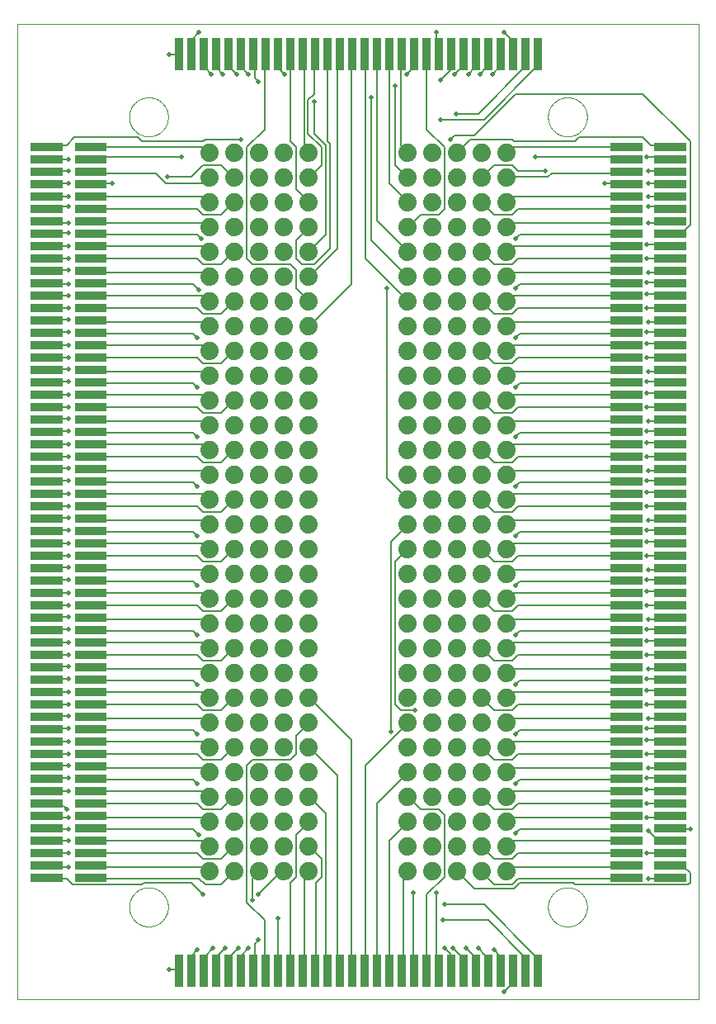
<source format=gbl>
G75*
%MOIN*%
%OFA0B0*%
%FSLAX25Y25*%
%IPPOS*%
%LPD*%
%AMOC8*
5,1,8,0,0,1.08239X$1,22.5*
%
%ADD10C,0.00000*%
%ADD11C,0.07400*%
%ADD12C,0.00301*%
%ADD13C,0.00800*%
%ADD14C,0.02000*%
D10*
X0001000Y0001850D02*
X0001000Y0395551D01*
X0276591Y0395551D01*
X0276591Y0001850D01*
X0001000Y0001850D01*
X0046276Y0039252D02*
X0046278Y0039445D01*
X0046285Y0039638D01*
X0046297Y0039831D01*
X0046314Y0040024D01*
X0046335Y0040216D01*
X0046361Y0040407D01*
X0046392Y0040598D01*
X0046427Y0040788D01*
X0046467Y0040977D01*
X0046512Y0041165D01*
X0046561Y0041352D01*
X0046615Y0041538D01*
X0046673Y0041722D01*
X0046736Y0041905D01*
X0046804Y0042086D01*
X0046875Y0042265D01*
X0046952Y0042443D01*
X0047032Y0042619D01*
X0047117Y0042792D01*
X0047206Y0042964D01*
X0047299Y0043133D01*
X0047396Y0043300D01*
X0047498Y0043465D01*
X0047603Y0043627D01*
X0047712Y0043786D01*
X0047826Y0043943D01*
X0047943Y0044096D01*
X0048063Y0044247D01*
X0048188Y0044395D01*
X0048316Y0044540D01*
X0048447Y0044681D01*
X0048582Y0044820D01*
X0048721Y0044955D01*
X0048862Y0045086D01*
X0049007Y0045214D01*
X0049155Y0045339D01*
X0049306Y0045459D01*
X0049459Y0045576D01*
X0049616Y0045690D01*
X0049775Y0045799D01*
X0049937Y0045904D01*
X0050102Y0046006D01*
X0050269Y0046103D01*
X0050438Y0046196D01*
X0050610Y0046285D01*
X0050783Y0046370D01*
X0050959Y0046450D01*
X0051137Y0046527D01*
X0051316Y0046598D01*
X0051497Y0046666D01*
X0051680Y0046729D01*
X0051864Y0046787D01*
X0052050Y0046841D01*
X0052237Y0046890D01*
X0052425Y0046935D01*
X0052614Y0046975D01*
X0052804Y0047010D01*
X0052995Y0047041D01*
X0053186Y0047067D01*
X0053378Y0047088D01*
X0053571Y0047105D01*
X0053764Y0047117D01*
X0053957Y0047124D01*
X0054150Y0047126D01*
X0054343Y0047124D01*
X0054536Y0047117D01*
X0054729Y0047105D01*
X0054922Y0047088D01*
X0055114Y0047067D01*
X0055305Y0047041D01*
X0055496Y0047010D01*
X0055686Y0046975D01*
X0055875Y0046935D01*
X0056063Y0046890D01*
X0056250Y0046841D01*
X0056436Y0046787D01*
X0056620Y0046729D01*
X0056803Y0046666D01*
X0056984Y0046598D01*
X0057163Y0046527D01*
X0057341Y0046450D01*
X0057517Y0046370D01*
X0057690Y0046285D01*
X0057862Y0046196D01*
X0058031Y0046103D01*
X0058198Y0046006D01*
X0058363Y0045904D01*
X0058525Y0045799D01*
X0058684Y0045690D01*
X0058841Y0045576D01*
X0058994Y0045459D01*
X0059145Y0045339D01*
X0059293Y0045214D01*
X0059438Y0045086D01*
X0059579Y0044955D01*
X0059718Y0044820D01*
X0059853Y0044681D01*
X0059984Y0044540D01*
X0060112Y0044395D01*
X0060237Y0044247D01*
X0060357Y0044096D01*
X0060474Y0043943D01*
X0060588Y0043786D01*
X0060697Y0043627D01*
X0060802Y0043465D01*
X0060904Y0043300D01*
X0061001Y0043133D01*
X0061094Y0042964D01*
X0061183Y0042792D01*
X0061268Y0042619D01*
X0061348Y0042443D01*
X0061425Y0042265D01*
X0061496Y0042086D01*
X0061564Y0041905D01*
X0061627Y0041722D01*
X0061685Y0041538D01*
X0061739Y0041352D01*
X0061788Y0041165D01*
X0061833Y0040977D01*
X0061873Y0040788D01*
X0061908Y0040598D01*
X0061939Y0040407D01*
X0061965Y0040216D01*
X0061986Y0040024D01*
X0062003Y0039831D01*
X0062015Y0039638D01*
X0062022Y0039445D01*
X0062024Y0039252D01*
X0062022Y0039059D01*
X0062015Y0038866D01*
X0062003Y0038673D01*
X0061986Y0038480D01*
X0061965Y0038288D01*
X0061939Y0038097D01*
X0061908Y0037906D01*
X0061873Y0037716D01*
X0061833Y0037527D01*
X0061788Y0037339D01*
X0061739Y0037152D01*
X0061685Y0036966D01*
X0061627Y0036782D01*
X0061564Y0036599D01*
X0061496Y0036418D01*
X0061425Y0036239D01*
X0061348Y0036061D01*
X0061268Y0035885D01*
X0061183Y0035712D01*
X0061094Y0035540D01*
X0061001Y0035371D01*
X0060904Y0035204D01*
X0060802Y0035039D01*
X0060697Y0034877D01*
X0060588Y0034718D01*
X0060474Y0034561D01*
X0060357Y0034408D01*
X0060237Y0034257D01*
X0060112Y0034109D01*
X0059984Y0033964D01*
X0059853Y0033823D01*
X0059718Y0033684D01*
X0059579Y0033549D01*
X0059438Y0033418D01*
X0059293Y0033290D01*
X0059145Y0033165D01*
X0058994Y0033045D01*
X0058841Y0032928D01*
X0058684Y0032814D01*
X0058525Y0032705D01*
X0058363Y0032600D01*
X0058198Y0032498D01*
X0058031Y0032401D01*
X0057862Y0032308D01*
X0057690Y0032219D01*
X0057517Y0032134D01*
X0057341Y0032054D01*
X0057163Y0031977D01*
X0056984Y0031906D01*
X0056803Y0031838D01*
X0056620Y0031775D01*
X0056436Y0031717D01*
X0056250Y0031663D01*
X0056063Y0031614D01*
X0055875Y0031569D01*
X0055686Y0031529D01*
X0055496Y0031494D01*
X0055305Y0031463D01*
X0055114Y0031437D01*
X0054922Y0031416D01*
X0054729Y0031399D01*
X0054536Y0031387D01*
X0054343Y0031380D01*
X0054150Y0031378D01*
X0053957Y0031380D01*
X0053764Y0031387D01*
X0053571Y0031399D01*
X0053378Y0031416D01*
X0053186Y0031437D01*
X0052995Y0031463D01*
X0052804Y0031494D01*
X0052614Y0031529D01*
X0052425Y0031569D01*
X0052237Y0031614D01*
X0052050Y0031663D01*
X0051864Y0031717D01*
X0051680Y0031775D01*
X0051497Y0031838D01*
X0051316Y0031906D01*
X0051137Y0031977D01*
X0050959Y0032054D01*
X0050783Y0032134D01*
X0050610Y0032219D01*
X0050438Y0032308D01*
X0050269Y0032401D01*
X0050102Y0032498D01*
X0049937Y0032600D01*
X0049775Y0032705D01*
X0049616Y0032814D01*
X0049459Y0032928D01*
X0049306Y0033045D01*
X0049155Y0033165D01*
X0049007Y0033290D01*
X0048862Y0033418D01*
X0048721Y0033549D01*
X0048582Y0033684D01*
X0048447Y0033823D01*
X0048316Y0033964D01*
X0048188Y0034109D01*
X0048063Y0034257D01*
X0047943Y0034408D01*
X0047826Y0034561D01*
X0047712Y0034718D01*
X0047603Y0034877D01*
X0047498Y0035039D01*
X0047396Y0035204D01*
X0047299Y0035371D01*
X0047206Y0035540D01*
X0047117Y0035712D01*
X0047032Y0035885D01*
X0046952Y0036061D01*
X0046875Y0036239D01*
X0046804Y0036418D01*
X0046736Y0036599D01*
X0046673Y0036782D01*
X0046615Y0036966D01*
X0046561Y0037152D01*
X0046512Y0037339D01*
X0046467Y0037527D01*
X0046427Y0037716D01*
X0046392Y0037906D01*
X0046361Y0038097D01*
X0046335Y0038288D01*
X0046314Y0038480D01*
X0046297Y0038673D01*
X0046285Y0038866D01*
X0046278Y0039059D01*
X0046276Y0039252D01*
X0215567Y0039252D02*
X0215569Y0039445D01*
X0215576Y0039638D01*
X0215588Y0039831D01*
X0215605Y0040024D01*
X0215626Y0040216D01*
X0215652Y0040407D01*
X0215683Y0040598D01*
X0215718Y0040788D01*
X0215758Y0040977D01*
X0215803Y0041165D01*
X0215852Y0041352D01*
X0215906Y0041538D01*
X0215964Y0041722D01*
X0216027Y0041905D01*
X0216095Y0042086D01*
X0216166Y0042265D01*
X0216243Y0042443D01*
X0216323Y0042619D01*
X0216408Y0042792D01*
X0216497Y0042964D01*
X0216590Y0043133D01*
X0216687Y0043300D01*
X0216789Y0043465D01*
X0216894Y0043627D01*
X0217003Y0043786D01*
X0217117Y0043943D01*
X0217234Y0044096D01*
X0217354Y0044247D01*
X0217479Y0044395D01*
X0217607Y0044540D01*
X0217738Y0044681D01*
X0217873Y0044820D01*
X0218012Y0044955D01*
X0218153Y0045086D01*
X0218298Y0045214D01*
X0218446Y0045339D01*
X0218597Y0045459D01*
X0218750Y0045576D01*
X0218907Y0045690D01*
X0219066Y0045799D01*
X0219228Y0045904D01*
X0219393Y0046006D01*
X0219560Y0046103D01*
X0219729Y0046196D01*
X0219901Y0046285D01*
X0220074Y0046370D01*
X0220250Y0046450D01*
X0220428Y0046527D01*
X0220607Y0046598D01*
X0220788Y0046666D01*
X0220971Y0046729D01*
X0221155Y0046787D01*
X0221341Y0046841D01*
X0221528Y0046890D01*
X0221716Y0046935D01*
X0221905Y0046975D01*
X0222095Y0047010D01*
X0222286Y0047041D01*
X0222477Y0047067D01*
X0222669Y0047088D01*
X0222862Y0047105D01*
X0223055Y0047117D01*
X0223248Y0047124D01*
X0223441Y0047126D01*
X0223634Y0047124D01*
X0223827Y0047117D01*
X0224020Y0047105D01*
X0224213Y0047088D01*
X0224405Y0047067D01*
X0224596Y0047041D01*
X0224787Y0047010D01*
X0224977Y0046975D01*
X0225166Y0046935D01*
X0225354Y0046890D01*
X0225541Y0046841D01*
X0225727Y0046787D01*
X0225911Y0046729D01*
X0226094Y0046666D01*
X0226275Y0046598D01*
X0226454Y0046527D01*
X0226632Y0046450D01*
X0226808Y0046370D01*
X0226981Y0046285D01*
X0227153Y0046196D01*
X0227322Y0046103D01*
X0227489Y0046006D01*
X0227654Y0045904D01*
X0227816Y0045799D01*
X0227975Y0045690D01*
X0228132Y0045576D01*
X0228285Y0045459D01*
X0228436Y0045339D01*
X0228584Y0045214D01*
X0228729Y0045086D01*
X0228870Y0044955D01*
X0229009Y0044820D01*
X0229144Y0044681D01*
X0229275Y0044540D01*
X0229403Y0044395D01*
X0229528Y0044247D01*
X0229648Y0044096D01*
X0229765Y0043943D01*
X0229879Y0043786D01*
X0229988Y0043627D01*
X0230093Y0043465D01*
X0230195Y0043300D01*
X0230292Y0043133D01*
X0230385Y0042964D01*
X0230474Y0042792D01*
X0230559Y0042619D01*
X0230639Y0042443D01*
X0230716Y0042265D01*
X0230787Y0042086D01*
X0230855Y0041905D01*
X0230918Y0041722D01*
X0230976Y0041538D01*
X0231030Y0041352D01*
X0231079Y0041165D01*
X0231124Y0040977D01*
X0231164Y0040788D01*
X0231199Y0040598D01*
X0231230Y0040407D01*
X0231256Y0040216D01*
X0231277Y0040024D01*
X0231294Y0039831D01*
X0231306Y0039638D01*
X0231313Y0039445D01*
X0231315Y0039252D01*
X0231313Y0039059D01*
X0231306Y0038866D01*
X0231294Y0038673D01*
X0231277Y0038480D01*
X0231256Y0038288D01*
X0231230Y0038097D01*
X0231199Y0037906D01*
X0231164Y0037716D01*
X0231124Y0037527D01*
X0231079Y0037339D01*
X0231030Y0037152D01*
X0230976Y0036966D01*
X0230918Y0036782D01*
X0230855Y0036599D01*
X0230787Y0036418D01*
X0230716Y0036239D01*
X0230639Y0036061D01*
X0230559Y0035885D01*
X0230474Y0035712D01*
X0230385Y0035540D01*
X0230292Y0035371D01*
X0230195Y0035204D01*
X0230093Y0035039D01*
X0229988Y0034877D01*
X0229879Y0034718D01*
X0229765Y0034561D01*
X0229648Y0034408D01*
X0229528Y0034257D01*
X0229403Y0034109D01*
X0229275Y0033964D01*
X0229144Y0033823D01*
X0229009Y0033684D01*
X0228870Y0033549D01*
X0228729Y0033418D01*
X0228584Y0033290D01*
X0228436Y0033165D01*
X0228285Y0033045D01*
X0228132Y0032928D01*
X0227975Y0032814D01*
X0227816Y0032705D01*
X0227654Y0032600D01*
X0227489Y0032498D01*
X0227322Y0032401D01*
X0227153Y0032308D01*
X0226981Y0032219D01*
X0226808Y0032134D01*
X0226632Y0032054D01*
X0226454Y0031977D01*
X0226275Y0031906D01*
X0226094Y0031838D01*
X0225911Y0031775D01*
X0225727Y0031717D01*
X0225541Y0031663D01*
X0225354Y0031614D01*
X0225166Y0031569D01*
X0224977Y0031529D01*
X0224787Y0031494D01*
X0224596Y0031463D01*
X0224405Y0031437D01*
X0224213Y0031416D01*
X0224020Y0031399D01*
X0223827Y0031387D01*
X0223634Y0031380D01*
X0223441Y0031378D01*
X0223248Y0031380D01*
X0223055Y0031387D01*
X0222862Y0031399D01*
X0222669Y0031416D01*
X0222477Y0031437D01*
X0222286Y0031463D01*
X0222095Y0031494D01*
X0221905Y0031529D01*
X0221716Y0031569D01*
X0221528Y0031614D01*
X0221341Y0031663D01*
X0221155Y0031717D01*
X0220971Y0031775D01*
X0220788Y0031838D01*
X0220607Y0031906D01*
X0220428Y0031977D01*
X0220250Y0032054D01*
X0220074Y0032134D01*
X0219901Y0032219D01*
X0219729Y0032308D01*
X0219560Y0032401D01*
X0219393Y0032498D01*
X0219228Y0032600D01*
X0219066Y0032705D01*
X0218907Y0032814D01*
X0218750Y0032928D01*
X0218597Y0033045D01*
X0218446Y0033165D01*
X0218298Y0033290D01*
X0218153Y0033418D01*
X0218012Y0033549D01*
X0217873Y0033684D01*
X0217738Y0033823D01*
X0217607Y0033964D01*
X0217479Y0034109D01*
X0217354Y0034257D01*
X0217234Y0034408D01*
X0217117Y0034561D01*
X0217003Y0034718D01*
X0216894Y0034877D01*
X0216789Y0035039D01*
X0216687Y0035204D01*
X0216590Y0035371D01*
X0216497Y0035540D01*
X0216408Y0035712D01*
X0216323Y0035885D01*
X0216243Y0036061D01*
X0216166Y0036239D01*
X0216095Y0036418D01*
X0216027Y0036599D01*
X0215964Y0036782D01*
X0215906Y0036966D01*
X0215852Y0037152D01*
X0215803Y0037339D01*
X0215758Y0037527D01*
X0215718Y0037716D01*
X0215683Y0037906D01*
X0215652Y0038097D01*
X0215626Y0038288D01*
X0215605Y0038480D01*
X0215588Y0038673D01*
X0215576Y0038866D01*
X0215569Y0039059D01*
X0215567Y0039252D01*
X0215567Y0358149D02*
X0215569Y0358342D01*
X0215576Y0358535D01*
X0215588Y0358728D01*
X0215605Y0358921D01*
X0215626Y0359113D01*
X0215652Y0359304D01*
X0215683Y0359495D01*
X0215718Y0359685D01*
X0215758Y0359874D01*
X0215803Y0360062D01*
X0215852Y0360249D01*
X0215906Y0360435D01*
X0215964Y0360619D01*
X0216027Y0360802D01*
X0216095Y0360983D01*
X0216166Y0361162D01*
X0216243Y0361340D01*
X0216323Y0361516D01*
X0216408Y0361689D01*
X0216497Y0361861D01*
X0216590Y0362030D01*
X0216687Y0362197D01*
X0216789Y0362362D01*
X0216894Y0362524D01*
X0217003Y0362683D01*
X0217117Y0362840D01*
X0217234Y0362993D01*
X0217354Y0363144D01*
X0217479Y0363292D01*
X0217607Y0363437D01*
X0217738Y0363578D01*
X0217873Y0363717D01*
X0218012Y0363852D01*
X0218153Y0363983D01*
X0218298Y0364111D01*
X0218446Y0364236D01*
X0218597Y0364356D01*
X0218750Y0364473D01*
X0218907Y0364587D01*
X0219066Y0364696D01*
X0219228Y0364801D01*
X0219393Y0364903D01*
X0219560Y0365000D01*
X0219729Y0365093D01*
X0219901Y0365182D01*
X0220074Y0365267D01*
X0220250Y0365347D01*
X0220428Y0365424D01*
X0220607Y0365495D01*
X0220788Y0365563D01*
X0220971Y0365626D01*
X0221155Y0365684D01*
X0221341Y0365738D01*
X0221528Y0365787D01*
X0221716Y0365832D01*
X0221905Y0365872D01*
X0222095Y0365907D01*
X0222286Y0365938D01*
X0222477Y0365964D01*
X0222669Y0365985D01*
X0222862Y0366002D01*
X0223055Y0366014D01*
X0223248Y0366021D01*
X0223441Y0366023D01*
X0223634Y0366021D01*
X0223827Y0366014D01*
X0224020Y0366002D01*
X0224213Y0365985D01*
X0224405Y0365964D01*
X0224596Y0365938D01*
X0224787Y0365907D01*
X0224977Y0365872D01*
X0225166Y0365832D01*
X0225354Y0365787D01*
X0225541Y0365738D01*
X0225727Y0365684D01*
X0225911Y0365626D01*
X0226094Y0365563D01*
X0226275Y0365495D01*
X0226454Y0365424D01*
X0226632Y0365347D01*
X0226808Y0365267D01*
X0226981Y0365182D01*
X0227153Y0365093D01*
X0227322Y0365000D01*
X0227489Y0364903D01*
X0227654Y0364801D01*
X0227816Y0364696D01*
X0227975Y0364587D01*
X0228132Y0364473D01*
X0228285Y0364356D01*
X0228436Y0364236D01*
X0228584Y0364111D01*
X0228729Y0363983D01*
X0228870Y0363852D01*
X0229009Y0363717D01*
X0229144Y0363578D01*
X0229275Y0363437D01*
X0229403Y0363292D01*
X0229528Y0363144D01*
X0229648Y0362993D01*
X0229765Y0362840D01*
X0229879Y0362683D01*
X0229988Y0362524D01*
X0230093Y0362362D01*
X0230195Y0362197D01*
X0230292Y0362030D01*
X0230385Y0361861D01*
X0230474Y0361689D01*
X0230559Y0361516D01*
X0230639Y0361340D01*
X0230716Y0361162D01*
X0230787Y0360983D01*
X0230855Y0360802D01*
X0230918Y0360619D01*
X0230976Y0360435D01*
X0231030Y0360249D01*
X0231079Y0360062D01*
X0231124Y0359874D01*
X0231164Y0359685D01*
X0231199Y0359495D01*
X0231230Y0359304D01*
X0231256Y0359113D01*
X0231277Y0358921D01*
X0231294Y0358728D01*
X0231306Y0358535D01*
X0231313Y0358342D01*
X0231315Y0358149D01*
X0231313Y0357956D01*
X0231306Y0357763D01*
X0231294Y0357570D01*
X0231277Y0357377D01*
X0231256Y0357185D01*
X0231230Y0356994D01*
X0231199Y0356803D01*
X0231164Y0356613D01*
X0231124Y0356424D01*
X0231079Y0356236D01*
X0231030Y0356049D01*
X0230976Y0355863D01*
X0230918Y0355679D01*
X0230855Y0355496D01*
X0230787Y0355315D01*
X0230716Y0355136D01*
X0230639Y0354958D01*
X0230559Y0354782D01*
X0230474Y0354609D01*
X0230385Y0354437D01*
X0230292Y0354268D01*
X0230195Y0354101D01*
X0230093Y0353936D01*
X0229988Y0353774D01*
X0229879Y0353615D01*
X0229765Y0353458D01*
X0229648Y0353305D01*
X0229528Y0353154D01*
X0229403Y0353006D01*
X0229275Y0352861D01*
X0229144Y0352720D01*
X0229009Y0352581D01*
X0228870Y0352446D01*
X0228729Y0352315D01*
X0228584Y0352187D01*
X0228436Y0352062D01*
X0228285Y0351942D01*
X0228132Y0351825D01*
X0227975Y0351711D01*
X0227816Y0351602D01*
X0227654Y0351497D01*
X0227489Y0351395D01*
X0227322Y0351298D01*
X0227153Y0351205D01*
X0226981Y0351116D01*
X0226808Y0351031D01*
X0226632Y0350951D01*
X0226454Y0350874D01*
X0226275Y0350803D01*
X0226094Y0350735D01*
X0225911Y0350672D01*
X0225727Y0350614D01*
X0225541Y0350560D01*
X0225354Y0350511D01*
X0225166Y0350466D01*
X0224977Y0350426D01*
X0224787Y0350391D01*
X0224596Y0350360D01*
X0224405Y0350334D01*
X0224213Y0350313D01*
X0224020Y0350296D01*
X0223827Y0350284D01*
X0223634Y0350277D01*
X0223441Y0350275D01*
X0223248Y0350277D01*
X0223055Y0350284D01*
X0222862Y0350296D01*
X0222669Y0350313D01*
X0222477Y0350334D01*
X0222286Y0350360D01*
X0222095Y0350391D01*
X0221905Y0350426D01*
X0221716Y0350466D01*
X0221528Y0350511D01*
X0221341Y0350560D01*
X0221155Y0350614D01*
X0220971Y0350672D01*
X0220788Y0350735D01*
X0220607Y0350803D01*
X0220428Y0350874D01*
X0220250Y0350951D01*
X0220074Y0351031D01*
X0219901Y0351116D01*
X0219729Y0351205D01*
X0219560Y0351298D01*
X0219393Y0351395D01*
X0219228Y0351497D01*
X0219066Y0351602D01*
X0218907Y0351711D01*
X0218750Y0351825D01*
X0218597Y0351942D01*
X0218446Y0352062D01*
X0218298Y0352187D01*
X0218153Y0352315D01*
X0218012Y0352446D01*
X0217873Y0352581D01*
X0217738Y0352720D01*
X0217607Y0352861D01*
X0217479Y0353006D01*
X0217354Y0353154D01*
X0217234Y0353305D01*
X0217117Y0353458D01*
X0217003Y0353615D01*
X0216894Y0353774D01*
X0216789Y0353936D01*
X0216687Y0354101D01*
X0216590Y0354268D01*
X0216497Y0354437D01*
X0216408Y0354609D01*
X0216323Y0354782D01*
X0216243Y0354958D01*
X0216166Y0355136D01*
X0216095Y0355315D01*
X0216027Y0355496D01*
X0215964Y0355679D01*
X0215906Y0355863D01*
X0215852Y0356049D01*
X0215803Y0356236D01*
X0215758Y0356424D01*
X0215718Y0356613D01*
X0215683Y0356803D01*
X0215652Y0356994D01*
X0215626Y0357185D01*
X0215605Y0357377D01*
X0215588Y0357570D01*
X0215576Y0357763D01*
X0215569Y0357956D01*
X0215567Y0358149D01*
X0046276Y0358149D02*
X0046278Y0358342D01*
X0046285Y0358535D01*
X0046297Y0358728D01*
X0046314Y0358921D01*
X0046335Y0359113D01*
X0046361Y0359304D01*
X0046392Y0359495D01*
X0046427Y0359685D01*
X0046467Y0359874D01*
X0046512Y0360062D01*
X0046561Y0360249D01*
X0046615Y0360435D01*
X0046673Y0360619D01*
X0046736Y0360802D01*
X0046804Y0360983D01*
X0046875Y0361162D01*
X0046952Y0361340D01*
X0047032Y0361516D01*
X0047117Y0361689D01*
X0047206Y0361861D01*
X0047299Y0362030D01*
X0047396Y0362197D01*
X0047498Y0362362D01*
X0047603Y0362524D01*
X0047712Y0362683D01*
X0047826Y0362840D01*
X0047943Y0362993D01*
X0048063Y0363144D01*
X0048188Y0363292D01*
X0048316Y0363437D01*
X0048447Y0363578D01*
X0048582Y0363717D01*
X0048721Y0363852D01*
X0048862Y0363983D01*
X0049007Y0364111D01*
X0049155Y0364236D01*
X0049306Y0364356D01*
X0049459Y0364473D01*
X0049616Y0364587D01*
X0049775Y0364696D01*
X0049937Y0364801D01*
X0050102Y0364903D01*
X0050269Y0365000D01*
X0050438Y0365093D01*
X0050610Y0365182D01*
X0050783Y0365267D01*
X0050959Y0365347D01*
X0051137Y0365424D01*
X0051316Y0365495D01*
X0051497Y0365563D01*
X0051680Y0365626D01*
X0051864Y0365684D01*
X0052050Y0365738D01*
X0052237Y0365787D01*
X0052425Y0365832D01*
X0052614Y0365872D01*
X0052804Y0365907D01*
X0052995Y0365938D01*
X0053186Y0365964D01*
X0053378Y0365985D01*
X0053571Y0366002D01*
X0053764Y0366014D01*
X0053957Y0366021D01*
X0054150Y0366023D01*
X0054343Y0366021D01*
X0054536Y0366014D01*
X0054729Y0366002D01*
X0054922Y0365985D01*
X0055114Y0365964D01*
X0055305Y0365938D01*
X0055496Y0365907D01*
X0055686Y0365872D01*
X0055875Y0365832D01*
X0056063Y0365787D01*
X0056250Y0365738D01*
X0056436Y0365684D01*
X0056620Y0365626D01*
X0056803Y0365563D01*
X0056984Y0365495D01*
X0057163Y0365424D01*
X0057341Y0365347D01*
X0057517Y0365267D01*
X0057690Y0365182D01*
X0057862Y0365093D01*
X0058031Y0365000D01*
X0058198Y0364903D01*
X0058363Y0364801D01*
X0058525Y0364696D01*
X0058684Y0364587D01*
X0058841Y0364473D01*
X0058994Y0364356D01*
X0059145Y0364236D01*
X0059293Y0364111D01*
X0059438Y0363983D01*
X0059579Y0363852D01*
X0059718Y0363717D01*
X0059853Y0363578D01*
X0059984Y0363437D01*
X0060112Y0363292D01*
X0060237Y0363144D01*
X0060357Y0362993D01*
X0060474Y0362840D01*
X0060588Y0362683D01*
X0060697Y0362524D01*
X0060802Y0362362D01*
X0060904Y0362197D01*
X0061001Y0362030D01*
X0061094Y0361861D01*
X0061183Y0361689D01*
X0061268Y0361516D01*
X0061348Y0361340D01*
X0061425Y0361162D01*
X0061496Y0360983D01*
X0061564Y0360802D01*
X0061627Y0360619D01*
X0061685Y0360435D01*
X0061739Y0360249D01*
X0061788Y0360062D01*
X0061833Y0359874D01*
X0061873Y0359685D01*
X0061908Y0359495D01*
X0061939Y0359304D01*
X0061965Y0359113D01*
X0061986Y0358921D01*
X0062003Y0358728D01*
X0062015Y0358535D01*
X0062022Y0358342D01*
X0062024Y0358149D01*
X0062022Y0357956D01*
X0062015Y0357763D01*
X0062003Y0357570D01*
X0061986Y0357377D01*
X0061965Y0357185D01*
X0061939Y0356994D01*
X0061908Y0356803D01*
X0061873Y0356613D01*
X0061833Y0356424D01*
X0061788Y0356236D01*
X0061739Y0356049D01*
X0061685Y0355863D01*
X0061627Y0355679D01*
X0061564Y0355496D01*
X0061496Y0355315D01*
X0061425Y0355136D01*
X0061348Y0354958D01*
X0061268Y0354782D01*
X0061183Y0354609D01*
X0061094Y0354437D01*
X0061001Y0354268D01*
X0060904Y0354101D01*
X0060802Y0353936D01*
X0060697Y0353774D01*
X0060588Y0353615D01*
X0060474Y0353458D01*
X0060357Y0353305D01*
X0060237Y0353154D01*
X0060112Y0353006D01*
X0059984Y0352861D01*
X0059853Y0352720D01*
X0059718Y0352581D01*
X0059579Y0352446D01*
X0059438Y0352315D01*
X0059293Y0352187D01*
X0059145Y0352062D01*
X0058994Y0351942D01*
X0058841Y0351825D01*
X0058684Y0351711D01*
X0058525Y0351602D01*
X0058363Y0351497D01*
X0058198Y0351395D01*
X0058031Y0351298D01*
X0057862Y0351205D01*
X0057690Y0351116D01*
X0057517Y0351031D01*
X0057341Y0350951D01*
X0057163Y0350874D01*
X0056984Y0350803D01*
X0056803Y0350735D01*
X0056620Y0350672D01*
X0056436Y0350614D01*
X0056250Y0350560D01*
X0056063Y0350511D01*
X0055875Y0350466D01*
X0055686Y0350426D01*
X0055496Y0350391D01*
X0055305Y0350360D01*
X0055114Y0350334D01*
X0054922Y0350313D01*
X0054729Y0350296D01*
X0054536Y0350284D01*
X0054343Y0350277D01*
X0054150Y0350275D01*
X0053957Y0350277D01*
X0053764Y0350284D01*
X0053571Y0350296D01*
X0053378Y0350313D01*
X0053186Y0350334D01*
X0052995Y0350360D01*
X0052804Y0350391D01*
X0052614Y0350426D01*
X0052425Y0350466D01*
X0052237Y0350511D01*
X0052050Y0350560D01*
X0051864Y0350614D01*
X0051680Y0350672D01*
X0051497Y0350735D01*
X0051316Y0350803D01*
X0051137Y0350874D01*
X0050959Y0350951D01*
X0050783Y0351031D01*
X0050610Y0351116D01*
X0050438Y0351205D01*
X0050269Y0351298D01*
X0050102Y0351395D01*
X0049937Y0351497D01*
X0049775Y0351602D01*
X0049616Y0351711D01*
X0049459Y0351825D01*
X0049306Y0351942D01*
X0049155Y0352062D01*
X0049007Y0352187D01*
X0048862Y0352315D01*
X0048721Y0352446D01*
X0048582Y0352581D01*
X0048447Y0352720D01*
X0048316Y0352861D01*
X0048188Y0353006D01*
X0048063Y0353154D01*
X0047943Y0353305D01*
X0047826Y0353458D01*
X0047712Y0353615D01*
X0047603Y0353774D01*
X0047498Y0353936D01*
X0047396Y0354101D01*
X0047299Y0354268D01*
X0047206Y0354437D01*
X0047117Y0354609D01*
X0047032Y0354782D01*
X0046952Y0354958D01*
X0046875Y0355136D01*
X0046804Y0355315D01*
X0046736Y0355496D01*
X0046673Y0355679D01*
X0046615Y0355863D01*
X0046561Y0356049D01*
X0046512Y0356236D01*
X0046467Y0356424D01*
X0046427Y0356613D01*
X0046392Y0356803D01*
X0046361Y0356994D01*
X0046335Y0357185D01*
X0046314Y0357377D01*
X0046297Y0357570D01*
X0046285Y0357763D01*
X0046278Y0357956D01*
X0046276Y0358149D01*
D11*
X0078795Y0343700D03*
X0078795Y0333700D03*
X0078795Y0323700D03*
X0078795Y0313700D03*
X0078795Y0303700D03*
X0078795Y0293700D03*
X0078795Y0283700D03*
X0078795Y0273700D03*
X0078795Y0263700D03*
X0078795Y0253700D03*
X0078795Y0243700D03*
X0078795Y0233700D03*
X0078795Y0223700D03*
X0078795Y0213700D03*
X0078795Y0203700D03*
X0078795Y0193700D03*
X0078795Y0183700D03*
X0078795Y0173700D03*
X0078795Y0163700D03*
X0078795Y0153700D03*
X0078795Y0143700D03*
X0078795Y0133700D03*
X0078795Y0123700D03*
X0078795Y0113700D03*
X0078795Y0103700D03*
X0078795Y0093700D03*
X0078795Y0083700D03*
X0078795Y0073700D03*
X0078795Y0063700D03*
X0078795Y0053700D03*
X0088795Y0053700D03*
X0088795Y0063700D03*
X0088795Y0073700D03*
X0088795Y0083700D03*
X0088795Y0093700D03*
X0088795Y0103700D03*
X0088795Y0113700D03*
X0088795Y0123700D03*
X0088795Y0133700D03*
X0088795Y0143700D03*
X0088795Y0153700D03*
X0088795Y0163700D03*
X0088795Y0173700D03*
X0088795Y0183700D03*
X0088795Y0193700D03*
X0088795Y0203700D03*
X0088795Y0213700D03*
X0088795Y0223700D03*
X0088795Y0233700D03*
X0088795Y0243700D03*
X0088795Y0253700D03*
X0088795Y0263700D03*
X0088795Y0273700D03*
X0088795Y0283700D03*
X0088795Y0293700D03*
X0088795Y0303700D03*
X0088795Y0313700D03*
X0088795Y0323700D03*
X0088795Y0333700D03*
X0088795Y0343700D03*
X0098795Y0343700D03*
X0098795Y0333700D03*
X0098795Y0323700D03*
X0098795Y0313700D03*
X0098795Y0303700D03*
X0098795Y0293700D03*
X0098795Y0283700D03*
X0098795Y0273700D03*
X0098795Y0263700D03*
X0098795Y0253700D03*
X0098795Y0243700D03*
X0098795Y0233700D03*
X0098795Y0223700D03*
X0098795Y0213700D03*
X0098795Y0203700D03*
X0098795Y0193700D03*
X0098795Y0183700D03*
X0098795Y0173700D03*
X0098795Y0163700D03*
X0098795Y0153700D03*
X0098795Y0143700D03*
X0098795Y0133700D03*
X0098795Y0123700D03*
X0098795Y0113700D03*
X0098795Y0103700D03*
X0098795Y0093700D03*
X0098795Y0083700D03*
X0098795Y0073700D03*
X0098795Y0063700D03*
X0098795Y0053700D03*
X0108795Y0053700D03*
X0118795Y0053700D03*
X0118795Y0063700D03*
X0118795Y0073700D03*
X0108795Y0073700D03*
X0108795Y0063700D03*
X0108795Y0083700D03*
X0108795Y0093700D03*
X0118795Y0093700D03*
X0118795Y0083700D03*
X0118795Y0103700D03*
X0118795Y0113700D03*
X0108795Y0113700D03*
X0108795Y0103700D03*
X0108795Y0123700D03*
X0108795Y0133700D03*
X0118795Y0133700D03*
X0118795Y0123700D03*
X0118795Y0143700D03*
X0118795Y0153700D03*
X0108795Y0153700D03*
X0108795Y0143700D03*
X0108795Y0163700D03*
X0108795Y0173700D03*
X0118795Y0173700D03*
X0118795Y0163700D03*
X0118795Y0183700D03*
X0118795Y0193700D03*
X0108795Y0193700D03*
X0108795Y0183700D03*
X0108795Y0203700D03*
X0108795Y0213700D03*
X0118795Y0213700D03*
X0118795Y0203700D03*
X0118795Y0223700D03*
X0118795Y0233700D03*
X0108795Y0233700D03*
X0108795Y0223700D03*
X0108795Y0243700D03*
X0108795Y0253700D03*
X0118795Y0253700D03*
X0118795Y0243700D03*
X0118795Y0263700D03*
X0118795Y0273700D03*
X0108795Y0273700D03*
X0108795Y0263700D03*
X0108795Y0283700D03*
X0108795Y0293700D03*
X0118795Y0293700D03*
X0118795Y0283700D03*
X0118795Y0303700D03*
X0118795Y0313700D03*
X0108795Y0313700D03*
X0108795Y0303700D03*
X0108795Y0323700D03*
X0108795Y0333700D03*
X0118795Y0333700D03*
X0118795Y0323700D03*
X0118795Y0343700D03*
X0108795Y0343700D03*
X0158795Y0343700D03*
X0158795Y0333700D03*
X0158795Y0323700D03*
X0158795Y0313700D03*
X0158795Y0303700D03*
X0158795Y0293700D03*
X0158795Y0283700D03*
X0158795Y0273700D03*
X0158795Y0263700D03*
X0158795Y0253700D03*
X0158795Y0243700D03*
X0158795Y0233700D03*
X0158795Y0223700D03*
X0158795Y0213700D03*
X0158795Y0203700D03*
X0158795Y0193700D03*
X0158795Y0183700D03*
X0158795Y0173700D03*
X0158795Y0163700D03*
X0158795Y0153700D03*
X0158795Y0143700D03*
X0158795Y0133700D03*
X0158795Y0123700D03*
X0158795Y0113700D03*
X0158795Y0103700D03*
X0158795Y0093700D03*
X0158795Y0083700D03*
X0158795Y0073700D03*
X0158795Y0063700D03*
X0158795Y0053700D03*
X0168795Y0053700D03*
X0168795Y0063700D03*
X0168795Y0073700D03*
X0168795Y0083700D03*
X0168795Y0093700D03*
X0168795Y0103700D03*
X0168795Y0113700D03*
X0168795Y0123700D03*
X0168795Y0133700D03*
X0168795Y0143700D03*
X0168795Y0153700D03*
X0168795Y0163700D03*
X0168795Y0173700D03*
X0168795Y0183700D03*
X0168795Y0193700D03*
X0168795Y0203700D03*
X0168795Y0213700D03*
X0168795Y0223700D03*
X0168795Y0233700D03*
X0168795Y0243700D03*
X0168795Y0253700D03*
X0168795Y0263700D03*
X0168795Y0273700D03*
X0168795Y0283700D03*
X0168795Y0293700D03*
X0168795Y0303700D03*
X0168795Y0313700D03*
X0168795Y0323700D03*
X0168795Y0333700D03*
X0168795Y0343700D03*
X0178795Y0343700D03*
X0178795Y0333700D03*
X0178795Y0323700D03*
X0178795Y0313700D03*
X0178795Y0303700D03*
X0178795Y0293700D03*
X0178795Y0283700D03*
X0178795Y0273700D03*
X0178795Y0263700D03*
X0178795Y0253700D03*
X0178795Y0243700D03*
X0178795Y0233700D03*
X0178795Y0223700D03*
X0178795Y0213700D03*
X0178795Y0203700D03*
X0178795Y0193700D03*
X0178795Y0183700D03*
X0178795Y0173700D03*
X0178795Y0163700D03*
X0178795Y0153700D03*
X0178795Y0143700D03*
X0178795Y0133700D03*
X0178795Y0123700D03*
X0178795Y0113700D03*
X0178795Y0103700D03*
X0178795Y0093700D03*
X0178795Y0083700D03*
X0178795Y0073700D03*
X0178795Y0063700D03*
X0178795Y0053700D03*
X0188795Y0053700D03*
X0188795Y0063700D03*
X0188795Y0073700D03*
X0188795Y0083700D03*
X0188795Y0093700D03*
X0188795Y0103700D03*
X0188795Y0113700D03*
X0188795Y0123700D03*
X0188795Y0133700D03*
X0188795Y0143700D03*
X0188795Y0153700D03*
X0188795Y0163700D03*
X0188795Y0173700D03*
X0188795Y0183700D03*
X0188795Y0193700D03*
X0188795Y0203700D03*
X0188795Y0213700D03*
X0188795Y0223700D03*
X0188795Y0233700D03*
X0188795Y0243700D03*
X0188795Y0253700D03*
X0188795Y0263700D03*
X0188795Y0273700D03*
X0188795Y0283700D03*
X0188795Y0293700D03*
X0188795Y0303700D03*
X0188795Y0313700D03*
X0188795Y0323700D03*
X0188795Y0333700D03*
X0188795Y0343700D03*
X0198795Y0343700D03*
X0198795Y0333700D03*
X0198795Y0323700D03*
X0198795Y0313700D03*
X0198795Y0303700D03*
X0198795Y0293700D03*
X0198795Y0283700D03*
X0198795Y0273700D03*
X0198795Y0263700D03*
X0198795Y0253700D03*
X0198795Y0243700D03*
X0198795Y0233700D03*
X0198795Y0223700D03*
X0198795Y0213700D03*
X0198795Y0203700D03*
X0198795Y0193700D03*
X0198795Y0183700D03*
X0198795Y0173700D03*
X0198795Y0163700D03*
X0198795Y0153700D03*
X0198795Y0143700D03*
X0198795Y0133700D03*
X0198795Y0123700D03*
X0198795Y0113700D03*
X0198795Y0103700D03*
X0198795Y0093700D03*
X0198795Y0083700D03*
X0198795Y0073700D03*
X0198795Y0063700D03*
X0198795Y0053700D03*
D12*
X0194772Y0019908D02*
X0194772Y0007414D01*
X0194772Y0019908D02*
X0197818Y0019908D01*
X0197818Y0007414D01*
X0194772Y0007414D01*
X0194772Y0007714D02*
X0197818Y0007714D01*
X0197818Y0008014D02*
X0194772Y0008014D01*
X0194772Y0008314D02*
X0197818Y0008314D01*
X0197818Y0008614D02*
X0194772Y0008614D01*
X0194772Y0008914D02*
X0197818Y0008914D01*
X0197818Y0009214D02*
X0194772Y0009214D01*
X0194772Y0009514D02*
X0197818Y0009514D01*
X0197818Y0009814D02*
X0194772Y0009814D01*
X0194772Y0010114D02*
X0197818Y0010114D01*
X0197818Y0010414D02*
X0194772Y0010414D01*
X0194772Y0010714D02*
X0197818Y0010714D01*
X0197818Y0011014D02*
X0194772Y0011014D01*
X0194772Y0011314D02*
X0197818Y0011314D01*
X0197818Y0011614D02*
X0194772Y0011614D01*
X0194772Y0011914D02*
X0197818Y0011914D01*
X0197818Y0012214D02*
X0194772Y0012214D01*
X0194772Y0012514D02*
X0197818Y0012514D01*
X0197818Y0012814D02*
X0194772Y0012814D01*
X0194772Y0013114D02*
X0197818Y0013114D01*
X0197818Y0013414D02*
X0194772Y0013414D01*
X0194772Y0013714D02*
X0197818Y0013714D01*
X0197818Y0014014D02*
X0194772Y0014014D01*
X0194772Y0014314D02*
X0197818Y0014314D01*
X0197818Y0014614D02*
X0194772Y0014614D01*
X0194772Y0014914D02*
X0197818Y0014914D01*
X0197818Y0015214D02*
X0194772Y0015214D01*
X0194772Y0015514D02*
X0197818Y0015514D01*
X0197818Y0015814D02*
X0194772Y0015814D01*
X0194772Y0016114D02*
X0197818Y0016114D01*
X0197818Y0016414D02*
X0194772Y0016414D01*
X0194772Y0016714D02*
X0197818Y0016714D01*
X0197818Y0017014D02*
X0194772Y0017014D01*
X0194772Y0017314D02*
X0197818Y0017314D01*
X0197818Y0017614D02*
X0194772Y0017614D01*
X0194772Y0017914D02*
X0197818Y0017914D01*
X0197818Y0018214D02*
X0194772Y0018214D01*
X0194772Y0018514D02*
X0197818Y0018514D01*
X0197818Y0018814D02*
X0194772Y0018814D01*
X0194772Y0019114D02*
X0197818Y0019114D01*
X0197818Y0019414D02*
X0194772Y0019414D01*
X0194772Y0019714D02*
X0197818Y0019714D01*
X0199772Y0019908D02*
X0199772Y0007414D01*
X0199772Y0019908D02*
X0202818Y0019908D01*
X0202818Y0007414D01*
X0199772Y0007414D01*
X0199772Y0007714D02*
X0202818Y0007714D01*
X0202818Y0008014D02*
X0199772Y0008014D01*
X0199772Y0008314D02*
X0202818Y0008314D01*
X0202818Y0008614D02*
X0199772Y0008614D01*
X0199772Y0008914D02*
X0202818Y0008914D01*
X0202818Y0009214D02*
X0199772Y0009214D01*
X0199772Y0009514D02*
X0202818Y0009514D01*
X0202818Y0009814D02*
X0199772Y0009814D01*
X0199772Y0010114D02*
X0202818Y0010114D01*
X0202818Y0010414D02*
X0199772Y0010414D01*
X0199772Y0010714D02*
X0202818Y0010714D01*
X0202818Y0011014D02*
X0199772Y0011014D01*
X0199772Y0011314D02*
X0202818Y0011314D01*
X0202818Y0011614D02*
X0199772Y0011614D01*
X0199772Y0011914D02*
X0202818Y0011914D01*
X0202818Y0012214D02*
X0199772Y0012214D01*
X0199772Y0012514D02*
X0202818Y0012514D01*
X0202818Y0012814D02*
X0199772Y0012814D01*
X0199772Y0013114D02*
X0202818Y0013114D01*
X0202818Y0013414D02*
X0199772Y0013414D01*
X0199772Y0013714D02*
X0202818Y0013714D01*
X0202818Y0014014D02*
X0199772Y0014014D01*
X0199772Y0014314D02*
X0202818Y0014314D01*
X0202818Y0014614D02*
X0199772Y0014614D01*
X0199772Y0014914D02*
X0202818Y0014914D01*
X0202818Y0015214D02*
X0199772Y0015214D01*
X0199772Y0015514D02*
X0202818Y0015514D01*
X0202818Y0015814D02*
X0199772Y0015814D01*
X0199772Y0016114D02*
X0202818Y0016114D01*
X0202818Y0016414D02*
X0199772Y0016414D01*
X0199772Y0016714D02*
X0202818Y0016714D01*
X0202818Y0017014D02*
X0199772Y0017014D01*
X0199772Y0017314D02*
X0202818Y0017314D01*
X0202818Y0017614D02*
X0199772Y0017614D01*
X0199772Y0017914D02*
X0202818Y0017914D01*
X0202818Y0018214D02*
X0199772Y0018214D01*
X0199772Y0018514D02*
X0202818Y0018514D01*
X0202818Y0018814D02*
X0199772Y0018814D01*
X0199772Y0019114D02*
X0202818Y0019114D01*
X0202818Y0019414D02*
X0199772Y0019414D01*
X0199772Y0019714D02*
X0202818Y0019714D01*
X0204772Y0019908D02*
X0204772Y0007414D01*
X0204772Y0019908D02*
X0207818Y0019908D01*
X0207818Y0007414D01*
X0204772Y0007414D01*
X0204772Y0007714D02*
X0207818Y0007714D01*
X0207818Y0008014D02*
X0204772Y0008014D01*
X0204772Y0008314D02*
X0207818Y0008314D01*
X0207818Y0008614D02*
X0204772Y0008614D01*
X0204772Y0008914D02*
X0207818Y0008914D01*
X0207818Y0009214D02*
X0204772Y0009214D01*
X0204772Y0009514D02*
X0207818Y0009514D01*
X0207818Y0009814D02*
X0204772Y0009814D01*
X0204772Y0010114D02*
X0207818Y0010114D01*
X0207818Y0010414D02*
X0204772Y0010414D01*
X0204772Y0010714D02*
X0207818Y0010714D01*
X0207818Y0011014D02*
X0204772Y0011014D01*
X0204772Y0011314D02*
X0207818Y0011314D01*
X0207818Y0011614D02*
X0204772Y0011614D01*
X0204772Y0011914D02*
X0207818Y0011914D01*
X0207818Y0012214D02*
X0204772Y0012214D01*
X0204772Y0012514D02*
X0207818Y0012514D01*
X0207818Y0012814D02*
X0204772Y0012814D01*
X0204772Y0013114D02*
X0207818Y0013114D01*
X0207818Y0013414D02*
X0204772Y0013414D01*
X0204772Y0013714D02*
X0207818Y0013714D01*
X0207818Y0014014D02*
X0204772Y0014014D01*
X0204772Y0014314D02*
X0207818Y0014314D01*
X0207818Y0014614D02*
X0204772Y0014614D01*
X0204772Y0014914D02*
X0207818Y0014914D01*
X0207818Y0015214D02*
X0204772Y0015214D01*
X0204772Y0015514D02*
X0207818Y0015514D01*
X0207818Y0015814D02*
X0204772Y0015814D01*
X0204772Y0016114D02*
X0207818Y0016114D01*
X0207818Y0016414D02*
X0204772Y0016414D01*
X0204772Y0016714D02*
X0207818Y0016714D01*
X0207818Y0017014D02*
X0204772Y0017014D01*
X0204772Y0017314D02*
X0207818Y0017314D01*
X0207818Y0017614D02*
X0204772Y0017614D01*
X0204772Y0017914D02*
X0207818Y0017914D01*
X0207818Y0018214D02*
X0204772Y0018214D01*
X0204772Y0018514D02*
X0207818Y0018514D01*
X0207818Y0018814D02*
X0204772Y0018814D01*
X0204772Y0019114D02*
X0207818Y0019114D01*
X0207818Y0019414D02*
X0204772Y0019414D01*
X0204772Y0019714D02*
X0207818Y0019714D01*
X0209772Y0019908D02*
X0209772Y0007414D01*
X0209772Y0019908D02*
X0212818Y0019908D01*
X0212818Y0007414D01*
X0209772Y0007414D01*
X0209772Y0007714D02*
X0212818Y0007714D01*
X0212818Y0008014D02*
X0209772Y0008014D01*
X0209772Y0008314D02*
X0212818Y0008314D01*
X0212818Y0008614D02*
X0209772Y0008614D01*
X0209772Y0008914D02*
X0212818Y0008914D01*
X0212818Y0009214D02*
X0209772Y0009214D01*
X0209772Y0009514D02*
X0212818Y0009514D01*
X0212818Y0009814D02*
X0209772Y0009814D01*
X0209772Y0010114D02*
X0212818Y0010114D01*
X0212818Y0010414D02*
X0209772Y0010414D01*
X0209772Y0010714D02*
X0212818Y0010714D01*
X0212818Y0011014D02*
X0209772Y0011014D01*
X0209772Y0011314D02*
X0212818Y0011314D01*
X0212818Y0011614D02*
X0209772Y0011614D01*
X0209772Y0011914D02*
X0212818Y0011914D01*
X0212818Y0012214D02*
X0209772Y0012214D01*
X0209772Y0012514D02*
X0212818Y0012514D01*
X0212818Y0012814D02*
X0209772Y0012814D01*
X0209772Y0013114D02*
X0212818Y0013114D01*
X0212818Y0013414D02*
X0209772Y0013414D01*
X0209772Y0013714D02*
X0212818Y0013714D01*
X0212818Y0014014D02*
X0209772Y0014014D01*
X0209772Y0014314D02*
X0212818Y0014314D01*
X0212818Y0014614D02*
X0209772Y0014614D01*
X0209772Y0014914D02*
X0212818Y0014914D01*
X0212818Y0015214D02*
X0209772Y0015214D01*
X0209772Y0015514D02*
X0212818Y0015514D01*
X0212818Y0015814D02*
X0209772Y0015814D01*
X0209772Y0016114D02*
X0212818Y0016114D01*
X0212818Y0016414D02*
X0209772Y0016414D01*
X0209772Y0016714D02*
X0212818Y0016714D01*
X0212818Y0017014D02*
X0209772Y0017014D01*
X0209772Y0017314D02*
X0212818Y0017314D01*
X0212818Y0017614D02*
X0209772Y0017614D01*
X0209772Y0017914D02*
X0212818Y0017914D01*
X0212818Y0018214D02*
X0209772Y0018214D01*
X0209772Y0018514D02*
X0212818Y0018514D01*
X0212818Y0018814D02*
X0209772Y0018814D01*
X0209772Y0019114D02*
X0212818Y0019114D01*
X0212818Y0019414D02*
X0209772Y0019414D01*
X0209772Y0019714D02*
X0212818Y0019714D01*
X0189772Y0019908D02*
X0189772Y0007414D01*
X0189772Y0019908D02*
X0192818Y0019908D01*
X0192818Y0007414D01*
X0189772Y0007414D01*
X0189772Y0007714D02*
X0192818Y0007714D01*
X0192818Y0008014D02*
X0189772Y0008014D01*
X0189772Y0008314D02*
X0192818Y0008314D01*
X0192818Y0008614D02*
X0189772Y0008614D01*
X0189772Y0008914D02*
X0192818Y0008914D01*
X0192818Y0009214D02*
X0189772Y0009214D01*
X0189772Y0009514D02*
X0192818Y0009514D01*
X0192818Y0009814D02*
X0189772Y0009814D01*
X0189772Y0010114D02*
X0192818Y0010114D01*
X0192818Y0010414D02*
X0189772Y0010414D01*
X0189772Y0010714D02*
X0192818Y0010714D01*
X0192818Y0011014D02*
X0189772Y0011014D01*
X0189772Y0011314D02*
X0192818Y0011314D01*
X0192818Y0011614D02*
X0189772Y0011614D01*
X0189772Y0011914D02*
X0192818Y0011914D01*
X0192818Y0012214D02*
X0189772Y0012214D01*
X0189772Y0012514D02*
X0192818Y0012514D01*
X0192818Y0012814D02*
X0189772Y0012814D01*
X0189772Y0013114D02*
X0192818Y0013114D01*
X0192818Y0013414D02*
X0189772Y0013414D01*
X0189772Y0013714D02*
X0192818Y0013714D01*
X0192818Y0014014D02*
X0189772Y0014014D01*
X0189772Y0014314D02*
X0192818Y0014314D01*
X0192818Y0014614D02*
X0189772Y0014614D01*
X0189772Y0014914D02*
X0192818Y0014914D01*
X0192818Y0015214D02*
X0189772Y0015214D01*
X0189772Y0015514D02*
X0192818Y0015514D01*
X0192818Y0015814D02*
X0189772Y0015814D01*
X0189772Y0016114D02*
X0192818Y0016114D01*
X0192818Y0016414D02*
X0189772Y0016414D01*
X0189772Y0016714D02*
X0192818Y0016714D01*
X0192818Y0017014D02*
X0189772Y0017014D01*
X0189772Y0017314D02*
X0192818Y0017314D01*
X0192818Y0017614D02*
X0189772Y0017614D01*
X0189772Y0017914D02*
X0192818Y0017914D01*
X0192818Y0018214D02*
X0189772Y0018214D01*
X0189772Y0018514D02*
X0192818Y0018514D01*
X0192818Y0018814D02*
X0189772Y0018814D01*
X0189772Y0019114D02*
X0192818Y0019114D01*
X0192818Y0019414D02*
X0189772Y0019414D01*
X0189772Y0019714D02*
X0192818Y0019714D01*
X0184772Y0019908D02*
X0184772Y0007414D01*
X0184772Y0019908D02*
X0187818Y0019908D01*
X0187818Y0007414D01*
X0184772Y0007414D01*
X0184772Y0007714D02*
X0187818Y0007714D01*
X0187818Y0008014D02*
X0184772Y0008014D01*
X0184772Y0008314D02*
X0187818Y0008314D01*
X0187818Y0008614D02*
X0184772Y0008614D01*
X0184772Y0008914D02*
X0187818Y0008914D01*
X0187818Y0009214D02*
X0184772Y0009214D01*
X0184772Y0009514D02*
X0187818Y0009514D01*
X0187818Y0009814D02*
X0184772Y0009814D01*
X0184772Y0010114D02*
X0187818Y0010114D01*
X0187818Y0010414D02*
X0184772Y0010414D01*
X0184772Y0010714D02*
X0187818Y0010714D01*
X0187818Y0011014D02*
X0184772Y0011014D01*
X0184772Y0011314D02*
X0187818Y0011314D01*
X0187818Y0011614D02*
X0184772Y0011614D01*
X0184772Y0011914D02*
X0187818Y0011914D01*
X0187818Y0012214D02*
X0184772Y0012214D01*
X0184772Y0012514D02*
X0187818Y0012514D01*
X0187818Y0012814D02*
X0184772Y0012814D01*
X0184772Y0013114D02*
X0187818Y0013114D01*
X0187818Y0013414D02*
X0184772Y0013414D01*
X0184772Y0013714D02*
X0187818Y0013714D01*
X0187818Y0014014D02*
X0184772Y0014014D01*
X0184772Y0014314D02*
X0187818Y0014314D01*
X0187818Y0014614D02*
X0184772Y0014614D01*
X0184772Y0014914D02*
X0187818Y0014914D01*
X0187818Y0015214D02*
X0184772Y0015214D01*
X0184772Y0015514D02*
X0187818Y0015514D01*
X0187818Y0015814D02*
X0184772Y0015814D01*
X0184772Y0016114D02*
X0187818Y0016114D01*
X0187818Y0016414D02*
X0184772Y0016414D01*
X0184772Y0016714D02*
X0187818Y0016714D01*
X0187818Y0017014D02*
X0184772Y0017014D01*
X0184772Y0017314D02*
X0187818Y0017314D01*
X0187818Y0017614D02*
X0184772Y0017614D01*
X0184772Y0017914D02*
X0187818Y0017914D01*
X0187818Y0018214D02*
X0184772Y0018214D01*
X0184772Y0018514D02*
X0187818Y0018514D01*
X0187818Y0018814D02*
X0184772Y0018814D01*
X0184772Y0019114D02*
X0187818Y0019114D01*
X0187818Y0019414D02*
X0184772Y0019414D01*
X0184772Y0019714D02*
X0187818Y0019714D01*
X0179772Y0019908D02*
X0179772Y0007414D01*
X0179772Y0019908D02*
X0182818Y0019908D01*
X0182818Y0007414D01*
X0179772Y0007414D01*
X0179772Y0007714D02*
X0182818Y0007714D01*
X0182818Y0008014D02*
X0179772Y0008014D01*
X0179772Y0008314D02*
X0182818Y0008314D01*
X0182818Y0008614D02*
X0179772Y0008614D01*
X0179772Y0008914D02*
X0182818Y0008914D01*
X0182818Y0009214D02*
X0179772Y0009214D01*
X0179772Y0009514D02*
X0182818Y0009514D01*
X0182818Y0009814D02*
X0179772Y0009814D01*
X0179772Y0010114D02*
X0182818Y0010114D01*
X0182818Y0010414D02*
X0179772Y0010414D01*
X0179772Y0010714D02*
X0182818Y0010714D01*
X0182818Y0011014D02*
X0179772Y0011014D01*
X0179772Y0011314D02*
X0182818Y0011314D01*
X0182818Y0011614D02*
X0179772Y0011614D01*
X0179772Y0011914D02*
X0182818Y0011914D01*
X0182818Y0012214D02*
X0179772Y0012214D01*
X0179772Y0012514D02*
X0182818Y0012514D01*
X0182818Y0012814D02*
X0179772Y0012814D01*
X0179772Y0013114D02*
X0182818Y0013114D01*
X0182818Y0013414D02*
X0179772Y0013414D01*
X0179772Y0013714D02*
X0182818Y0013714D01*
X0182818Y0014014D02*
X0179772Y0014014D01*
X0179772Y0014314D02*
X0182818Y0014314D01*
X0182818Y0014614D02*
X0179772Y0014614D01*
X0179772Y0014914D02*
X0182818Y0014914D01*
X0182818Y0015214D02*
X0179772Y0015214D01*
X0179772Y0015514D02*
X0182818Y0015514D01*
X0182818Y0015814D02*
X0179772Y0015814D01*
X0179772Y0016114D02*
X0182818Y0016114D01*
X0182818Y0016414D02*
X0179772Y0016414D01*
X0179772Y0016714D02*
X0182818Y0016714D01*
X0182818Y0017014D02*
X0179772Y0017014D01*
X0179772Y0017314D02*
X0182818Y0017314D01*
X0182818Y0017614D02*
X0179772Y0017614D01*
X0179772Y0017914D02*
X0182818Y0017914D01*
X0182818Y0018214D02*
X0179772Y0018214D01*
X0179772Y0018514D02*
X0182818Y0018514D01*
X0182818Y0018814D02*
X0179772Y0018814D01*
X0179772Y0019114D02*
X0182818Y0019114D01*
X0182818Y0019414D02*
X0179772Y0019414D01*
X0179772Y0019714D02*
X0182818Y0019714D01*
X0174772Y0019908D02*
X0174772Y0007414D01*
X0174772Y0019908D02*
X0177818Y0019908D01*
X0177818Y0007414D01*
X0174772Y0007414D01*
X0174772Y0007714D02*
X0177818Y0007714D01*
X0177818Y0008014D02*
X0174772Y0008014D01*
X0174772Y0008314D02*
X0177818Y0008314D01*
X0177818Y0008614D02*
X0174772Y0008614D01*
X0174772Y0008914D02*
X0177818Y0008914D01*
X0177818Y0009214D02*
X0174772Y0009214D01*
X0174772Y0009514D02*
X0177818Y0009514D01*
X0177818Y0009814D02*
X0174772Y0009814D01*
X0174772Y0010114D02*
X0177818Y0010114D01*
X0177818Y0010414D02*
X0174772Y0010414D01*
X0174772Y0010714D02*
X0177818Y0010714D01*
X0177818Y0011014D02*
X0174772Y0011014D01*
X0174772Y0011314D02*
X0177818Y0011314D01*
X0177818Y0011614D02*
X0174772Y0011614D01*
X0174772Y0011914D02*
X0177818Y0011914D01*
X0177818Y0012214D02*
X0174772Y0012214D01*
X0174772Y0012514D02*
X0177818Y0012514D01*
X0177818Y0012814D02*
X0174772Y0012814D01*
X0174772Y0013114D02*
X0177818Y0013114D01*
X0177818Y0013414D02*
X0174772Y0013414D01*
X0174772Y0013714D02*
X0177818Y0013714D01*
X0177818Y0014014D02*
X0174772Y0014014D01*
X0174772Y0014314D02*
X0177818Y0014314D01*
X0177818Y0014614D02*
X0174772Y0014614D01*
X0174772Y0014914D02*
X0177818Y0014914D01*
X0177818Y0015214D02*
X0174772Y0015214D01*
X0174772Y0015514D02*
X0177818Y0015514D01*
X0177818Y0015814D02*
X0174772Y0015814D01*
X0174772Y0016114D02*
X0177818Y0016114D01*
X0177818Y0016414D02*
X0174772Y0016414D01*
X0174772Y0016714D02*
X0177818Y0016714D01*
X0177818Y0017014D02*
X0174772Y0017014D01*
X0174772Y0017314D02*
X0177818Y0017314D01*
X0177818Y0017614D02*
X0174772Y0017614D01*
X0174772Y0017914D02*
X0177818Y0017914D01*
X0177818Y0018214D02*
X0174772Y0018214D01*
X0174772Y0018514D02*
X0177818Y0018514D01*
X0177818Y0018814D02*
X0174772Y0018814D01*
X0174772Y0019114D02*
X0177818Y0019114D01*
X0177818Y0019414D02*
X0174772Y0019414D01*
X0174772Y0019714D02*
X0177818Y0019714D01*
X0169772Y0019908D02*
X0169772Y0007414D01*
X0169772Y0019908D02*
X0172818Y0019908D01*
X0172818Y0007414D01*
X0169772Y0007414D01*
X0169772Y0007714D02*
X0172818Y0007714D01*
X0172818Y0008014D02*
X0169772Y0008014D01*
X0169772Y0008314D02*
X0172818Y0008314D01*
X0172818Y0008614D02*
X0169772Y0008614D01*
X0169772Y0008914D02*
X0172818Y0008914D01*
X0172818Y0009214D02*
X0169772Y0009214D01*
X0169772Y0009514D02*
X0172818Y0009514D01*
X0172818Y0009814D02*
X0169772Y0009814D01*
X0169772Y0010114D02*
X0172818Y0010114D01*
X0172818Y0010414D02*
X0169772Y0010414D01*
X0169772Y0010714D02*
X0172818Y0010714D01*
X0172818Y0011014D02*
X0169772Y0011014D01*
X0169772Y0011314D02*
X0172818Y0011314D01*
X0172818Y0011614D02*
X0169772Y0011614D01*
X0169772Y0011914D02*
X0172818Y0011914D01*
X0172818Y0012214D02*
X0169772Y0012214D01*
X0169772Y0012514D02*
X0172818Y0012514D01*
X0172818Y0012814D02*
X0169772Y0012814D01*
X0169772Y0013114D02*
X0172818Y0013114D01*
X0172818Y0013414D02*
X0169772Y0013414D01*
X0169772Y0013714D02*
X0172818Y0013714D01*
X0172818Y0014014D02*
X0169772Y0014014D01*
X0169772Y0014314D02*
X0172818Y0014314D01*
X0172818Y0014614D02*
X0169772Y0014614D01*
X0169772Y0014914D02*
X0172818Y0014914D01*
X0172818Y0015214D02*
X0169772Y0015214D01*
X0169772Y0015514D02*
X0172818Y0015514D01*
X0172818Y0015814D02*
X0169772Y0015814D01*
X0169772Y0016114D02*
X0172818Y0016114D01*
X0172818Y0016414D02*
X0169772Y0016414D01*
X0169772Y0016714D02*
X0172818Y0016714D01*
X0172818Y0017014D02*
X0169772Y0017014D01*
X0169772Y0017314D02*
X0172818Y0017314D01*
X0172818Y0017614D02*
X0169772Y0017614D01*
X0169772Y0017914D02*
X0172818Y0017914D01*
X0172818Y0018214D02*
X0169772Y0018214D01*
X0169772Y0018514D02*
X0172818Y0018514D01*
X0172818Y0018814D02*
X0169772Y0018814D01*
X0169772Y0019114D02*
X0172818Y0019114D01*
X0172818Y0019414D02*
X0169772Y0019414D01*
X0169772Y0019714D02*
X0172818Y0019714D01*
X0164772Y0019908D02*
X0164772Y0007414D01*
X0164772Y0019908D02*
X0167818Y0019908D01*
X0167818Y0007414D01*
X0164772Y0007414D01*
X0164772Y0007714D02*
X0167818Y0007714D01*
X0167818Y0008014D02*
X0164772Y0008014D01*
X0164772Y0008314D02*
X0167818Y0008314D01*
X0167818Y0008614D02*
X0164772Y0008614D01*
X0164772Y0008914D02*
X0167818Y0008914D01*
X0167818Y0009214D02*
X0164772Y0009214D01*
X0164772Y0009514D02*
X0167818Y0009514D01*
X0167818Y0009814D02*
X0164772Y0009814D01*
X0164772Y0010114D02*
X0167818Y0010114D01*
X0167818Y0010414D02*
X0164772Y0010414D01*
X0164772Y0010714D02*
X0167818Y0010714D01*
X0167818Y0011014D02*
X0164772Y0011014D01*
X0164772Y0011314D02*
X0167818Y0011314D01*
X0167818Y0011614D02*
X0164772Y0011614D01*
X0164772Y0011914D02*
X0167818Y0011914D01*
X0167818Y0012214D02*
X0164772Y0012214D01*
X0164772Y0012514D02*
X0167818Y0012514D01*
X0167818Y0012814D02*
X0164772Y0012814D01*
X0164772Y0013114D02*
X0167818Y0013114D01*
X0167818Y0013414D02*
X0164772Y0013414D01*
X0164772Y0013714D02*
X0167818Y0013714D01*
X0167818Y0014014D02*
X0164772Y0014014D01*
X0164772Y0014314D02*
X0167818Y0014314D01*
X0167818Y0014614D02*
X0164772Y0014614D01*
X0164772Y0014914D02*
X0167818Y0014914D01*
X0167818Y0015214D02*
X0164772Y0015214D01*
X0164772Y0015514D02*
X0167818Y0015514D01*
X0167818Y0015814D02*
X0164772Y0015814D01*
X0164772Y0016114D02*
X0167818Y0016114D01*
X0167818Y0016414D02*
X0164772Y0016414D01*
X0164772Y0016714D02*
X0167818Y0016714D01*
X0167818Y0017014D02*
X0164772Y0017014D01*
X0164772Y0017314D02*
X0167818Y0017314D01*
X0167818Y0017614D02*
X0164772Y0017614D01*
X0164772Y0017914D02*
X0167818Y0017914D01*
X0167818Y0018214D02*
X0164772Y0018214D01*
X0164772Y0018514D02*
X0167818Y0018514D01*
X0167818Y0018814D02*
X0164772Y0018814D01*
X0164772Y0019114D02*
X0167818Y0019114D01*
X0167818Y0019414D02*
X0164772Y0019414D01*
X0164772Y0019714D02*
X0167818Y0019714D01*
X0159772Y0019908D02*
X0159772Y0007414D01*
X0159772Y0019908D02*
X0162818Y0019908D01*
X0162818Y0007414D01*
X0159772Y0007414D01*
X0159772Y0007714D02*
X0162818Y0007714D01*
X0162818Y0008014D02*
X0159772Y0008014D01*
X0159772Y0008314D02*
X0162818Y0008314D01*
X0162818Y0008614D02*
X0159772Y0008614D01*
X0159772Y0008914D02*
X0162818Y0008914D01*
X0162818Y0009214D02*
X0159772Y0009214D01*
X0159772Y0009514D02*
X0162818Y0009514D01*
X0162818Y0009814D02*
X0159772Y0009814D01*
X0159772Y0010114D02*
X0162818Y0010114D01*
X0162818Y0010414D02*
X0159772Y0010414D01*
X0159772Y0010714D02*
X0162818Y0010714D01*
X0162818Y0011014D02*
X0159772Y0011014D01*
X0159772Y0011314D02*
X0162818Y0011314D01*
X0162818Y0011614D02*
X0159772Y0011614D01*
X0159772Y0011914D02*
X0162818Y0011914D01*
X0162818Y0012214D02*
X0159772Y0012214D01*
X0159772Y0012514D02*
X0162818Y0012514D01*
X0162818Y0012814D02*
X0159772Y0012814D01*
X0159772Y0013114D02*
X0162818Y0013114D01*
X0162818Y0013414D02*
X0159772Y0013414D01*
X0159772Y0013714D02*
X0162818Y0013714D01*
X0162818Y0014014D02*
X0159772Y0014014D01*
X0159772Y0014314D02*
X0162818Y0014314D01*
X0162818Y0014614D02*
X0159772Y0014614D01*
X0159772Y0014914D02*
X0162818Y0014914D01*
X0162818Y0015214D02*
X0159772Y0015214D01*
X0159772Y0015514D02*
X0162818Y0015514D01*
X0162818Y0015814D02*
X0159772Y0015814D01*
X0159772Y0016114D02*
X0162818Y0016114D01*
X0162818Y0016414D02*
X0159772Y0016414D01*
X0159772Y0016714D02*
X0162818Y0016714D01*
X0162818Y0017014D02*
X0159772Y0017014D01*
X0159772Y0017314D02*
X0162818Y0017314D01*
X0162818Y0017614D02*
X0159772Y0017614D01*
X0159772Y0017914D02*
X0162818Y0017914D01*
X0162818Y0018214D02*
X0159772Y0018214D01*
X0159772Y0018514D02*
X0162818Y0018514D01*
X0162818Y0018814D02*
X0159772Y0018814D01*
X0159772Y0019114D02*
X0162818Y0019114D01*
X0162818Y0019414D02*
X0159772Y0019414D01*
X0159772Y0019714D02*
X0162818Y0019714D01*
X0154772Y0019908D02*
X0154772Y0007414D01*
X0154772Y0019908D02*
X0157818Y0019908D01*
X0157818Y0007414D01*
X0154772Y0007414D01*
X0154772Y0007714D02*
X0157818Y0007714D01*
X0157818Y0008014D02*
X0154772Y0008014D01*
X0154772Y0008314D02*
X0157818Y0008314D01*
X0157818Y0008614D02*
X0154772Y0008614D01*
X0154772Y0008914D02*
X0157818Y0008914D01*
X0157818Y0009214D02*
X0154772Y0009214D01*
X0154772Y0009514D02*
X0157818Y0009514D01*
X0157818Y0009814D02*
X0154772Y0009814D01*
X0154772Y0010114D02*
X0157818Y0010114D01*
X0157818Y0010414D02*
X0154772Y0010414D01*
X0154772Y0010714D02*
X0157818Y0010714D01*
X0157818Y0011014D02*
X0154772Y0011014D01*
X0154772Y0011314D02*
X0157818Y0011314D01*
X0157818Y0011614D02*
X0154772Y0011614D01*
X0154772Y0011914D02*
X0157818Y0011914D01*
X0157818Y0012214D02*
X0154772Y0012214D01*
X0154772Y0012514D02*
X0157818Y0012514D01*
X0157818Y0012814D02*
X0154772Y0012814D01*
X0154772Y0013114D02*
X0157818Y0013114D01*
X0157818Y0013414D02*
X0154772Y0013414D01*
X0154772Y0013714D02*
X0157818Y0013714D01*
X0157818Y0014014D02*
X0154772Y0014014D01*
X0154772Y0014314D02*
X0157818Y0014314D01*
X0157818Y0014614D02*
X0154772Y0014614D01*
X0154772Y0014914D02*
X0157818Y0014914D01*
X0157818Y0015214D02*
X0154772Y0015214D01*
X0154772Y0015514D02*
X0157818Y0015514D01*
X0157818Y0015814D02*
X0154772Y0015814D01*
X0154772Y0016114D02*
X0157818Y0016114D01*
X0157818Y0016414D02*
X0154772Y0016414D01*
X0154772Y0016714D02*
X0157818Y0016714D01*
X0157818Y0017014D02*
X0154772Y0017014D01*
X0154772Y0017314D02*
X0157818Y0017314D01*
X0157818Y0017614D02*
X0154772Y0017614D01*
X0154772Y0017914D02*
X0157818Y0017914D01*
X0157818Y0018214D02*
X0154772Y0018214D01*
X0154772Y0018514D02*
X0157818Y0018514D01*
X0157818Y0018814D02*
X0154772Y0018814D01*
X0154772Y0019114D02*
X0157818Y0019114D01*
X0157818Y0019414D02*
X0154772Y0019414D01*
X0154772Y0019714D02*
X0157818Y0019714D01*
X0149772Y0019908D02*
X0149772Y0007414D01*
X0149772Y0019908D02*
X0152818Y0019908D01*
X0152818Y0007414D01*
X0149772Y0007414D01*
X0149772Y0007714D02*
X0152818Y0007714D01*
X0152818Y0008014D02*
X0149772Y0008014D01*
X0149772Y0008314D02*
X0152818Y0008314D01*
X0152818Y0008614D02*
X0149772Y0008614D01*
X0149772Y0008914D02*
X0152818Y0008914D01*
X0152818Y0009214D02*
X0149772Y0009214D01*
X0149772Y0009514D02*
X0152818Y0009514D01*
X0152818Y0009814D02*
X0149772Y0009814D01*
X0149772Y0010114D02*
X0152818Y0010114D01*
X0152818Y0010414D02*
X0149772Y0010414D01*
X0149772Y0010714D02*
X0152818Y0010714D01*
X0152818Y0011014D02*
X0149772Y0011014D01*
X0149772Y0011314D02*
X0152818Y0011314D01*
X0152818Y0011614D02*
X0149772Y0011614D01*
X0149772Y0011914D02*
X0152818Y0011914D01*
X0152818Y0012214D02*
X0149772Y0012214D01*
X0149772Y0012514D02*
X0152818Y0012514D01*
X0152818Y0012814D02*
X0149772Y0012814D01*
X0149772Y0013114D02*
X0152818Y0013114D01*
X0152818Y0013414D02*
X0149772Y0013414D01*
X0149772Y0013714D02*
X0152818Y0013714D01*
X0152818Y0014014D02*
X0149772Y0014014D01*
X0149772Y0014314D02*
X0152818Y0014314D01*
X0152818Y0014614D02*
X0149772Y0014614D01*
X0149772Y0014914D02*
X0152818Y0014914D01*
X0152818Y0015214D02*
X0149772Y0015214D01*
X0149772Y0015514D02*
X0152818Y0015514D01*
X0152818Y0015814D02*
X0149772Y0015814D01*
X0149772Y0016114D02*
X0152818Y0016114D01*
X0152818Y0016414D02*
X0149772Y0016414D01*
X0149772Y0016714D02*
X0152818Y0016714D01*
X0152818Y0017014D02*
X0149772Y0017014D01*
X0149772Y0017314D02*
X0152818Y0017314D01*
X0152818Y0017614D02*
X0149772Y0017614D01*
X0149772Y0017914D02*
X0152818Y0017914D01*
X0152818Y0018214D02*
X0149772Y0018214D01*
X0149772Y0018514D02*
X0152818Y0018514D01*
X0152818Y0018814D02*
X0149772Y0018814D01*
X0149772Y0019114D02*
X0152818Y0019114D01*
X0152818Y0019414D02*
X0149772Y0019414D01*
X0149772Y0019714D02*
X0152818Y0019714D01*
X0144772Y0019908D02*
X0144772Y0007414D01*
X0144772Y0019908D02*
X0147818Y0019908D01*
X0147818Y0007414D01*
X0144772Y0007414D01*
X0144772Y0007714D02*
X0147818Y0007714D01*
X0147818Y0008014D02*
X0144772Y0008014D01*
X0144772Y0008314D02*
X0147818Y0008314D01*
X0147818Y0008614D02*
X0144772Y0008614D01*
X0144772Y0008914D02*
X0147818Y0008914D01*
X0147818Y0009214D02*
X0144772Y0009214D01*
X0144772Y0009514D02*
X0147818Y0009514D01*
X0147818Y0009814D02*
X0144772Y0009814D01*
X0144772Y0010114D02*
X0147818Y0010114D01*
X0147818Y0010414D02*
X0144772Y0010414D01*
X0144772Y0010714D02*
X0147818Y0010714D01*
X0147818Y0011014D02*
X0144772Y0011014D01*
X0144772Y0011314D02*
X0147818Y0011314D01*
X0147818Y0011614D02*
X0144772Y0011614D01*
X0144772Y0011914D02*
X0147818Y0011914D01*
X0147818Y0012214D02*
X0144772Y0012214D01*
X0144772Y0012514D02*
X0147818Y0012514D01*
X0147818Y0012814D02*
X0144772Y0012814D01*
X0144772Y0013114D02*
X0147818Y0013114D01*
X0147818Y0013414D02*
X0144772Y0013414D01*
X0144772Y0013714D02*
X0147818Y0013714D01*
X0147818Y0014014D02*
X0144772Y0014014D01*
X0144772Y0014314D02*
X0147818Y0014314D01*
X0147818Y0014614D02*
X0144772Y0014614D01*
X0144772Y0014914D02*
X0147818Y0014914D01*
X0147818Y0015214D02*
X0144772Y0015214D01*
X0144772Y0015514D02*
X0147818Y0015514D01*
X0147818Y0015814D02*
X0144772Y0015814D01*
X0144772Y0016114D02*
X0147818Y0016114D01*
X0147818Y0016414D02*
X0144772Y0016414D01*
X0144772Y0016714D02*
X0147818Y0016714D01*
X0147818Y0017014D02*
X0144772Y0017014D01*
X0144772Y0017314D02*
X0147818Y0017314D01*
X0147818Y0017614D02*
X0144772Y0017614D01*
X0144772Y0017914D02*
X0147818Y0017914D01*
X0147818Y0018214D02*
X0144772Y0018214D01*
X0144772Y0018514D02*
X0147818Y0018514D01*
X0147818Y0018814D02*
X0144772Y0018814D01*
X0144772Y0019114D02*
X0147818Y0019114D01*
X0147818Y0019414D02*
X0144772Y0019414D01*
X0144772Y0019714D02*
X0147818Y0019714D01*
X0139772Y0019908D02*
X0139772Y0007414D01*
X0139772Y0019908D02*
X0142818Y0019908D01*
X0142818Y0007414D01*
X0139772Y0007414D01*
X0139772Y0007714D02*
X0142818Y0007714D01*
X0142818Y0008014D02*
X0139772Y0008014D01*
X0139772Y0008314D02*
X0142818Y0008314D01*
X0142818Y0008614D02*
X0139772Y0008614D01*
X0139772Y0008914D02*
X0142818Y0008914D01*
X0142818Y0009214D02*
X0139772Y0009214D01*
X0139772Y0009514D02*
X0142818Y0009514D01*
X0142818Y0009814D02*
X0139772Y0009814D01*
X0139772Y0010114D02*
X0142818Y0010114D01*
X0142818Y0010414D02*
X0139772Y0010414D01*
X0139772Y0010714D02*
X0142818Y0010714D01*
X0142818Y0011014D02*
X0139772Y0011014D01*
X0139772Y0011314D02*
X0142818Y0011314D01*
X0142818Y0011614D02*
X0139772Y0011614D01*
X0139772Y0011914D02*
X0142818Y0011914D01*
X0142818Y0012214D02*
X0139772Y0012214D01*
X0139772Y0012514D02*
X0142818Y0012514D01*
X0142818Y0012814D02*
X0139772Y0012814D01*
X0139772Y0013114D02*
X0142818Y0013114D01*
X0142818Y0013414D02*
X0139772Y0013414D01*
X0139772Y0013714D02*
X0142818Y0013714D01*
X0142818Y0014014D02*
X0139772Y0014014D01*
X0139772Y0014314D02*
X0142818Y0014314D01*
X0142818Y0014614D02*
X0139772Y0014614D01*
X0139772Y0014914D02*
X0142818Y0014914D01*
X0142818Y0015214D02*
X0139772Y0015214D01*
X0139772Y0015514D02*
X0142818Y0015514D01*
X0142818Y0015814D02*
X0139772Y0015814D01*
X0139772Y0016114D02*
X0142818Y0016114D01*
X0142818Y0016414D02*
X0139772Y0016414D01*
X0139772Y0016714D02*
X0142818Y0016714D01*
X0142818Y0017014D02*
X0139772Y0017014D01*
X0139772Y0017314D02*
X0142818Y0017314D01*
X0142818Y0017614D02*
X0139772Y0017614D01*
X0139772Y0017914D02*
X0142818Y0017914D01*
X0142818Y0018214D02*
X0139772Y0018214D01*
X0139772Y0018514D02*
X0142818Y0018514D01*
X0142818Y0018814D02*
X0139772Y0018814D01*
X0139772Y0019114D02*
X0142818Y0019114D01*
X0142818Y0019414D02*
X0139772Y0019414D01*
X0139772Y0019714D02*
X0142818Y0019714D01*
X0134772Y0019908D02*
X0134772Y0007414D01*
X0134772Y0019908D02*
X0137818Y0019908D01*
X0137818Y0007414D01*
X0134772Y0007414D01*
X0134772Y0007714D02*
X0137818Y0007714D01*
X0137818Y0008014D02*
X0134772Y0008014D01*
X0134772Y0008314D02*
X0137818Y0008314D01*
X0137818Y0008614D02*
X0134772Y0008614D01*
X0134772Y0008914D02*
X0137818Y0008914D01*
X0137818Y0009214D02*
X0134772Y0009214D01*
X0134772Y0009514D02*
X0137818Y0009514D01*
X0137818Y0009814D02*
X0134772Y0009814D01*
X0134772Y0010114D02*
X0137818Y0010114D01*
X0137818Y0010414D02*
X0134772Y0010414D01*
X0134772Y0010714D02*
X0137818Y0010714D01*
X0137818Y0011014D02*
X0134772Y0011014D01*
X0134772Y0011314D02*
X0137818Y0011314D01*
X0137818Y0011614D02*
X0134772Y0011614D01*
X0134772Y0011914D02*
X0137818Y0011914D01*
X0137818Y0012214D02*
X0134772Y0012214D01*
X0134772Y0012514D02*
X0137818Y0012514D01*
X0137818Y0012814D02*
X0134772Y0012814D01*
X0134772Y0013114D02*
X0137818Y0013114D01*
X0137818Y0013414D02*
X0134772Y0013414D01*
X0134772Y0013714D02*
X0137818Y0013714D01*
X0137818Y0014014D02*
X0134772Y0014014D01*
X0134772Y0014314D02*
X0137818Y0014314D01*
X0137818Y0014614D02*
X0134772Y0014614D01*
X0134772Y0014914D02*
X0137818Y0014914D01*
X0137818Y0015214D02*
X0134772Y0015214D01*
X0134772Y0015514D02*
X0137818Y0015514D01*
X0137818Y0015814D02*
X0134772Y0015814D01*
X0134772Y0016114D02*
X0137818Y0016114D01*
X0137818Y0016414D02*
X0134772Y0016414D01*
X0134772Y0016714D02*
X0137818Y0016714D01*
X0137818Y0017014D02*
X0134772Y0017014D01*
X0134772Y0017314D02*
X0137818Y0017314D01*
X0137818Y0017614D02*
X0134772Y0017614D01*
X0134772Y0017914D02*
X0137818Y0017914D01*
X0137818Y0018214D02*
X0134772Y0018214D01*
X0134772Y0018514D02*
X0137818Y0018514D01*
X0137818Y0018814D02*
X0134772Y0018814D01*
X0134772Y0019114D02*
X0137818Y0019114D01*
X0137818Y0019414D02*
X0134772Y0019414D01*
X0134772Y0019714D02*
X0137818Y0019714D01*
X0129772Y0019908D02*
X0129772Y0007414D01*
X0129772Y0019908D02*
X0132818Y0019908D01*
X0132818Y0007414D01*
X0129772Y0007414D01*
X0129772Y0007714D02*
X0132818Y0007714D01*
X0132818Y0008014D02*
X0129772Y0008014D01*
X0129772Y0008314D02*
X0132818Y0008314D01*
X0132818Y0008614D02*
X0129772Y0008614D01*
X0129772Y0008914D02*
X0132818Y0008914D01*
X0132818Y0009214D02*
X0129772Y0009214D01*
X0129772Y0009514D02*
X0132818Y0009514D01*
X0132818Y0009814D02*
X0129772Y0009814D01*
X0129772Y0010114D02*
X0132818Y0010114D01*
X0132818Y0010414D02*
X0129772Y0010414D01*
X0129772Y0010714D02*
X0132818Y0010714D01*
X0132818Y0011014D02*
X0129772Y0011014D01*
X0129772Y0011314D02*
X0132818Y0011314D01*
X0132818Y0011614D02*
X0129772Y0011614D01*
X0129772Y0011914D02*
X0132818Y0011914D01*
X0132818Y0012214D02*
X0129772Y0012214D01*
X0129772Y0012514D02*
X0132818Y0012514D01*
X0132818Y0012814D02*
X0129772Y0012814D01*
X0129772Y0013114D02*
X0132818Y0013114D01*
X0132818Y0013414D02*
X0129772Y0013414D01*
X0129772Y0013714D02*
X0132818Y0013714D01*
X0132818Y0014014D02*
X0129772Y0014014D01*
X0129772Y0014314D02*
X0132818Y0014314D01*
X0132818Y0014614D02*
X0129772Y0014614D01*
X0129772Y0014914D02*
X0132818Y0014914D01*
X0132818Y0015214D02*
X0129772Y0015214D01*
X0129772Y0015514D02*
X0132818Y0015514D01*
X0132818Y0015814D02*
X0129772Y0015814D01*
X0129772Y0016114D02*
X0132818Y0016114D01*
X0132818Y0016414D02*
X0129772Y0016414D01*
X0129772Y0016714D02*
X0132818Y0016714D01*
X0132818Y0017014D02*
X0129772Y0017014D01*
X0129772Y0017314D02*
X0132818Y0017314D01*
X0132818Y0017614D02*
X0129772Y0017614D01*
X0129772Y0017914D02*
X0132818Y0017914D01*
X0132818Y0018214D02*
X0129772Y0018214D01*
X0129772Y0018514D02*
X0132818Y0018514D01*
X0132818Y0018814D02*
X0129772Y0018814D01*
X0129772Y0019114D02*
X0132818Y0019114D01*
X0132818Y0019414D02*
X0129772Y0019414D01*
X0129772Y0019714D02*
X0132818Y0019714D01*
X0124772Y0019908D02*
X0124772Y0007414D01*
X0124772Y0019908D02*
X0127818Y0019908D01*
X0127818Y0007414D01*
X0124772Y0007414D01*
X0124772Y0007714D02*
X0127818Y0007714D01*
X0127818Y0008014D02*
X0124772Y0008014D01*
X0124772Y0008314D02*
X0127818Y0008314D01*
X0127818Y0008614D02*
X0124772Y0008614D01*
X0124772Y0008914D02*
X0127818Y0008914D01*
X0127818Y0009214D02*
X0124772Y0009214D01*
X0124772Y0009514D02*
X0127818Y0009514D01*
X0127818Y0009814D02*
X0124772Y0009814D01*
X0124772Y0010114D02*
X0127818Y0010114D01*
X0127818Y0010414D02*
X0124772Y0010414D01*
X0124772Y0010714D02*
X0127818Y0010714D01*
X0127818Y0011014D02*
X0124772Y0011014D01*
X0124772Y0011314D02*
X0127818Y0011314D01*
X0127818Y0011614D02*
X0124772Y0011614D01*
X0124772Y0011914D02*
X0127818Y0011914D01*
X0127818Y0012214D02*
X0124772Y0012214D01*
X0124772Y0012514D02*
X0127818Y0012514D01*
X0127818Y0012814D02*
X0124772Y0012814D01*
X0124772Y0013114D02*
X0127818Y0013114D01*
X0127818Y0013414D02*
X0124772Y0013414D01*
X0124772Y0013714D02*
X0127818Y0013714D01*
X0127818Y0014014D02*
X0124772Y0014014D01*
X0124772Y0014314D02*
X0127818Y0014314D01*
X0127818Y0014614D02*
X0124772Y0014614D01*
X0124772Y0014914D02*
X0127818Y0014914D01*
X0127818Y0015214D02*
X0124772Y0015214D01*
X0124772Y0015514D02*
X0127818Y0015514D01*
X0127818Y0015814D02*
X0124772Y0015814D01*
X0124772Y0016114D02*
X0127818Y0016114D01*
X0127818Y0016414D02*
X0124772Y0016414D01*
X0124772Y0016714D02*
X0127818Y0016714D01*
X0127818Y0017014D02*
X0124772Y0017014D01*
X0124772Y0017314D02*
X0127818Y0017314D01*
X0127818Y0017614D02*
X0124772Y0017614D01*
X0124772Y0017914D02*
X0127818Y0017914D01*
X0127818Y0018214D02*
X0124772Y0018214D01*
X0124772Y0018514D02*
X0127818Y0018514D01*
X0127818Y0018814D02*
X0124772Y0018814D01*
X0124772Y0019114D02*
X0127818Y0019114D01*
X0127818Y0019414D02*
X0124772Y0019414D01*
X0124772Y0019714D02*
X0127818Y0019714D01*
X0119772Y0019908D02*
X0119772Y0007414D01*
X0119772Y0019908D02*
X0122818Y0019908D01*
X0122818Y0007414D01*
X0119772Y0007414D01*
X0119772Y0007714D02*
X0122818Y0007714D01*
X0122818Y0008014D02*
X0119772Y0008014D01*
X0119772Y0008314D02*
X0122818Y0008314D01*
X0122818Y0008614D02*
X0119772Y0008614D01*
X0119772Y0008914D02*
X0122818Y0008914D01*
X0122818Y0009214D02*
X0119772Y0009214D01*
X0119772Y0009514D02*
X0122818Y0009514D01*
X0122818Y0009814D02*
X0119772Y0009814D01*
X0119772Y0010114D02*
X0122818Y0010114D01*
X0122818Y0010414D02*
X0119772Y0010414D01*
X0119772Y0010714D02*
X0122818Y0010714D01*
X0122818Y0011014D02*
X0119772Y0011014D01*
X0119772Y0011314D02*
X0122818Y0011314D01*
X0122818Y0011614D02*
X0119772Y0011614D01*
X0119772Y0011914D02*
X0122818Y0011914D01*
X0122818Y0012214D02*
X0119772Y0012214D01*
X0119772Y0012514D02*
X0122818Y0012514D01*
X0122818Y0012814D02*
X0119772Y0012814D01*
X0119772Y0013114D02*
X0122818Y0013114D01*
X0122818Y0013414D02*
X0119772Y0013414D01*
X0119772Y0013714D02*
X0122818Y0013714D01*
X0122818Y0014014D02*
X0119772Y0014014D01*
X0119772Y0014314D02*
X0122818Y0014314D01*
X0122818Y0014614D02*
X0119772Y0014614D01*
X0119772Y0014914D02*
X0122818Y0014914D01*
X0122818Y0015214D02*
X0119772Y0015214D01*
X0119772Y0015514D02*
X0122818Y0015514D01*
X0122818Y0015814D02*
X0119772Y0015814D01*
X0119772Y0016114D02*
X0122818Y0016114D01*
X0122818Y0016414D02*
X0119772Y0016414D01*
X0119772Y0016714D02*
X0122818Y0016714D01*
X0122818Y0017014D02*
X0119772Y0017014D01*
X0119772Y0017314D02*
X0122818Y0017314D01*
X0122818Y0017614D02*
X0119772Y0017614D01*
X0119772Y0017914D02*
X0122818Y0017914D01*
X0122818Y0018214D02*
X0119772Y0018214D01*
X0119772Y0018514D02*
X0122818Y0018514D01*
X0122818Y0018814D02*
X0119772Y0018814D01*
X0119772Y0019114D02*
X0122818Y0019114D01*
X0122818Y0019414D02*
X0119772Y0019414D01*
X0119772Y0019714D02*
X0122818Y0019714D01*
X0114772Y0019908D02*
X0114772Y0007414D01*
X0114772Y0019908D02*
X0117818Y0019908D01*
X0117818Y0007414D01*
X0114772Y0007414D01*
X0114772Y0007714D02*
X0117818Y0007714D01*
X0117818Y0008014D02*
X0114772Y0008014D01*
X0114772Y0008314D02*
X0117818Y0008314D01*
X0117818Y0008614D02*
X0114772Y0008614D01*
X0114772Y0008914D02*
X0117818Y0008914D01*
X0117818Y0009214D02*
X0114772Y0009214D01*
X0114772Y0009514D02*
X0117818Y0009514D01*
X0117818Y0009814D02*
X0114772Y0009814D01*
X0114772Y0010114D02*
X0117818Y0010114D01*
X0117818Y0010414D02*
X0114772Y0010414D01*
X0114772Y0010714D02*
X0117818Y0010714D01*
X0117818Y0011014D02*
X0114772Y0011014D01*
X0114772Y0011314D02*
X0117818Y0011314D01*
X0117818Y0011614D02*
X0114772Y0011614D01*
X0114772Y0011914D02*
X0117818Y0011914D01*
X0117818Y0012214D02*
X0114772Y0012214D01*
X0114772Y0012514D02*
X0117818Y0012514D01*
X0117818Y0012814D02*
X0114772Y0012814D01*
X0114772Y0013114D02*
X0117818Y0013114D01*
X0117818Y0013414D02*
X0114772Y0013414D01*
X0114772Y0013714D02*
X0117818Y0013714D01*
X0117818Y0014014D02*
X0114772Y0014014D01*
X0114772Y0014314D02*
X0117818Y0014314D01*
X0117818Y0014614D02*
X0114772Y0014614D01*
X0114772Y0014914D02*
X0117818Y0014914D01*
X0117818Y0015214D02*
X0114772Y0015214D01*
X0114772Y0015514D02*
X0117818Y0015514D01*
X0117818Y0015814D02*
X0114772Y0015814D01*
X0114772Y0016114D02*
X0117818Y0016114D01*
X0117818Y0016414D02*
X0114772Y0016414D01*
X0114772Y0016714D02*
X0117818Y0016714D01*
X0117818Y0017014D02*
X0114772Y0017014D01*
X0114772Y0017314D02*
X0117818Y0017314D01*
X0117818Y0017614D02*
X0114772Y0017614D01*
X0114772Y0017914D02*
X0117818Y0017914D01*
X0117818Y0018214D02*
X0114772Y0018214D01*
X0114772Y0018514D02*
X0117818Y0018514D01*
X0117818Y0018814D02*
X0114772Y0018814D01*
X0114772Y0019114D02*
X0117818Y0019114D01*
X0117818Y0019414D02*
X0114772Y0019414D01*
X0114772Y0019714D02*
X0117818Y0019714D01*
X0109772Y0019908D02*
X0109772Y0007414D01*
X0109772Y0019908D02*
X0112818Y0019908D01*
X0112818Y0007414D01*
X0109772Y0007414D01*
X0109772Y0007714D02*
X0112818Y0007714D01*
X0112818Y0008014D02*
X0109772Y0008014D01*
X0109772Y0008314D02*
X0112818Y0008314D01*
X0112818Y0008614D02*
X0109772Y0008614D01*
X0109772Y0008914D02*
X0112818Y0008914D01*
X0112818Y0009214D02*
X0109772Y0009214D01*
X0109772Y0009514D02*
X0112818Y0009514D01*
X0112818Y0009814D02*
X0109772Y0009814D01*
X0109772Y0010114D02*
X0112818Y0010114D01*
X0112818Y0010414D02*
X0109772Y0010414D01*
X0109772Y0010714D02*
X0112818Y0010714D01*
X0112818Y0011014D02*
X0109772Y0011014D01*
X0109772Y0011314D02*
X0112818Y0011314D01*
X0112818Y0011614D02*
X0109772Y0011614D01*
X0109772Y0011914D02*
X0112818Y0011914D01*
X0112818Y0012214D02*
X0109772Y0012214D01*
X0109772Y0012514D02*
X0112818Y0012514D01*
X0112818Y0012814D02*
X0109772Y0012814D01*
X0109772Y0013114D02*
X0112818Y0013114D01*
X0112818Y0013414D02*
X0109772Y0013414D01*
X0109772Y0013714D02*
X0112818Y0013714D01*
X0112818Y0014014D02*
X0109772Y0014014D01*
X0109772Y0014314D02*
X0112818Y0014314D01*
X0112818Y0014614D02*
X0109772Y0014614D01*
X0109772Y0014914D02*
X0112818Y0014914D01*
X0112818Y0015214D02*
X0109772Y0015214D01*
X0109772Y0015514D02*
X0112818Y0015514D01*
X0112818Y0015814D02*
X0109772Y0015814D01*
X0109772Y0016114D02*
X0112818Y0016114D01*
X0112818Y0016414D02*
X0109772Y0016414D01*
X0109772Y0016714D02*
X0112818Y0016714D01*
X0112818Y0017014D02*
X0109772Y0017014D01*
X0109772Y0017314D02*
X0112818Y0017314D01*
X0112818Y0017614D02*
X0109772Y0017614D01*
X0109772Y0017914D02*
X0112818Y0017914D01*
X0112818Y0018214D02*
X0109772Y0018214D01*
X0109772Y0018514D02*
X0112818Y0018514D01*
X0112818Y0018814D02*
X0109772Y0018814D01*
X0109772Y0019114D02*
X0112818Y0019114D01*
X0112818Y0019414D02*
X0109772Y0019414D01*
X0109772Y0019714D02*
X0112818Y0019714D01*
X0104772Y0019908D02*
X0104772Y0007414D01*
X0104772Y0019908D02*
X0107818Y0019908D01*
X0107818Y0007414D01*
X0104772Y0007414D01*
X0104772Y0007714D02*
X0107818Y0007714D01*
X0107818Y0008014D02*
X0104772Y0008014D01*
X0104772Y0008314D02*
X0107818Y0008314D01*
X0107818Y0008614D02*
X0104772Y0008614D01*
X0104772Y0008914D02*
X0107818Y0008914D01*
X0107818Y0009214D02*
X0104772Y0009214D01*
X0104772Y0009514D02*
X0107818Y0009514D01*
X0107818Y0009814D02*
X0104772Y0009814D01*
X0104772Y0010114D02*
X0107818Y0010114D01*
X0107818Y0010414D02*
X0104772Y0010414D01*
X0104772Y0010714D02*
X0107818Y0010714D01*
X0107818Y0011014D02*
X0104772Y0011014D01*
X0104772Y0011314D02*
X0107818Y0011314D01*
X0107818Y0011614D02*
X0104772Y0011614D01*
X0104772Y0011914D02*
X0107818Y0011914D01*
X0107818Y0012214D02*
X0104772Y0012214D01*
X0104772Y0012514D02*
X0107818Y0012514D01*
X0107818Y0012814D02*
X0104772Y0012814D01*
X0104772Y0013114D02*
X0107818Y0013114D01*
X0107818Y0013414D02*
X0104772Y0013414D01*
X0104772Y0013714D02*
X0107818Y0013714D01*
X0107818Y0014014D02*
X0104772Y0014014D01*
X0104772Y0014314D02*
X0107818Y0014314D01*
X0107818Y0014614D02*
X0104772Y0014614D01*
X0104772Y0014914D02*
X0107818Y0014914D01*
X0107818Y0015214D02*
X0104772Y0015214D01*
X0104772Y0015514D02*
X0107818Y0015514D01*
X0107818Y0015814D02*
X0104772Y0015814D01*
X0104772Y0016114D02*
X0107818Y0016114D01*
X0107818Y0016414D02*
X0104772Y0016414D01*
X0104772Y0016714D02*
X0107818Y0016714D01*
X0107818Y0017014D02*
X0104772Y0017014D01*
X0104772Y0017314D02*
X0107818Y0017314D01*
X0107818Y0017614D02*
X0104772Y0017614D01*
X0104772Y0017914D02*
X0107818Y0017914D01*
X0107818Y0018214D02*
X0104772Y0018214D01*
X0104772Y0018514D02*
X0107818Y0018514D01*
X0107818Y0018814D02*
X0104772Y0018814D01*
X0104772Y0019114D02*
X0107818Y0019114D01*
X0107818Y0019414D02*
X0104772Y0019414D01*
X0104772Y0019714D02*
X0107818Y0019714D01*
X0099772Y0019908D02*
X0099772Y0007414D01*
X0099772Y0019908D02*
X0102818Y0019908D01*
X0102818Y0007414D01*
X0099772Y0007414D01*
X0099772Y0007714D02*
X0102818Y0007714D01*
X0102818Y0008014D02*
X0099772Y0008014D01*
X0099772Y0008314D02*
X0102818Y0008314D01*
X0102818Y0008614D02*
X0099772Y0008614D01*
X0099772Y0008914D02*
X0102818Y0008914D01*
X0102818Y0009214D02*
X0099772Y0009214D01*
X0099772Y0009514D02*
X0102818Y0009514D01*
X0102818Y0009814D02*
X0099772Y0009814D01*
X0099772Y0010114D02*
X0102818Y0010114D01*
X0102818Y0010414D02*
X0099772Y0010414D01*
X0099772Y0010714D02*
X0102818Y0010714D01*
X0102818Y0011014D02*
X0099772Y0011014D01*
X0099772Y0011314D02*
X0102818Y0011314D01*
X0102818Y0011614D02*
X0099772Y0011614D01*
X0099772Y0011914D02*
X0102818Y0011914D01*
X0102818Y0012214D02*
X0099772Y0012214D01*
X0099772Y0012514D02*
X0102818Y0012514D01*
X0102818Y0012814D02*
X0099772Y0012814D01*
X0099772Y0013114D02*
X0102818Y0013114D01*
X0102818Y0013414D02*
X0099772Y0013414D01*
X0099772Y0013714D02*
X0102818Y0013714D01*
X0102818Y0014014D02*
X0099772Y0014014D01*
X0099772Y0014314D02*
X0102818Y0014314D01*
X0102818Y0014614D02*
X0099772Y0014614D01*
X0099772Y0014914D02*
X0102818Y0014914D01*
X0102818Y0015214D02*
X0099772Y0015214D01*
X0099772Y0015514D02*
X0102818Y0015514D01*
X0102818Y0015814D02*
X0099772Y0015814D01*
X0099772Y0016114D02*
X0102818Y0016114D01*
X0102818Y0016414D02*
X0099772Y0016414D01*
X0099772Y0016714D02*
X0102818Y0016714D01*
X0102818Y0017014D02*
X0099772Y0017014D01*
X0099772Y0017314D02*
X0102818Y0017314D01*
X0102818Y0017614D02*
X0099772Y0017614D01*
X0099772Y0017914D02*
X0102818Y0017914D01*
X0102818Y0018214D02*
X0099772Y0018214D01*
X0099772Y0018514D02*
X0102818Y0018514D01*
X0102818Y0018814D02*
X0099772Y0018814D01*
X0099772Y0019114D02*
X0102818Y0019114D01*
X0102818Y0019414D02*
X0099772Y0019414D01*
X0099772Y0019714D02*
X0102818Y0019714D01*
X0094772Y0019908D02*
X0094772Y0007414D01*
X0094772Y0019908D02*
X0097818Y0019908D01*
X0097818Y0007414D01*
X0094772Y0007414D01*
X0094772Y0007714D02*
X0097818Y0007714D01*
X0097818Y0008014D02*
X0094772Y0008014D01*
X0094772Y0008314D02*
X0097818Y0008314D01*
X0097818Y0008614D02*
X0094772Y0008614D01*
X0094772Y0008914D02*
X0097818Y0008914D01*
X0097818Y0009214D02*
X0094772Y0009214D01*
X0094772Y0009514D02*
X0097818Y0009514D01*
X0097818Y0009814D02*
X0094772Y0009814D01*
X0094772Y0010114D02*
X0097818Y0010114D01*
X0097818Y0010414D02*
X0094772Y0010414D01*
X0094772Y0010714D02*
X0097818Y0010714D01*
X0097818Y0011014D02*
X0094772Y0011014D01*
X0094772Y0011314D02*
X0097818Y0011314D01*
X0097818Y0011614D02*
X0094772Y0011614D01*
X0094772Y0011914D02*
X0097818Y0011914D01*
X0097818Y0012214D02*
X0094772Y0012214D01*
X0094772Y0012514D02*
X0097818Y0012514D01*
X0097818Y0012814D02*
X0094772Y0012814D01*
X0094772Y0013114D02*
X0097818Y0013114D01*
X0097818Y0013414D02*
X0094772Y0013414D01*
X0094772Y0013714D02*
X0097818Y0013714D01*
X0097818Y0014014D02*
X0094772Y0014014D01*
X0094772Y0014314D02*
X0097818Y0014314D01*
X0097818Y0014614D02*
X0094772Y0014614D01*
X0094772Y0014914D02*
X0097818Y0014914D01*
X0097818Y0015214D02*
X0094772Y0015214D01*
X0094772Y0015514D02*
X0097818Y0015514D01*
X0097818Y0015814D02*
X0094772Y0015814D01*
X0094772Y0016114D02*
X0097818Y0016114D01*
X0097818Y0016414D02*
X0094772Y0016414D01*
X0094772Y0016714D02*
X0097818Y0016714D01*
X0097818Y0017014D02*
X0094772Y0017014D01*
X0094772Y0017314D02*
X0097818Y0017314D01*
X0097818Y0017614D02*
X0094772Y0017614D01*
X0094772Y0017914D02*
X0097818Y0017914D01*
X0097818Y0018214D02*
X0094772Y0018214D01*
X0094772Y0018514D02*
X0097818Y0018514D01*
X0097818Y0018814D02*
X0094772Y0018814D01*
X0094772Y0019114D02*
X0097818Y0019114D01*
X0097818Y0019414D02*
X0094772Y0019414D01*
X0094772Y0019714D02*
X0097818Y0019714D01*
X0089772Y0019908D02*
X0089772Y0007414D01*
X0089772Y0019908D02*
X0092818Y0019908D01*
X0092818Y0007414D01*
X0089772Y0007414D01*
X0089772Y0007714D02*
X0092818Y0007714D01*
X0092818Y0008014D02*
X0089772Y0008014D01*
X0089772Y0008314D02*
X0092818Y0008314D01*
X0092818Y0008614D02*
X0089772Y0008614D01*
X0089772Y0008914D02*
X0092818Y0008914D01*
X0092818Y0009214D02*
X0089772Y0009214D01*
X0089772Y0009514D02*
X0092818Y0009514D01*
X0092818Y0009814D02*
X0089772Y0009814D01*
X0089772Y0010114D02*
X0092818Y0010114D01*
X0092818Y0010414D02*
X0089772Y0010414D01*
X0089772Y0010714D02*
X0092818Y0010714D01*
X0092818Y0011014D02*
X0089772Y0011014D01*
X0089772Y0011314D02*
X0092818Y0011314D01*
X0092818Y0011614D02*
X0089772Y0011614D01*
X0089772Y0011914D02*
X0092818Y0011914D01*
X0092818Y0012214D02*
X0089772Y0012214D01*
X0089772Y0012514D02*
X0092818Y0012514D01*
X0092818Y0012814D02*
X0089772Y0012814D01*
X0089772Y0013114D02*
X0092818Y0013114D01*
X0092818Y0013414D02*
X0089772Y0013414D01*
X0089772Y0013714D02*
X0092818Y0013714D01*
X0092818Y0014014D02*
X0089772Y0014014D01*
X0089772Y0014314D02*
X0092818Y0014314D01*
X0092818Y0014614D02*
X0089772Y0014614D01*
X0089772Y0014914D02*
X0092818Y0014914D01*
X0092818Y0015214D02*
X0089772Y0015214D01*
X0089772Y0015514D02*
X0092818Y0015514D01*
X0092818Y0015814D02*
X0089772Y0015814D01*
X0089772Y0016114D02*
X0092818Y0016114D01*
X0092818Y0016414D02*
X0089772Y0016414D01*
X0089772Y0016714D02*
X0092818Y0016714D01*
X0092818Y0017014D02*
X0089772Y0017014D01*
X0089772Y0017314D02*
X0092818Y0017314D01*
X0092818Y0017614D02*
X0089772Y0017614D01*
X0089772Y0017914D02*
X0092818Y0017914D01*
X0092818Y0018214D02*
X0089772Y0018214D01*
X0089772Y0018514D02*
X0092818Y0018514D01*
X0092818Y0018814D02*
X0089772Y0018814D01*
X0089772Y0019114D02*
X0092818Y0019114D01*
X0092818Y0019414D02*
X0089772Y0019414D01*
X0089772Y0019714D02*
X0092818Y0019714D01*
X0084772Y0019908D02*
X0084772Y0007414D01*
X0084772Y0019908D02*
X0087818Y0019908D01*
X0087818Y0007414D01*
X0084772Y0007414D01*
X0084772Y0007714D02*
X0087818Y0007714D01*
X0087818Y0008014D02*
X0084772Y0008014D01*
X0084772Y0008314D02*
X0087818Y0008314D01*
X0087818Y0008614D02*
X0084772Y0008614D01*
X0084772Y0008914D02*
X0087818Y0008914D01*
X0087818Y0009214D02*
X0084772Y0009214D01*
X0084772Y0009514D02*
X0087818Y0009514D01*
X0087818Y0009814D02*
X0084772Y0009814D01*
X0084772Y0010114D02*
X0087818Y0010114D01*
X0087818Y0010414D02*
X0084772Y0010414D01*
X0084772Y0010714D02*
X0087818Y0010714D01*
X0087818Y0011014D02*
X0084772Y0011014D01*
X0084772Y0011314D02*
X0087818Y0011314D01*
X0087818Y0011614D02*
X0084772Y0011614D01*
X0084772Y0011914D02*
X0087818Y0011914D01*
X0087818Y0012214D02*
X0084772Y0012214D01*
X0084772Y0012514D02*
X0087818Y0012514D01*
X0087818Y0012814D02*
X0084772Y0012814D01*
X0084772Y0013114D02*
X0087818Y0013114D01*
X0087818Y0013414D02*
X0084772Y0013414D01*
X0084772Y0013714D02*
X0087818Y0013714D01*
X0087818Y0014014D02*
X0084772Y0014014D01*
X0084772Y0014314D02*
X0087818Y0014314D01*
X0087818Y0014614D02*
X0084772Y0014614D01*
X0084772Y0014914D02*
X0087818Y0014914D01*
X0087818Y0015214D02*
X0084772Y0015214D01*
X0084772Y0015514D02*
X0087818Y0015514D01*
X0087818Y0015814D02*
X0084772Y0015814D01*
X0084772Y0016114D02*
X0087818Y0016114D01*
X0087818Y0016414D02*
X0084772Y0016414D01*
X0084772Y0016714D02*
X0087818Y0016714D01*
X0087818Y0017014D02*
X0084772Y0017014D01*
X0084772Y0017314D02*
X0087818Y0017314D01*
X0087818Y0017614D02*
X0084772Y0017614D01*
X0084772Y0017914D02*
X0087818Y0017914D01*
X0087818Y0018214D02*
X0084772Y0018214D01*
X0084772Y0018514D02*
X0087818Y0018514D01*
X0087818Y0018814D02*
X0084772Y0018814D01*
X0084772Y0019114D02*
X0087818Y0019114D01*
X0087818Y0019414D02*
X0084772Y0019414D01*
X0084772Y0019714D02*
X0087818Y0019714D01*
X0079772Y0019908D02*
X0079772Y0007414D01*
X0079772Y0019908D02*
X0082818Y0019908D01*
X0082818Y0007414D01*
X0079772Y0007414D01*
X0079772Y0007714D02*
X0082818Y0007714D01*
X0082818Y0008014D02*
X0079772Y0008014D01*
X0079772Y0008314D02*
X0082818Y0008314D01*
X0082818Y0008614D02*
X0079772Y0008614D01*
X0079772Y0008914D02*
X0082818Y0008914D01*
X0082818Y0009214D02*
X0079772Y0009214D01*
X0079772Y0009514D02*
X0082818Y0009514D01*
X0082818Y0009814D02*
X0079772Y0009814D01*
X0079772Y0010114D02*
X0082818Y0010114D01*
X0082818Y0010414D02*
X0079772Y0010414D01*
X0079772Y0010714D02*
X0082818Y0010714D01*
X0082818Y0011014D02*
X0079772Y0011014D01*
X0079772Y0011314D02*
X0082818Y0011314D01*
X0082818Y0011614D02*
X0079772Y0011614D01*
X0079772Y0011914D02*
X0082818Y0011914D01*
X0082818Y0012214D02*
X0079772Y0012214D01*
X0079772Y0012514D02*
X0082818Y0012514D01*
X0082818Y0012814D02*
X0079772Y0012814D01*
X0079772Y0013114D02*
X0082818Y0013114D01*
X0082818Y0013414D02*
X0079772Y0013414D01*
X0079772Y0013714D02*
X0082818Y0013714D01*
X0082818Y0014014D02*
X0079772Y0014014D01*
X0079772Y0014314D02*
X0082818Y0014314D01*
X0082818Y0014614D02*
X0079772Y0014614D01*
X0079772Y0014914D02*
X0082818Y0014914D01*
X0082818Y0015214D02*
X0079772Y0015214D01*
X0079772Y0015514D02*
X0082818Y0015514D01*
X0082818Y0015814D02*
X0079772Y0015814D01*
X0079772Y0016114D02*
X0082818Y0016114D01*
X0082818Y0016414D02*
X0079772Y0016414D01*
X0079772Y0016714D02*
X0082818Y0016714D01*
X0082818Y0017014D02*
X0079772Y0017014D01*
X0079772Y0017314D02*
X0082818Y0017314D01*
X0082818Y0017614D02*
X0079772Y0017614D01*
X0079772Y0017914D02*
X0082818Y0017914D01*
X0082818Y0018214D02*
X0079772Y0018214D01*
X0079772Y0018514D02*
X0082818Y0018514D01*
X0082818Y0018814D02*
X0079772Y0018814D01*
X0079772Y0019114D02*
X0082818Y0019114D01*
X0082818Y0019414D02*
X0079772Y0019414D01*
X0079772Y0019714D02*
X0082818Y0019714D01*
X0074772Y0019908D02*
X0074772Y0007414D01*
X0074772Y0019908D02*
X0077818Y0019908D01*
X0077818Y0007414D01*
X0074772Y0007414D01*
X0074772Y0007714D02*
X0077818Y0007714D01*
X0077818Y0008014D02*
X0074772Y0008014D01*
X0074772Y0008314D02*
X0077818Y0008314D01*
X0077818Y0008614D02*
X0074772Y0008614D01*
X0074772Y0008914D02*
X0077818Y0008914D01*
X0077818Y0009214D02*
X0074772Y0009214D01*
X0074772Y0009514D02*
X0077818Y0009514D01*
X0077818Y0009814D02*
X0074772Y0009814D01*
X0074772Y0010114D02*
X0077818Y0010114D01*
X0077818Y0010414D02*
X0074772Y0010414D01*
X0074772Y0010714D02*
X0077818Y0010714D01*
X0077818Y0011014D02*
X0074772Y0011014D01*
X0074772Y0011314D02*
X0077818Y0011314D01*
X0077818Y0011614D02*
X0074772Y0011614D01*
X0074772Y0011914D02*
X0077818Y0011914D01*
X0077818Y0012214D02*
X0074772Y0012214D01*
X0074772Y0012514D02*
X0077818Y0012514D01*
X0077818Y0012814D02*
X0074772Y0012814D01*
X0074772Y0013114D02*
X0077818Y0013114D01*
X0077818Y0013414D02*
X0074772Y0013414D01*
X0074772Y0013714D02*
X0077818Y0013714D01*
X0077818Y0014014D02*
X0074772Y0014014D01*
X0074772Y0014314D02*
X0077818Y0014314D01*
X0077818Y0014614D02*
X0074772Y0014614D01*
X0074772Y0014914D02*
X0077818Y0014914D01*
X0077818Y0015214D02*
X0074772Y0015214D01*
X0074772Y0015514D02*
X0077818Y0015514D01*
X0077818Y0015814D02*
X0074772Y0015814D01*
X0074772Y0016114D02*
X0077818Y0016114D01*
X0077818Y0016414D02*
X0074772Y0016414D01*
X0074772Y0016714D02*
X0077818Y0016714D01*
X0077818Y0017014D02*
X0074772Y0017014D01*
X0074772Y0017314D02*
X0077818Y0017314D01*
X0077818Y0017614D02*
X0074772Y0017614D01*
X0074772Y0017914D02*
X0077818Y0017914D01*
X0077818Y0018214D02*
X0074772Y0018214D01*
X0074772Y0018514D02*
X0077818Y0018514D01*
X0077818Y0018814D02*
X0074772Y0018814D01*
X0074772Y0019114D02*
X0077818Y0019114D01*
X0077818Y0019414D02*
X0074772Y0019414D01*
X0074772Y0019714D02*
X0077818Y0019714D01*
X0069772Y0019908D02*
X0069772Y0007414D01*
X0069772Y0019908D02*
X0072818Y0019908D01*
X0072818Y0007414D01*
X0069772Y0007414D01*
X0069772Y0007714D02*
X0072818Y0007714D01*
X0072818Y0008014D02*
X0069772Y0008014D01*
X0069772Y0008314D02*
X0072818Y0008314D01*
X0072818Y0008614D02*
X0069772Y0008614D01*
X0069772Y0008914D02*
X0072818Y0008914D01*
X0072818Y0009214D02*
X0069772Y0009214D01*
X0069772Y0009514D02*
X0072818Y0009514D01*
X0072818Y0009814D02*
X0069772Y0009814D01*
X0069772Y0010114D02*
X0072818Y0010114D01*
X0072818Y0010414D02*
X0069772Y0010414D01*
X0069772Y0010714D02*
X0072818Y0010714D01*
X0072818Y0011014D02*
X0069772Y0011014D01*
X0069772Y0011314D02*
X0072818Y0011314D01*
X0072818Y0011614D02*
X0069772Y0011614D01*
X0069772Y0011914D02*
X0072818Y0011914D01*
X0072818Y0012214D02*
X0069772Y0012214D01*
X0069772Y0012514D02*
X0072818Y0012514D01*
X0072818Y0012814D02*
X0069772Y0012814D01*
X0069772Y0013114D02*
X0072818Y0013114D01*
X0072818Y0013414D02*
X0069772Y0013414D01*
X0069772Y0013714D02*
X0072818Y0013714D01*
X0072818Y0014014D02*
X0069772Y0014014D01*
X0069772Y0014314D02*
X0072818Y0014314D01*
X0072818Y0014614D02*
X0069772Y0014614D01*
X0069772Y0014914D02*
X0072818Y0014914D01*
X0072818Y0015214D02*
X0069772Y0015214D01*
X0069772Y0015514D02*
X0072818Y0015514D01*
X0072818Y0015814D02*
X0069772Y0015814D01*
X0069772Y0016114D02*
X0072818Y0016114D01*
X0072818Y0016414D02*
X0069772Y0016414D01*
X0069772Y0016714D02*
X0072818Y0016714D01*
X0072818Y0017014D02*
X0069772Y0017014D01*
X0069772Y0017314D02*
X0072818Y0017314D01*
X0072818Y0017614D02*
X0069772Y0017614D01*
X0069772Y0017914D02*
X0072818Y0017914D01*
X0072818Y0018214D02*
X0069772Y0018214D01*
X0069772Y0018514D02*
X0072818Y0018514D01*
X0072818Y0018814D02*
X0069772Y0018814D01*
X0069772Y0019114D02*
X0072818Y0019114D01*
X0072818Y0019414D02*
X0069772Y0019414D01*
X0069772Y0019714D02*
X0072818Y0019714D01*
X0064772Y0019908D02*
X0064772Y0007414D01*
X0064772Y0019908D02*
X0067818Y0019908D01*
X0067818Y0007414D01*
X0064772Y0007414D01*
X0064772Y0007714D02*
X0067818Y0007714D01*
X0067818Y0008014D02*
X0064772Y0008014D01*
X0064772Y0008314D02*
X0067818Y0008314D01*
X0067818Y0008614D02*
X0064772Y0008614D01*
X0064772Y0008914D02*
X0067818Y0008914D01*
X0067818Y0009214D02*
X0064772Y0009214D01*
X0064772Y0009514D02*
X0067818Y0009514D01*
X0067818Y0009814D02*
X0064772Y0009814D01*
X0064772Y0010114D02*
X0067818Y0010114D01*
X0067818Y0010414D02*
X0064772Y0010414D01*
X0064772Y0010714D02*
X0067818Y0010714D01*
X0067818Y0011014D02*
X0064772Y0011014D01*
X0064772Y0011314D02*
X0067818Y0011314D01*
X0067818Y0011614D02*
X0064772Y0011614D01*
X0064772Y0011914D02*
X0067818Y0011914D01*
X0067818Y0012214D02*
X0064772Y0012214D01*
X0064772Y0012514D02*
X0067818Y0012514D01*
X0067818Y0012814D02*
X0064772Y0012814D01*
X0064772Y0013114D02*
X0067818Y0013114D01*
X0067818Y0013414D02*
X0064772Y0013414D01*
X0064772Y0013714D02*
X0067818Y0013714D01*
X0067818Y0014014D02*
X0064772Y0014014D01*
X0064772Y0014314D02*
X0067818Y0014314D01*
X0067818Y0014614D02*
X0064772Y0014614D01*
X0064772Y0014914D02*
X0067818Y0014914D01*
X0067818Y0015214D02*
X0064772Y0015214D01*
X0064772Y0015514D02*
X0067818Y0015514D01*
X0067818Y0015814D02*
X0064772Y0015814D01*
X0064772Y0016114D02*
X0067818Y0016114D01*
X0067818Y0016414D02*
X0064772Y0016414D01*
X0064772Y0016714D02*
X0067818Y0016714D01*
X0067818Y0017014D02*
X0064772Y0017014D01*
X0064772Y0017314D02*
X0067818Y0017314D01*
X0067818Y0017614D02*
X0064772Y0017614D01*
X0064772Y0017914D02*
X0067818Y0017914D01*
X0067818Y0018214D02*
X0064772Y0018214D01*
X0064772Y0018514D02*
X0067818Y0018514D01*
X0067818Y0018814D02*
X0064772Y0018814D01*
X0064772Y0019114D02*
X0067818Y0019114D01*
X0067818Y0019414D02*
X0064772Y0019414D01*
X0064772Y0019714D02*
X0067818Y0019714D01*
X0036775Y0052723D02*
X0024281Y0052723D01*
X0036775Y0052723D02*
X0036775Y0049677D01*
X0024281Y0049677D01*
X0024281Y0052723D01*
X0024281Y0049977D02*
X0036775Y0049977D01*
X0036775Y0050277D02*
X0024281Y0050277D01*
X0024281Y0050577D02*
X0036775Y0050577D01*
X0036775Y0050877D02*
X0024281Y0050877D01*
X0024281Y0051177D02*
X0036775Y0051177D01*
X0036775Y0051477D02*
X0024281Y0051477D01*
X0024281Y0051777D02*
X0036775Y0051777D01*
X0036775Y0052077D02*
X0024281Y0052077D01*
X0024281Y0052377D02*
X0036775Y0052377D01*
X0036775Y0052677D02*
X0024281Y0052677D01*
X0024281Y0057723D02*
X0036775Y0057723D01*
X0036775Y0054677D01*
X0024281Y0054677D01*
X0024281Y0057723D01*
X0024281Y0054977D02*
X0036775Y0054977D01*
X0036775Y0055277D02*
X0024281Y0055277D01*
X0024281Y0055577D02*
X0036775Y0055577D01*
X0036775Y0055877D02*
X0024281Y0055877D01*
X0024281Y0056177D02*
X0036775Y0056177D01*
X0036775Y0056477D02*
X0024281Y0056477D01*
X0024281Y0056777D02*
X0036775Y0056777D01*
X0036775Y0057077D02*
X0024281Y0057077D01*
X0024281Y0057377D02*
X0036775Y0057377D01*
X0036775Y0057677D02*
X0024281Y0057677D01*
X0024281Y0062723D02*
X0036775Y0062723D01*
X0036775Y0059677D01*
X0024281Y0059677D01*
X0024281Y0062723D01*
X0024281Y0059977D02*
X0036775Y0059977D01*
X0036775Y0060277D02*
X0024281Y0060277D01*
X0024281Y0060577D02*
X0036775Y0060577D01*
X0036775Y0060877D02*
X0024281Y0060877D01*
X0024281Y0061177D02*
X0036775Y0061177D01*
X0036775Y0061477D02*
X0024281Y0061477D01*
X0024281Y0061777D02*
X0036775Y0061777D01*
X0036775Y0062077D02*
X0024281Y0062077D01*
X0024281Y0062377D02*
X0036775Y0062377D01*
X0036775Y0062677D02*
X0024281Y0062677D01*
X0024281Y0067723D02*
X0036775Y0067723D01*
X0036775Y0064677D01*
X0024281Y0064677D01*
X0024281Y0067723D01*
X0024281Y0064977D02*
X0036775Y0064977D01*
X0036775Y0065277D02*
X0024281Y0065277D01*
X0024281Y0065577D02*
X0036775Y0065577D01*
X0036775Y0065877D02*
X0024281Y0065877D01*
X0024281Y0066177D02*
X0036775Y0066177D01*
X0036775Y0066477D02*
X0024281Y0066477D01*
X0024281Y0066777D02*
X0036775Y0066777D01*
X0036775Y0067077D02*
X0024281Y0067077D01*
X0024281Y0067377D02*
X0036775Y0067377D01*
X0036775Y0067677D02*
X0024281Y0067677D01*
X0024281Y0072723D02*
X0036775Y0072723D01*
X0036775Y0069677D01*
X0024281Y0069677D01*
X0024281Y0072723D01*
X0024281Y0069977D02*
X0036775Y0069977D01*
X0036775Y0070277D02*
X0024281Y0070277D01*
X0024281Y0070577D02*
X0036775Y0070577D01*
X0036775Y0070877D02*
X0024281Y0070877D01*
X0024281Y0071177D02*
X0036775Y0071177D01*
X0036775Y0071477D02*
X0024281Y0071477D01*
X0024281Y0071777D02*
X0036775Y0071777D01*
X0036775Y0072077D02*
X0024281Y0072077D01*
X0024281Y0072377D02*
X0036775Y0072377D01*
X0036775Y0072677D02*
X0024281Y0072677D01*
X0024281Y0077723D02*
X0036775Y0077723D01*
X0036775Y0074677D01*
X0024281Y0074677D01*
X0024281Y0077723D01*
X0024281Y0074977D02*
X0036775Y0074977D01*
X0036775Y0075277D02*
X0024281Y0075277D01*
X0024281Y0075577D02*
X0036775Y0075577D01*
X0036775Y0075877D02*
X0024281Y0075877D01*
X0024281Y0076177D02*
X0036775Y0076177D01*
X0036775Y0076477D02*
X0024281Y0076477D01*
X0024281Y0076777D02*
X0036775Y0076777D01*
X0036775Y0077077D02*
X0024281Y0077077D01*
X0024281Y0077377D02*
X0036775Y0077377D01*
X0036775Y0077677D02*
X0024281Y0077677D01*
X0024281Y0082723D02*
X0036775Y0082723D01*
X0036775Y0079677D01*
X0024281Y0079677D01*
X0024281Y0082723D01*
X0024281Y0079977D02*
X0036775Y0079977D01*
X0036775Y0080277D02*
X0024281Y0080277D01*
X0024281Y0080577D02*
X0036775Y0080577D01*
X0036775Y0080877D02*
X0024281Y0080877D01*
X0024281Y0081177D02*
X0036775Y0081177D01*
X0036775Y0081477D02*
X0024281Y0081477D01*
X0024281Y0081777D02*
X0036775Y0081777D01*
X0036775Y0082077D02*
X0024281Y0082077D01*
X0024281Y0082377D02*
X0036775Y0082377D01*
X0036775Y0082677D02*
X0024281Y0082677D01*
X0024281Y0087723D02*
X0036775Y0087723D01*
X0036775Y0084677D01*
X0024281Y0084677D01*
X0024281Y0087723D01*
X0024281Y0084977D02*
X0036775Y0084977D01*
X0036775Y0085277D02*
X0024281Y0085277D01*
X0024281Y0085577D02*
X0036775Y0085577D01*
X0036775Y0085877D02*
X0024281Y0085877D01*
X0024281Y0086177D02*
X0036775Y0086177D01*
X0036775Y0086477D02*
X0024281Y0086477D01*
X0024281Y0086777D02*
X0036775Y0086777D01*
X0036775Y0087077D02*
X0024281Y0087077D01*
X0024281Y0087377D02*
X0036775Y0087377D01*
X0036775Y0087677D02*
X0024281Y0087677D01*
X0024281Y0092723D02*
X0036775Y0092723D01*
X0036775Y0089677D01*
X0024281Y0089677D01*
X0024281Y0092723D01*
X0024281Y0089977D02*
X0036775Y0089977D01*
X0036775Y0090277D02*
X0024281Y0090277D01*
X0024281Y0090577D02*
X0036775Y0090577D01*
X0036775Y0090877D02*
X0024281Y0090877D01*
X0024281Y0091177D02*
X0036775Y0091177D01*
X0036775Y0091477D02*
X0024281Y0091477D01*
X0024281Y0091777D02*
X0036775Y0091777D01*
X0036775Y0092077D02*
X0024281Y0092077D01*
X0024281Y0092377D02*
X0036775Y0092377D01*
X0036775Y0092677D02*
X0024281Y0092677D01*
X0024281Y0097723D02*
X0036775Y0097723D01*
X0036775Y0094677D01*
X0024281Y0094677D01*
X0024281Y0097723D01*
X0024281Y0094977D02*
X0036775Y0094977D01*
X0036775Y0095277D02*
X0024281Y0095277D01*
X0024281Y0095577D02*
X0036775Y0095577D01*
X0036775Y0095877D02*
X0024281Y0095877D01*
X0024281Y0096177D02*
X0036775Y0096177D01*
X0036775Y0096477D02*
X0024281Y0096477D01*
X0024281Y0096777D02*
X0036775Y0096777D01*
X0036775Y0097077D02*
X0024281Y0097077D01*
X0024281Y0097377D02*
X0036775Y0097377D01*
X0036775Y0097677D02*
X0024281Y0097677D01*
X0024281Y0102723D02*
X0036775Y0102723D01*
X0036775Y0099677D01*
X0024281Y0099677D01*
X0024281Y0102723D01*
X0024281Y0099977D02*
X0036775Y0099977D01*
X0036775Y0100277D02*
X0024281Y0100277D01*
X0024281Y0100577D02*
X0036775Y0100577D01*
X0036775Y0100877D02*
X0024281Y0100877D01*
X0024281Y0101177D02*
X0036775Y0101177D01*
X0036775Y0101477D02*
X0024281Y0101477D01*
X0024281Y0101777D02*
X0036775Y0101777D01*
X0036775Y0102077D02*
X0024281Y0102077D01*
X0024281Y0102377D02*
X0036775Y0102377D01*
X0036775Y0102677D02*
X0024281Y0102677D01*
X0024281Y0107723D02*
X0036775Y0107723D01*
X0036775Y0104677D01*
X0024281Y0104677D01*
X0024281Y0107723D01*
X0024281Y0104977D02*
X0036775Y0104977D01*
X0036775Y0105277D02*
X0024281Y0105277D01*
X0024281Y0105577D02*
X0036775Y0105577D01*
X0036775Y0105877D02*
X0024281Y0105877D01*
X0024281Y0106177D02*
X0036775Y0106177D01*
X0036775Y0106477D02*
X0024281Y0106477D01*
X0024281Y0106777D02*
X0036775Y0106777D01*
X0036775Y0107077D02*
X0024281Y0107077D01*
X0024281Y0107377D02*
X0036775Y0107377D01*
X0036775Y0107677D02*
X0024281Y0107677D01*
X0024281Y0112723D02*
X0036775Y0112723D01*
X0036775Y0109677D01*
X0024281Y0109677D01*
X0024281Y0112723D01*
X0024281Y0109977D02*
X0036775Y0109977D01*
X0036775Y0110277D02*
X0024281Y0110277D01*
X0024281Y0110577D02*
X0036775Y0110577D01*
X0036775Y0110877D02*
X0024281Y0110877D01*
X0024281Y0111177D02*
X0036775Y0111177D01*
X0036775Y0111477D02*
X0024281Y0111477D01*
X0024281Y0111777D02*
X0036775Y0111777D01*
X0036775Y0112077D02*
X0024281Y0112077D01*
X0024281Y0112377D02*
X0036775Y0112377D01*
X0036775Y0112677D02*
X0024281Y0112677D01*
X0024281Y0117723D02*
X0036775Y0117723D01*
X0036775Y0114677D01*
X0024281Y0114677D01*
X0024281Y0117723D01*
X0024281Y0114977D02*
X0036775Y0114977D01*
X0036775Y0115277D02*
X0024281Y0115277D01*
X0024281Y0115577D02*
X0036775Y0115577D01*
X0036775Y0115877D02*
X0024281Y0115877D01*
X0024281Y0116177D02*
X0036775Y0116177D01*
X0036775Y0116477D02*
X0024281Y0116477D01*
X0024281Y0116777D02*
X0036775Y0116777D01*
X0036775Y0117077D02*
X0024281Y0117077D01*
X0024281Y0117377D02*
X0036775Y0117377D01*
X0036775Y0117677D02*
X0024281Y0117677D01*
X0024281Y0122723D02*
X0036775Y0122723D01*
X0036775Y0119677D01*
X0024281Y0119677D01*
X0024281Y0122723D01*
X0024281Y0119977D02*
X0036775Y0119977D01*
X0036775Y0120277D02*
X0024281Y0120277D01*
X0024281Y0120577D02*
X0036775Y0120577D01*
X0036775Y0120877D02*
X0024281Y0120877D01*
X0024281Y0121177D02*
X0036775Y0121177D01*
X0036775Y0121477D02*
X0024281Y0121477D01*
X0024281Y0121777D02*
X0036775Y0121777D01*
X0036775Y0122077D02*
X0024281Y0122077D01*
X0024281Y0122377D02*
X0036775Y0122377D01*
X0036775Y0122677D02*
X0024281Y0122677D01*
X0024281Y0127723D02*
X0036775Y0127723D01*
X0036775Y0124677D01*
X0024281Y0124677D01*
X0024281Y0127723D01*
X0024281Y0124977D02*
X0036775Y0124977D01*
X0036775Y0125277D02*
X0024281Y0125277D01*
X0024281Y0125577D02*
X0036775Y0125577D01*
X0036775Y0125877D02*
X0024281Y0125877D01*
X0024281Y0126177D02*
X0036775Y0126177D01*
X0036775Y0126477D02*
X0024281Y0126477D01*
X0024281Y0126777D02*
X0036775Y0126777D01*
X0036775Y0127077D02*
X0024281Y0127077D01*
X0024281Y0127377D02*
X0036775Y0127377D01*
X0036775Y0127677D02*
X0024281Y0127677D01*
X0024281Y0132723D02*
X0036775Y0132723D01*
X0036775Y0129677D01*
X0024281Y0129677D01*
X0024281Y0132723D01*
X0024281Y0129977D02*
X0036775Y0129977D01*
X0036775Y0130277D02*
X0024281Y0130277D01*
X0024281Y0130577D02*
X0036775Y0130577D01*
X0036775Y0130877D02*
X0024281Y0130877D01*
X0024281Y0131177D02*
X0036775Y0131177D01*
X0036775Y0131477D02*
X0024281Y0131477D01*
X0024281Y0131777D02*
X0036775Y0131777D01*
X0036775Y0132077D02*
X0024281Y0132077D01*
X0024281Y0132377D02*
X0036775Y0132377D01*
X0036775Y0132677D02*
X0024281Y0132677D01*
X0024281Y0137723D02*
X0036775Y0137723D01*
X0036775Y0134677D01*
X0024281Y0134677D01*
X0024281Y0137723D01*
X0024281Y0134977D02*
X0036775Y0134977D01*
X0036775Y0135277D02*
X0024281Y0135277D01*
X0024281Y0135577D02*
X0036775Y0135577D01*
X0036775Y0135877D02*
X0024281Y0135877D01*
X0024281Y0136177D02*
X0036775Y0136177D01*
X0036775Y0136477D02*
X0024281Y0136477D01*
X0024281Y0136777D02*
X0036775Y0136777D01*
X0036775Y0137077D02*
X0024281Y0137077D01*
X0024281Y0137377D02*
X0036775Y0137377D01*
X0036775Y0137677D02*
X0024281Y0137677D01*
X0024281Y0142723D02*
X0036775Y0142723D01*
X0036775Y0139677D01*
X0024281Y0139677D01*
X0024281Y0142723D01*
X0024281Y0139977D02*
X0036775Y0139977D01*
X0036775Y0140277D02*
X0024281Y0140277D01*
X0024281Y0140577D02*
X0036775Y0140577D01*
X0036775Y0140877D02*
X0024281Y0140877D01*
X0024281Y0141177D02*
X0036775Y0141177D01*
X0036775Y0141477D02*
X0024281Y0141477D01*
X0024281Y0141777D02*
X0036775Y0141777D01*
X0036775Y0142077D02*
X0024281Y0142077D01*
X0024281Y0142377D02*
X0036775Y0142377D01*
X0036775Y0142677D02*
X0024281Y0142677D01*
X0024281Y0147723D02*
X0036775Y0147723D01*
X0036775Y0144677D01*
X0024281Y0144677D01*
X0024281Y0147723D01*
X0024281Y0144977D02*
X0036775Y0144977D01*
X0036775Y0145277D02*
X0024281Y0145277D01*
X0024281Y0145577D02*
X0036775Y0145577D01*
X0036775Y0145877D02*
X0024281Y0145877D01*
X0024281Y0146177D02*
X0036775Y0146177D01*
X0036775Y0146477D02*
X0024281Y0146477D01*
X0024281Y0146777D02*
X0036775Y0146777D01*
X0036775Y0147077D02*
X0024281Y0147077D01*
X0024281Y0147377D02*
X0036775Y0147377D01*
X0036775Y0147677D02*
X0024281Y0147677D01*
X0024281Y0152723D02*
X0036775Y0152723D01*
X0036775Y0149677D01*
X0024281Y0149677D01*
X0024281Y0152723D01*
X0024281Y0149977D02*
X0036775Y0149977D01*
X0036775Y0150277D02*
X0024281Y0150277D01*
X0024281Y0150577D02*
X0036775Y0150577D01*
X0036775Y0150877D02*
X0024281Y0150877D01*
X0024281Y0151177D02*
X0036775Y0151177D01*
X0036775Y0151477D02*
X0024281Y0151477D01*
X0024281Y0151777D02*
X0036775Y0151777D01*
X0036775Y0152077D02*
X0024281Y0152077D01*
X0024281Y0152377D02*
X0036775Y0152377D01*
X0036775Y0152677D02*
X0024281Y0152677D01*
X0024281Y0157723D02*
X0036775Y0157723D01*
X0036775Y0154677D01*
X0024281Y0154677D01*
X0024281Y0157723D01*
X0024281Y0154977D02*
X0036775Y0154977D01*
X0036775Y0155277D02*
X0024281Y0155277D01*
X0024281Y0155577D02*
X0036775Y0155577D01*
X0036775Y0155877D02*
X0024281Y0155877D01*
X0024281Y0156177D02*
X0036775Y0156177D01*
X0036775Y0156477D02*
X0024281Y0156477D01*
X0024281Y0156777D02*
X0036775Y0156777D01*
X0036775Y0157077D02*
X0024281Y0157077D01*
X0024281Y0157377D02*
X0036775Y0157377D01*
X0036775Y0157677D02*
X0024281Y0157677D01*
X0024281Y0162723D02*
X0036775Y0162723D01*
X0036775Y0159677D01*
X0024281Y0159677D01*
X0024281Y0162723D01*
X0024281Y0159977D02*
X0036775Y0159977D01*
X0036775Y0160277D02*
X0024281Y0160277D01*
X0024281Y0160577D02*
X0036775Y0160577D01*
X0036775Y0160877D02*
X0024281Y0160877D01*
X0024281Y0161177D02*
X0036775Y0161177D01*
X0036775Y0161477D02*
X0024281Y0161477D01*
X0024281Y0161777D02*
X0036775Y0161777D01*
X0036775Y0162077D02*
X0024281Y0162077D01*
X0024281Y0162377D02*
X0036775Y0162377D01*
X0036775Y0162677D02*
X0024281Y0162677D01*
X0024281Y0167723D02*
X0036775Y0167723D01*
X0036775Y0164677D01*
X0024281Y0164677D01*
X0024281Y0167723D01*
X0024281Y0164977D02*
X0036775Y0164977D01*
X0036775Y0165277D02*
X0024281Y0165277D01*
X0024281Y0165577D02*
X0036775Y0165577D01*
X0036775Y0165877D02*
X0024281Y0165877D01*
X0024281Y0166177D02*
X0036775Y0166177D01*
X0036775Y0166477D02*
X0024281Y0166477D01*
X0024281Y0166777D02*
X0036775Y0166777D01*
X0036775Y0167077D02*
X0024281Y0167077D01*
X0024281Y0167377D02*
X0036775Y0167377D01*
X0036775Y0167677D02*
X0024281Y0167677D01*
X0024281Y0172723D02*
X0036775Y0172723D01*
X0036775Y0169677D01*
X0024281Y0169677D01*
X0024281Y0172723D01*
X0024281Y0169977D02*
X0036775Y0169977D01*
X0036775Y0170277D02*
X0024281Y0170277D01*
X0024281Y0170577D02*
X0036775Y0170577D01*
X0036775Y0170877D02*
X0024281Y0170877D01*
X0024281Y0171177D02*
X0036775Y0171177D01*
X0036775Y0171477D02*
X0024281Y0171477D01*
X0024281Y0171777D02*
X0036775Y0171777D01*
X0036775Y0172077D02*
X0024281Y0172077D01*
X0024281Y0172377D02*
X0036775Y0172377D01*
X0036775Y0172677D02*
X0024281Y0172677D01*
X0024281Y0177723D02*
X0036775Y0177723D01*
X0036775Y0174677D01*
X0024281Y0174677D01*
X0024281Y0177723D01*
X0024281Y0174977D02*
X0036775Y0174977D01*
X0036775Y0175277D02*
X0024281Y0175277D01*
X0024281Y0175577D02*
X0036775Y0175577D01*
X0036775Y0175877D02*
X0024281Y0175877D01*
X0024281Y0176177D02*
X0036775Y0176177D01*
X0036775Y0176477D02*
X0024281Y0176477D01*
X0024281Y0176777D02*
X0036775Y0176777D01*
X0036775Y0177077D02*
X0024281Y0177077D01*
X0024281Y0177377D02*
X0036775Y0177377D01*
X0036775Y0177677D02*
X0024281Y0177677D01*
X0024281Y0182723D02*
X0036775Y0182723D01*
X0036775Y0179677D01*
X0024281Y0179677D01*
X0024281Y0182723D01*
X0024281Y0179977D02*
X0036775Y0179977D01*
X0036775Y0180277D02*
X0024281Y0180277D01*
X0024281Y0180577D02*
X0036775Y0180577D01*
X0036775Y0180877D02*
X0024281Y0180877D01*
X0024281Y0181177D02*
X0036775Y0181177D01*
X0036775Y0181477D02*
X0024281Y0181477D01*
X0024281Y0181777D02*
X0036775Y0181777D01*
X0036775Y0182077D02*
X0024281Y0182077D01*
X0024281Y0182377D02*
X0036775Y0182377D01*
X0036775Y0182677D02*
X0024281Y0182677D01*
X0024281Y0187723D02*
X0036775Y0187723D01*
X0036775Y0184677D01*
X0024281Y0184677D01*
X0024281Y0187723D01*
X0024281Y0184977D02*
X0036775Y0184977D01*
X0036775Y0185277D02*
X0024281Y0185277D01*
X0024281Y0185577D02*
X0036775Y0185577D01*
X0036775Y0185877D02*
X0024281Y0185877D01*
X0024281Y0186177D02*
X0036775Y0186177D01*
X0036775Y0186477D02*
X0024281Y0186477D01*
X0024281Y0186777D02*
X0036775Y0186777D01*
X0036775Y0187077D02*
X0024281Y0187077D01*
X0024281Y0187377D02*
X0036775Y0187377D01*
X0036775Y0187677D02*
X0024281Y0187677D01*
X0024281Y0192723D02*
X0036775Y0192723D01*
X0036775Y0189677D01*
X0024281Y0189677D01*
X0024281Y0192723D01*
X0024281Y0189977D02*
X0036775Y0189977D01*
X0036775Y0190277D02*
X0024281Y0190277D01*
X0024281Y0190577D02*
X0036775Y0190577D01*
X0036775Y0190877D02*
X0024281Y0190877D01*
X0024281Y0191177D02*
X0036775Y0191177D01*
X0036775Y0191477D02*
X0024281Y0191477D01*
X0024281Y0191777D02*
X0036775Y0191777D01*
X0036775Y0192077D02*
X0024281Y0192077D01*
X0024281Y0192377D02*
X0036775Y0192377D01*
X0036775Y0192677D02*
X0024281Y0192677D01*
X0024281Y0197723D02*
X0036775Y0197723D01*
X0036775Y0194677D01*
X0024281Y0194677D01*
X0024281Y0197723D01*
X0024281Y0194977D02*
X0036775Y0194977D01*
X0036775Y0195277D02*
X0024281Y0195277D01*
X0024281Y0195577D02*
X0036775Y0195577D01*
X0036775Y0195877D02*
X0024281Y0195877D01*
X0024281Y0196177D02*
X0036775Y0196177D01*
X0036775Y0196477D02*
X0024281Y0196477D01*
X0024281Y0196777D02*
X0036775Y0196777D01*
X0036775Y0197077D02*
X0024281Y0197077D01*
X0024281Y0197377D02*
X0036775Y0197377D01*
X0036775Y0197677D02*
X0024281Y0197677D01*
X0024281Y0202723D02*
X0036775Y0202723D01*
X0036775Y0199677D01*
X0024281Y0199677D01*
X0024281Y0202723D01*
X0024281Y0199977D02*
X0036775Y0199977D01*
X0036775Y0200277D02*
X0024281Y0200277D01*
X0024281Y0200577D02*
X0036775Y0200577D01*
X0036775Y0200877D02*
X0024281Y0200877D01*
X0024281Y0201177D02*
X0036775Y0201177D01*
X0036775Y0201477D02*
X0024281Y0201477D01*
X0024281Y0201777D02*
X0036775Y0201777D01*
X0036775Y0202077D02*
X0024281Y0202077D01*
X0024281Y0202377D02*
X0036775Y0202377D01*
X0036775Y0202677D02*
X0024281Y0202677D01*
X0024281Y0207723D02*
X0036775Y0207723D01*
X0036775Y0204677D01*
X0024281Y0204677D01*
X0024281Y0207723D01*
X0024281Y0204977D02*
X0036775Y0204977D01*
X0036775Y0205277D02*
X0024281Y0205277D01*
X0024281Y0205577D02*
X0036775Y0205577D01*
X0036775Y0205877D02*
X0024281Y0205877D01*
X0024281Y0206177D02*
X0036775Y0206177D01*
X0036775Y0206477D02*
X0024281Y0206477D01*
X0024281Y0206777D02*
X0036775Y0206777D01*
X0036775Y0207077D02*
X0024281Y0207077D01*
X0024281Y0207377D02*
X0036775Y0207377D01*
X0036775Y0207677D02*
X0024281Y0207677D01*
X0024281Y0212723D02*
X0036775Y0212723D01*
X0036775Y0209677D01*
X0024281Y0209677D01*
X0024281Y0212723D01*
X0024281Y0209977D02*
X0036775Y0209977D01*
X0036775Y0210277D02*
X0024281Y0210277D01*
X0024281Y0210577D02*
X0036775Y0210577D01*
X0036775Y0210877D02*
X0024281Y0210877D01*
X0024281Y0211177D02*
X0036775Y0211177D01*
X0036775Y0211477D02*
X0024281Y0211477D01*
X0024281Y0211777D02*
X0036775Y0211777D01*
X0036775Y0212077D02*
X0024281Y0212077D01*
X0024281Y0212377D02*
X0036775Y0212377D01*
X0036775Y0212677D02*
X0024281Y0212677D01*
X0024281Y0217723D02*
X0036775Y0217723D01*
X0036775Y0214677D01*
X0024281Y0214677D01*
X0024281Y0217723D01*
X0024281Y0214977D02*
X0036775Y0214977D01*
X0036775Y0215277D02*
X0024281Y0215277D01*
X0024281Y0215577D02*
X0036775Y0215577D01*
X0036775Y0215877D02*
X0024281Y0215877D01*
X0024281Y0216177D02*
X0036775Y0216177D01*
X0036775Y0216477D02*
X0024281Y0216477D01*
X0024281Y0216777D02*
X0036775Y0216777D01*
X0036775Y0217077D02*
X0024281Y0217077D01*
X0024281Y0217377D02*
X0036775Y0217377D01*
X0036775Y0217677D02*
X0024281Y0217677D01*
X0024281Y0222723D02*
X0036775Y0222723D01*
X0036775Y0219677D01*
X0024281Y0219677D01*
X0024281Y0222723D01*
X0024281Y0219977D02*
X0036775Y0219977D01*
X0036775Y0220277D02*
X0024281Y0220277D01*
X0024281Y0220577D02*
X0036775Y0220577D01*
X0036775Y0220877D02*
X0024281Y0220877D01*
X0024281Y0221177D02*
X0036775Y0221177D01*
X0036775Y0221477D02*
X0024281Y0221477D01*
X0024281Y0221777D02*
X0036775Y0221777D01*
X0036775Y0222077D02*
X0024281Y0222077D01*
X0024281Y0222377D02*
X0036775Y0222377D01*
X0036775Y0222677D02*
X0024281Y0222677D01*
X0024281Y0227723D02*
X0036775Y0227723D01*
X0036775Y0224677D01*
X0024281Y0224677D01*
X0024281Y0227723D01*
X0024281Y0224977D02*
X0036775Y0224977D01*
X0036775Y0225277D02*
X0024281Y0225277D01*
X0024281Y0225577D02*
X0036775Y0225577D01*
X0036775Y0225877D02*
X0024281Y0225877D01*
X0024281Y0226177D02*
X0036775Y0226177D01*
X0036775Y0226477D02*
X0024281Y0226477D01*
X0024281Y0226777D02*
X0036775Y0226777D01*
X0036775Y0227077D02*
X0024281Y0227077D01*
X0024281Y0227377D02*
X0036775Y0227377D01*
X0036775Y0227677D02*
X0024281Y0227677D01*
X0024281Y0232723D02*
X0036775Y0232723D01*
X0036775Y0229677D01*
X0024281Y0229677D01*
X0024281Y0232723D01*
X0024281Y0229977D02*
X0036775Y0229977D01*
X0036775Y0230277D02*
X0024281Y0230277D01*
X0024281Y0230577D02*
X0036775Y0230577D01*
X0036775Y0230877D02*
X0024281Y0230877D01*
X0024281Y0231177D02*
X0036775Y0231177D01*
X0036775Y0231477D02*
X0024281Y0231477D01*
X0024281Y0231777D02*
X0036775Y0231777D01*
X0036775Y0232077D02*
X0024281Y0232077D01*
X0024281Y0232377D02*
X0036775Y0232377D01*
X0036775Y0232677D02*
X0024281Y0232677D01*
X0024281Y0237723D02*
X0036775Y0237723D01*
X0036775Y0234677D01*
X0024281Y0234677D01*
X0024281Y0237723D01*
X0024281Y0234977D02*
X0036775Y0234977D01*
X0036775Y0235277D02*
X0024281Y0235277D01*
X0024281Y0235577D02*
X0036775Y0235577D01*
X0036775Y0235877D02*
X0024281Y0235877D01*
X0024281Y0236177D02*
X0036775Y0236177D01*
X0036775Y0236477D02*
X0024281Y0236477D01*
X0024281Y0236777D02*
X0036775Y0236777D01*
X0036775Y0237077D02*
X0024281Y0237077D01*
X0024281Y0237377D02*
X0036775Y0237377D01*
X0036775Y0237677D02*
X0024281Y0237677D01*
X0024281Y0242723D02*
X0036775Y0242723D01*
X0036775Y0239677D01*
X0024281Y0239677D01*
X0024281Y0242723D01*
X0024281Y0239977D02*
X0036775Y0239977D01*
X0036775Y0240277D02*
X0024281Y0240277D01*
X0024281Y0240577D02*
X0036775Y0240577D01*
X0036775Y0240877D02*
X0024281Y0240877D01*
X0024281Y0241177D02*
X0036775Y0241177D01*
X0036775Y0241477D02*
X0024281Y0241477D01*
X0024281Y0241777D02*
X0036775Y0241777D01*
X0036775Y0242077D02*
X0024281Y0242077D01*
X0024281Y0242377D02*
X0036775Y0242377D01*
X0036775Y0242677D02*
X0024281Y0242677D01*
X0024281Y0247723D02*
X0036775Y0247723D01*
X0036775Y0244677D01*
X0024281Y0244677D01*
X0024281Y0247723D01*
X0024281Y0244977D02*
X0036775Y0244977D01*
X0036775Y0245277D02*
X0024281Y0245277D01*
X0024281Y0245577D02*
X0036775Y0245577D01*
X0036775Y0245877D02*
X0024281Y0245877D01*
X0024281Y0246177D02*
X0036775Y0246177D01*
X0036775Y0246477D02*
X0024281Y0246477D01*
X0024281Y0246777D02*
X0036775Y0246777D01*
X0036775Y0247077D02*
X0024281Y0247077D01*
X0024281Y0247377D02*
X0036775Y0247377D01*
X0036775Y0247677D02*
X0024281Y0247677D01*
X0024281Y0252723D02*
X0036775Y0252723D01*
X0036775Y0249677D01*
X0024281Y0249677D01*
X0024281Y0252723D01*
X0024281Y0249977D02*
X0036775Y0249977D01*
X0036775Y0250277D02*
X0024281Y0250277D01*
X0024281Y0250577D02*
X0036775Y0250577D01*
X0036775Y0250877D02*
X0024281Y0250877D01*
X0024281Y0251177D02*
X0036775Y0251177D01*
X0036775Y0251477D02*
X0024281Y0251477D01*
X0024281Y0251777D02*
X0036775Y0251777D01*
X0036775Y0252077D02*
X0024281Y0252077D01*
X0024281Y0252377D02*
X0036775Y0252377D01*
X0036775Y0252677D02*
X0024281Y0252677D01*
X0024281Y0257723D02*
X0036775Y0257723D01*
X0036775Y0254677D01*
X0024281Y0254677D01*
X0024281Y0257723D01*
X0024281Y0254977D02*
X0036775Y0254977D01*
X0036775Y0255277D02*
X0024281Y0255277D01*
X0024281Y0255577D02*
X0036775Y0255577D01*
X0036775Y0255877D02*
X0024281Y0255877D01*
X0024281Y0256177D02*
X0036775Y0256177D01*
X0036775Y0256477D02*
X0024281Y0256477D01*
X0024281Y0256777D02*
X0036775Y0256777D01*
X0036775Y0257077D02*
X0024281Y0257077D01*
X0024281Y0257377D02*
X0036775Y0257377D01*
X0036775Y0257677D02*
X0024281Y0257677D01*
X0024281Y0262723D02*
X0036775Y0262723D01*
X0036775Y0259677D01*
X0024281Y0259677D01*
X0024281Y0262723D01*
X0024281Y0259977D02*
X0036775Y0259977D01*
X0036775Y0260277D02*
X0024281Y0260277D01*
X0024281Y0260577D02*
X0036775Y0260577D01*
X0036775Y0260877D02*
X0024281Y0260877D01*
X0024281Y0261177D02*
X0036775Y0261177D01*
X0036775Y0261477D02*
X0024281Y0261477D01*
X0024281Y0261777D02*
X0036775Y0261777D01*
X0036775Y0262077D02*
X0024281Y0262077D01*
X0024281Y0262377D02*
X0036775Y0262377D01*
X0036775Y0262677D02*
X0024281Y0262677D01*
X0024281Y0267723D02*
X0036775Y0267723D01*
X0036775Y0264677D01*
X0024281Y0264677D01*
X0024281Y0267723D01*
X0024281Y0264977D02*
X0036775Y0264977D01*
X0036775Y0265277D02*
X0024281Y0265277D01*
X0024281Y0265577D02*
X0036775Y0265577D01*
X0036775Y0265877D02*
X0024281Y0265877D01*
X0024281Y0266177D02*
X0036775Y0266177D01*
X0036775Y0266477D02*
X0024281Y0266477D01*
X0024281Y0266777D02*
X0036775Y0266777D01*
X0036775Y0267077D02*
X0024281Y0267077D01*
X0024281Y0267377D02*
X0036775Y0267377D01*
X0036775Y0267677D02*
X0024281Y0267677D01*
X0024281Y0272723D02*
X0036775Y0272723D01*
X0036775Y0269677D01*
X0024281Y0269677D01*
X0024281Y0272723D01*
X0024281Y0269977D02*
X0036775Y0269977D01*
X0036775Y0270277D02*
X0024281Y0270277D01*
X0024281Y0270577D02*
X0036775Y0270577D01*
X0036775Y0270877D02*
X0024281Y0270877D01*
X0024281Y0271177D02*
X0036775Y0271177D01*
X0036775Y0271477D02*
X0024281Y0271477D01*
X0024281Y0271777D02*
X0036775Y0271777D01*
X0036775Y0272077D02*
X0024281Y0272077D01*
X0024281Y0272377D02*
X0036775Y0272377D01*
X0036775Y0272677D02*
X0024281Y0272677D01*
X0024281Y0277723D02*
X0036775Y0277723D01*
X0036775Y0274677D01*
X0024281Y0274677D01*
X0024281Y0277723D01*
X0024281Y0274977D02*
X0036775Y0274977D01*
X0036775Y0275277D02*
X0024281Y0275277D01*
X0024281Y0275577D02*
X0036775Y0275577D01*
X0036775Y0275877D02*
X0024281Y0275877D01*
X0024281Y0276177D02*
X0036775Y0276177D01*
X0036775Y0276477D02*
X0024281Y0276477D01*
X0024281Y0276777D02*
X0036775Y0276777D01*
X0036775Y0277077D02*
X0024281Y0277077D01*
X0024281Y0277377D02*
X0036775Y0277377D01*
X0036775Y0277677D02*
X0024281Y0277677D01*
X0024281Y0282723D02*
X0036775Y0282723D01*
X0036775Y0279677D01*
X0024281Y0279677D01*
X0024281Y0282723D01*
X0024281Y0279977D02*
X0036775Y0279977D01*
X0036775Y0280277D02*
X0024281Y0280277D01*
X0024281Y0280577D02*
X0036775Y0280577D01*
X0036775Y0280877D02*
X0024281Y0280877D01*
X0024281Y0281177D02*
X0036775Y0281177D01*
X0036775Y0281477D02*
X0024281Y0281477D01*
X0024281Y0281777D02*
X0036775Y0281777D01*
X0036775Y0282077D02*
X0024281Y0282077D01*
X0024281Y0282377D02*
X0036775Y0282377D01*
X0036775Y0282677D02*
X0024281Y0282677D01*
X0024281Y0287723D02*
X0036775Y0287723D01*
X0036775Y0284677D01*
X0024281Y0284677D01*
X0024281Y0287723D01*
X0024281Y0284977D02*
X0036775Y0284977D01*
X0036775Y0285277D02*
X0024281Y0285277D01*
X0024281Y0285577D02*
X0036775Y0285577D01*
X0036775Y0285877D02*
X0024281Y0285877D01*
X0024281Y0286177D02*
X0036775Y0286177D01*
X0036775Y0286477D02*
X0024281Y0286477D01*
X0024281Y0286777D02*
X0036775Y0286777D01*
X0036775Y0287077D02*
X0024281Y0287077D01*
X0024281Y0287377D02*
X0036775Y0287377D01*
X0036775Y0287677D02*
X0024281Y0287677D01*
X0024281Y0292723D02*
X0036775Y0292723D01*
X0036775Y0289677D01*
X0024281Y0289677D01*
X0024281Y0292723D01*
X0024281Y0289977D02*
X0036775Y0289977D01*
X0036775Y0290277D02*
X0024281Y0290277D01*
X0024281Y0290577D02*
X0036775Y0290577D01*
X0036775Y0290877D02*
X0024281Y0290877D01*
X0024281Y0291177D02*
X0036775Y0291177D01*
X0036775Y0291477D02*
X0024281Y0291477D01*
X0024281Y0291777D02*
X0036775Y0291777D01*
X0036775Y0292077D02*
X0024281Y0292077D01*
X0024281Y0292377D02*
X0036775Y0292377D01*
X0036775Y0292677D02*
X0024281Y0292677D01*
X0024281Y0297723D02*
X0036775Y0297723D01*
X0036775Y0294677D01*
X0024281Y0294677D01*
X0024281Y0297723D01*
X0024281Y0294977D02*
X0036775Y0294977D01*
X0036775Y0295277D02*
X0024281Y0295277D01*
X0024281Y0295577D02*
X0036775Y0295577D01*
X0036775Y0295877D02*
X0024281Y0295877D01*
X0024281Y0296177D02*
X0036775Y0296177D01*
X0036775Y0296477D02*
X0024281Y0296477D01*
X0024281Y0296777D02*
X0036775Y0296777D01*
X0036775Y0297077D02*
X0024281Y0297077D01*
X0024281Y0297377D02*
X0036775Y0297377D01*
X0036775Y0297677D02*
X0024281Y0297677D01*
X0024281Y0302723D02*
X0036775Y0302723D01*
X0036775Y0299677D01*
X0024281Y0299677D01*
X0024281Y0302723D01*
X0024281Y0299977D02*
X0036775Y0299977D01*
X0036775Y0300277D02*
X0024281Y0300277D01*
X0024281Y0300577D02*
X0036775Y0300577D01*
X0036775Y0300877D02*
X0024281Y0300877D01*
X0024281Y0301177D02*
X0036775Y0301177D01*
X0036775Y0301477D02*
X0024281Y0301477D01*
X0024281Y0301777D02*
X0036775Y0301777D01*
X0036775Y0302077D02*
X0024281Y0302077D01*
X0024281Y0302377D02*
X0036775Y0302377D01*
X0036775Y0302677D02*
X0024281Y0302677D01*
X0024281Y0307723D02*
X0036775Y0307723D01*
X0036775Y0304677D01*
X0024281Y0304677D01*
X0024281Y0307723D01*
X0024281Y0304977D02*
X0036775Y0304977D01*
X0036775Y0305277D02*
X0024281Y0305277D01*
X0024281Y0305577D02*
X0036775Y0305577D01*
X0036775Y0305877D02*
X0024281Y0305877D01*
X0024281Y0306177D02*
X0036775Y0306177D01*
X0036775Y0306477D02*
X0024281Y0306477D01*
X0024281Y0306777D02*
X0036775Y0306777D01*
X0036775Y0307077D02*
X0024281Y0307077D01*
X0024281Y0307377D02*
X0036775Y0307377D01*
X0036775Y0307677D02*
X0024281Y0307677D01*
X0024281Y0312723D02*
X0036775Y0312723D01*
X0036775Y0309677D01*
X0024281Y0309677D01*
X0024281Y0312723D01*
X0024281Y0309977D02*
X0036775Y0309977D01*
X0036775Y0310277D02*
X0024281Y0310277D01*
X0024281Y0310577D02*
X0036775Y0310577D01*
X0036775Y0310877D02*
X0024281Y0310877D01*
X0024281Y0311177D02*
X0036775Y0311177D01*
X0036775Y0311477D02*
X0024281Y0311477D01*
X0024281Y0311777D02*
X0036775Y0311777D01*
X0036775Y0312077D02*
X0024281Y0312077D01*
X0024281Y0312377D02*
X0036775Y0312377D01*
X0036775Y0312677D02*
X0024281Y0312677D01*
X0024281Y0317723D02*
X0036775Y0317723D01*
X0036775Y0314677D01*
X0024281Y0314677D01*
X0024281Y0317723D01*
X0024281Y0314977D02*
X0036775Y0314977D01*
X0036775Y0315277D02*
X0024281Y0315277D01*
X0024281Y0315577D02*
X0036775Y0315577D01*
X0036775Y0315877D02*
X0024281Y0315877D01*
X0024281Y0316177D02*
X0036775Y0316177D01*
X0036775Y0316477D02*
X0024281Y0316477D01*
X0024281Y0316777D02*
X0036775Y0316777D01*
X0036775Y0317077D02*
X0024281Y0317077D01*
X0024281Y0317377D02*
X0036775Y0317377D01*
X0036775Y0317677D02*
X0024281Y0317677D01*
X0024281Y0322723D02*
X0036775Y0322723D01*
X0036775Y0319677D01*
X0024281Y0319677D01*
X0024281Y0322723D01*
X0024281Y0319977D02*
X0036775Y0319977D01*
X0036775Y0320277D02*
X0024281Y0320277D01*
X0024281Y0320577D02*
X0036775Y0320577D01*
X0036775Y0320877D02*
X0024281Y0320877D01*
X0024281Y0321177D02*
X0036775Y0321177D01*
X0036775Y0321477D02*
X0024281Y0321477D01*
X0024281Y0321777D02*
X0036775Y0321777D01*
X0036775Y0322077D02*
X0024281Y0322077D01*
X0024281Y0322377D02*
X0036775Y0322377D01*
X0036775Y0322677D02*
X0024281Y0322677D01*
X0024281Y0327723D02*
X0036775Y0327723D01*
X0036775Y0324677D01*
X0024281Y0324677D01*
X0024281Y0327723D01*
X0024281Y0324977D02*
X0036775Y0324977D01*
X0036775Y0325277D02*
X0024281Y0325277D01*
X0024281Y0325577D02*
X0036775Y0325577D01*
X0036775Y0325877D02*
X0024281Y0325877D01*
X0024281Y0326177D02*
X0036775Y0326177D01*
X0036775Y0326477D02*
X0024281Y0326477D01*
X0024281Y0326777D02*
X0036775Y0326777D01*
X0036775Y0327077D02*
X0024281Y0327077D01*
X0024281Y0327377D02*
X0036775Y0327377D01*
X0036775Y0327677D02*
X0024281Y0327677D01*
X0024281Y0332723D02*
X0036775Y0332723D01*
X0036775Y0329677D01*
X0024281Y0329677D01*
X0024281Y0332723D01*
X0024281Y0329977D02*
X0036775Y0329977D01*
X0036775Y0330277D02*
X0024281Y0330277D01*
X0024281Y0330577D02*
X0036775Y0330577D01*
X0036775Y0330877D02*
X0024281Y0330877D01*
X0024281Y0331177D02*
X0036775Y0331177D01*
X0036775Y0331477D02*
X0024281Y0331477D01*
X0024281Y0331777D02*
X0036775Y0331777D01*
X0036775Y0332077D02*
X0024281Y0332077D01*
X0024281Y0332377D02*
X0036775Y0332377D01*
X0036775Y0332677D02*
X0024281Y0332677D01*
X0024281Y0337723D02*
X0036775Y0337723D01*
X0036775Y0334677D01*
X0024281Y0334677D01*
X0024281Y0337723D01*
X0024281Y0334977D02*
X0036775Y0334977D01*
X0036775Y0335277D02*
X0024281Y0335277D01*
X0024281Y0335577D02*
X0036775Y0335577D01*
X0036775Y0335877D02*
X0024281Y0335877D01*
X0024281Y0336177D02*
X0036775Y0336177D01*
X0036775Y0336477D02*
X0024281Y0336477D01*
X0024281Y0336777D02*
X0036775Y0336777D01*
X0036775Y0337077D02*
X0024281Y0337077D01*
X0024281Y0337377D02*
X0036775Y0337377D01*
X0036775Y0337677D02*
X0024281Y0337677D01*
X0024281Y0342723D02*
X0036775Y0342723D01*
X0036775Y0339677D01*
X0024281Y0339677D01*
X0024281Y0342723D01*
X0024281Y0339977D02*
X0036775Y0339977D01*
X0036775Y0340277D02*
X0024281Y0340277D01*
X0024281Y0340577D02*
X0036775Y0340577D01*
X0036775Y0340877D02*
X0024281Y0340877D01*
X0024281Y0341177D02*
X0036775Y0341177D01*
X0036775Y0341477D02*
X0024281Y0341477D01*
X0024281Y0341777D02*
X0036775Y0341777D01*
X0036775Y0342077D02*
X0024281Y0342077D01*
X0024281Y0342377D02*
X0036775Y0342377D01*
X0036775Y0342677D02*
X0024281Y0342677D01*
X0024281Y0347723D02*
X0036775Y0347723D01*
X0036775Y0344677D01*
X0024281Y0344677D01*
X0024281Y0347723D01*
X0024281Y0344977D02*
X0036775Y0344977D01*
X0036775Y0345277D02*
X0024281Y0345277D01*
X0024281Y0345577D02*
X0036775Y0345577D01*
X0036775Y0345877D02*
X0024281Y0345877D01*
X0024281Y0346177D02*
X0036775Y0346177D01*
X0036775Y0346477D02*
X0024281Y0346477D01*
X0024281Y0346777D02*
X0036775Y0346777D01*
X0036775Y0347077D02*
X0024281Y0347077D01*
X0024281Y0347377D02*
X0036775Y0347377D01*
X0036775Y0347677D02*
X0024281Y0347677D01*
X0019058Y0347723D02*
X0006564Y0347723D01*
X0019058Y0347723D02*
X0019058Y0344677D01*
X0006564Y0344677D01*
X0006564Y0347723D01*
X0006564Y0344977D02*
X0019058Y0344977D01*
X0019058Y0345277D02*
X0006564Y0345277D01*
X0006564Y0345577D02*
X0019058Y0345577D01*
X0019058Y0345877D02*
X0006564Y0345877D01*
X0006564Y0346177D02*
X0019058Y0346177D01*
X0019058Y0346477D02*
X0006564Y0346477D01*
X0006564Y0346777D02*
X0019058Y0346777D01*
X0019058Y0347077D02*
X0006564Y0347077D01*
X0006564Y0347377D02*
X0019058Y0347377D01*
X0019058Y0347677D02*
X0006564Y0347677D01*
X0006564Y0342723D02*
X0019058Y0342723D01*
X0019058Y0339677D01*
X0006564Y0339677D01*
X0006564Y0342723D01*
X0006564Y0339977D02*
X0019058Y0339977D01*
X0019058Y0340277D02*
X0006564Y0340277D01*
X0006564Y0340577D02*
X0019058Y0340577D01*
X0019058Y0340877D02*
X0006564Y0340877D01*
X0006564Y0341177D02*
X0019058Y0341177D01*
X0019058Y0341477D02*
X0006564Y0341477D01*
X0006564Y0341777D02*
X0019058Y0341777D01*
X0019058Y0342077D02*
X0006564Y0342077D01*
X0006564Y0342377D02*
X0019058Y0342377D01*
X0019058Y0342677D02*
X0006564Y0342677D01*
X0006564Y0337723D02*
X0019058Y0337723D01*
X0019058Y0334677D01*
X0006564Y0334677D01*
X0006564Y0337723D01*
X0006564Y0334977D02*
X0019058Y0334977D01*
X0019058Y0335277D02*
X0006564Y0335277D01*
X0006564Y0335577D02*
X0019058Y0335577D01*
X0019058Y0335877D02*
X0006564Y0335877D01*
X0006564Y0336177D02*
X0019058Y0336177D01*
X0019058Y0336477D02*
X0006564Y0336477D01*
X0006564Y0336777D02*
X0019058Y0336777D01*
X0019058Y0337077D02*
X0006564Y0337077D01*
X0006564Y0337377D02*
X0019058Y0337377D01*
X0019058Y0337677D02*
X0006564Y0337677D01*
X0006564Y0332723D02*
X0019058Y0332723D01*
X0019058Y0329677D01*
X0006564Y0329677D01*
X0006564Y0332723D01*
X0006564Y0329977D02*
X0019058Y0329977D01*
X0019058Y0330277D02*
X0006564Y0330277D01*
X0006564Y0330577D02*
X0019058Y0330577D01*
X0019058Y0330877D02*
X0006564Y0330877D01*
X0006564Y0331177D02*
X0019058Y0331177D01*
X0019058Y0331477D02*
X0006564Y0331477D01*
X0006564Y0331777D02*
X0019058Y0331777D01*
X0019058Y0332077D02*
X0006564Y0332077D01*
X0006564Y0332377D02*
X0019058Y0332377D01*
X0019058Y0332677D02*
X0006564Y0332677D01*
X0006564Y0327723D02*
X0019058Y0327723D01*
X0019058Y0324677D01*
X0006564Y0324677D01*
X0006564Y0327723D01*
X0006564Y0324977D02*
X0019058Y0324977D01*
X0019058Y0325277D02*
X0006564Y0325277D01*
X0006564Y0325577D02*
X0019058Y0325577D01*
X0019058Y0325877D02*
X0006564Y0325877D01*
X0006564Y0326177D02*
X0019058Y0326177D01*
X0019058Y0326477D02*
X0006564Y0326477D01*
X0006564Y0326777D02*
X0019058Y0326777D01*
X0019058Y0327077D02*
X0006564Y0327077D01*
X0006564Y0327377D02*
X0019058Y0327377D01*
X0019058Y0327677D02*
X0006564Y0327677D01*
X0006564Y0322723D02*
X0019058Y0322723D01*
X0019058Y0319677D01*
X0006564Y0319677D01*
X0006564Y0322723D01*
X0006564Y0319977D02*
X0019058Y0319977D01*
X0019058Y0320277D02*
X0006564Y0320277D01*
X0006564Y0320577D02*
X0019058Y0320577D01*
X0019058Y0320877D02*
X0006564Y0320877D01*
X0006564Y0321177D02*
X0019058Y0321177D01*
X0019058Y0321477D02*
X0006564Y0321477D01*
X0006564Y0321777D02*
X0019058Y0321777D01*
X0019058Y0322077D02*
X0006564Y0322077D01*
X0006564Y0322377D02*
X0019058Y0322377D01*
X0019058Y0322677D02*
X0006564Y0322677D01*
X0006564Y0317723D02*
X0019058Y0317723D01*
X0019058Y0314677D01*
X0006564Y0314677D01*
X0006564Y0317723D01*
X0006564Y0314977D02*
X0019058Y0314977D01*
X0019058Y0315277D02*
X0006564Y0315277D01*
X0006564Y0315577D02*
X0019058Y0315577D01*
X0019058Y0315877D02*
X0006564Y0315877D01*
X0006564Y0316177D02*
X0019058Y0316177D01*
X0019058Y0316477D02*
X0006564Y0316477D01*
X0006564Y0316777D02*
X0019058Y0316777D01*
X0019058Y0317077D02*
X0006564Y0317077D01*
X0006564Y0317377D02*
X0019058Y0317377D01*
X0019058Y0317677D02*
X0006564Y0317677D01*
X0006564Y0312723D02*
X0019058Y0312723D01*
X0019058Y0309677D01*
X0006564Y0309677D01*
X0006564Y0312723D01*
X0006564Y0309977D02*
X0019058Y0309977D01*
X0019058Y0310277D02*
X0006564Y0310277D01*
X0006564Y0310577D02*
X0019058Y0310577D01*
X0019058Y0310877D02*
X0006564Y0310877D01*
X0006564Y0311177D02*
X0019058Y0311177D01*
X0019058Y0311477D02*
X0006564Y0311477D01*
X0006564Y0311777D02*
X0019058Y0311777D01*
X0019058Y0312077D02*
X0006564Y0312077D01*
X0006564Y0312377D02*
X0019058Y0312377D01*
X0019058Y0312677D02*
X0006564Y0312677D01*
X0006564Y0307723D02*
X0019058Y0307723D01*
X0019058Y0304677D01*
X0006564Y0304677D01*
X0006564Y0307723D01*
X0006564Y0304977D02*
X0019058Y0304977D01*
X0019058Y0305277D02*
X0006564Y0305277D01*
X0006564Y0305577D02*
X0019058Y0305577D01*
X0019058Y0305877D02*
X0006564Y0305877D01*
X0006564Y0306177D02*
X0019058Y0306177D01*
X0019058Y0306477D02*
X0006564Y0306477D01*
X0006564Y0306777D02*
X0019058Y0306777D01*
X0019058Y0307077D02*
X0006564Y0307077D01*
X0006564Y0307377D02*
X0019058Y0307377D01*
X0019058Y0307677D02*
X0006564Y0307677D01*
X0006564Y0302723D02*
X0019058Y0302723D01*
X0019058Y0299677D01*
X0006564Y0299677D01*
X0006564Y0302723D01*
X0006564Y0299977D02*
X0019058Y0299977D01*
X0019058Y0300277D02*
X0006564Y0300277D01*
X0006564Y0300577D02*
X0019058Y0300577D01*
X0019058Y0300877D02*
X0006564Y0300877D01*
X0006564Y0301177D02*
X0019058Y0301177D01*
X0019058Y0301477D02*
X0006564Y0301477D01*
X0006564Y0301777D02*
X0019058Y0301777D01*
X0019058Y0302077D02*
X0006564Y0302077D01*
X0006564Y0302377D02*
X0019058Y0302377D01*
X0019058Y0302677D02*
X0006564Y0302677D01*
X0006564Y0297723D02*
X0019058Y0297723D01*
X0019058Y0294677D01*
X0006564Y0294677D01*
X0006564Y0297723D01*
X0006564Y0294977D02*
X0019058Y0294977D01*
X0019058Y0295277D02*
X0006564Y0295277D01*
X0006564Y0295577D02*
X0019058Y0295577D01*
X0019058Y0295877D02*
X0006564Y0295877D01*
X0006564Y0296177D02*
X0019058Y0296177D01*
X0019058Y0296477D02*
X0006564Y0296477D01*
X0006564Y0296777D02*
X0019058Y0296777D01*
X0019058Y0297077D02*
X0006564Y0297077D01*
X0006564Y0297377D02*
X0019058Y0297377D01*
X0019058Y0297677D02*
X0006564Y0297677D01*
X0006564Y0292723D02*
X0019058Y0292723D01*
X0019058Y0289677D01*
X0006564Y0289677D01*
X0006564Y0292723D01*
X0006564Y0289977D02*
X0019058Y0289977D01*
X0019058Y0290277D02*
X0006564Y0290277D01*
X0006564Y0290577D02*
X0019058Y0290577D01*
X0019058Y0290877D02*
X0006564Y0290877D01*
X0006564Y0291177D02*
X0019058Y0291177D01*
X0019058Y0291477D02*
X0006564Y0291477D01*
X0006564Y0291777D02*
X0019058Y0291777D01*
X0019058Y0292077D02*
X0006564Y0292077D01*
X0006564Y0292377D02*
X0019058Y0292377D01*
X0019058Y0292677D02*
X0006564Y0292677D01*
X0006564Y0287723D02*
X0019058Y0287723D01*
X0019058Y0284677D01*
X0006564Y0284677D01*
X0006564Y0287723D01*
X0006564Y0284977D02*
X0019058Y0284977D01*
X0019058Y0285277D02*
X0006564Y0285277D01*
X0006564Y0285577D02*
X0019058Y0285577D01*
X0019058Y0285877D02*
X0006564Y0285877D01*
X0006564Y0286177D02*
X0019058Y0286177D01*
X0019058Y0286477D02*
X0006564Y0286477D01*
X0006564Y0286777D02*
X0019058Y0286777D01*
X0019058Y0287077D02*
X0006564Y0287077D01*
X0006564Y0287377D02*
X0019058Y0287377D01*
X0019058Y0287677D02*
X0006564Y0287677D01*
X0006564Y0282723D02*
X0019058Y0282723D01*
X0019058Y0279677D01*
X0006564Y0279677D01*
X0006564Y0282723D01*
X0006564Y0279977D02*
X0019058Y0279977D01*
X0019058Y0280277D02*
X0006564Y0280277D01*
X0006564Y0280577D02*
X0019058Y0280577D01*
X0019058Y0280877D02*
X0006564Y0280877D01*
X0006564Y0281177D02*
X0019058Y0281177D01*
X0019058Y0281477D02*
X0006564Y0281477D01*
X0006564Y0281777D02*
X0019058Y0281777D01*
X0019058Y0282077D02*
X0006564Y0282077D01*
X0006564Y0282377D02*
X0019058Y0282377D01*
X0019058Y0282677D02*
X0006564Y0282677D01*
X0006564Y0277723D02*
X0019058Y0277723D01*
X0019058Y0274677D01*
X0006564Y0274677D01*
X0006564Y0277723D01*
X0006564Y0274977D02*
X0019058Y0274977D01*
X0019058Y0275277D02*
X0006564Y0275277D01*
X0006564Y0275577D02*
X0019058Y0275577D01*
X0019058Y0275877D02*
X0006564Y0275877D01*
X0006564Y0276177D02*
X0019058Y0276177D01*
X0019058Y0276477D02*
X0006564Y0276477D01*
X0006564Y0276777D02*
X0019058Y0276777D01*
X0019058Y0277077D02*
X0006564Y0277077D01*
X0006564Y0277377D02*
X0019058Y0277377D01*
X0019058Y0277677D02*
X0006564Y0277677D01*
X0006564Y0272723D02*
X0019058Y0272723D01*
X0019058Y0269677D01*
X0006564Y0269677D01*
X0006564Y0272723D01*
X0006564Y0269977D02*
X0019058Y0269977D01*
X0019058Y0270277D02*
X0006564Y0270277D01*
X0006564Y0270577D02*
X0019058Y0270577D01*
X0019058Y0270877D02*
X0006564Y0270877D01*
X0006564Y0271177D02*
X0019058Y0271177D01*
X0019058Y0271477D02*
X0006564Y0271477D01*
X0006564Y0271777D02*
X0019058Y0271777D01*
X0019058Y0272077D02*
X0006564Y0272077D01*
X0006564Y0272377D02*
X0019058Y0272377D01*
X0019058Y0272677D02*
X0006564Y0272677D01*
X0006564Y0267723D02*
X0019058Y0267723D01*
X0019058Y0264677D01*
X0006564Y0264677D01*
X0006564Y0267723D01*
X0006564Y0264977D02*
X0019058Y0264977D01*
X0019058Y0265277D02*
X0006564Y0265277D01*
X0006564Y0265577D02*
X0019058Y0265577D01*
X0019058Y0265877D02*
X0006564Y0265877D01*
X0006564Y0266177D02*
X0019058Y0266177D01*
X0019058Y0266477D02*
X0006564Y0266477D01*
X0006564Y0266777D02*
X0019058Y0266777D01*
X0019058Y0267077D02*
X0006564Y0267077D01*
X0006564Y0267377D02*
X0019058Y0267377D01*
X0019058Y0267677D02*
X0006564Y0267677D01*
X0006564Y0262723D02*
X0019058Y0262723D01*
X0019058Y0259677D01*
X0006564Y0259677D01*
X0006564Y0262723D01*
X0006564Y0259977D02*
X0019058Y0259977D01*
X0019058Y0260277D02*
X0006564Y0260277D01*
X0006564Y0260577D02*
X0019058Y0260577D01*
X0019058Y0260877D02*
X0006564Y0260877D01*
X0006564Y0261177D02*
X0019058Y0261177D01*
X0019058Y0261477D02*
X0006564Y0261477D01*
X0006564Y0261777D02*
X0019058Y0261777D01*
X0019058Y0262077D02*
X0006564Y0262077D01*
X0006564Y0262377D02*
X0019058Y0262377D01*
X0019058Y0262677D02*
X0006564Y0262677D01*
X0006564Y0257723D02*
X0019058Y0257723D01*
X0019058Y0254677D01*
X0006564Y0254677D01*
X0006564Y0257723D01*
X0006564Y0254977D02*
X0019058Y0254977D01*
X0019058Y0255277D02*
X0006564Y0255277D01*
X0006564Y0255577D02*
X0019058Y0255577D01*
X0019058Y0255877D02*
X0006564Y0255877D01*
X0006564Y0256177D02*
X0019058Y0256177D01*
X0019058Y0256477D02*
X0006564Y0256477D01*
X0006564Y0256777D02*
X0019058Y0256777D01*
X0019058Y0257077D02*
X0006564Y0257077D01*
X0006564Y0257377D02*
X0019058Y0257377D01*
X0019058Y0257677D02*
X0006564Y0257677D01*
X0006564Y0252723D02*
X0019058Y0252723D01*
X0019058Y0249677D01*
X0006564Y0249677D01*
X0006564Y0252723D01*
X0006564Y0249977D02*
X0019058Y0249977D01*
X0019058Y0250277D02*
X0006564Y0250277D01*
X0006564Y0250577D02*
X0019058Y0250577D01*
X0019058Y0250877D02*
X0006564Y0250877D01*
X0006564Y0251177D02*
X0019058Y0251177D01*
X0019058Y0251477D02*
X0006564Y0251477D01*
X0006564Y0251777D02*
X0019058Y0251777D01*
X0019058Y0252077D02*
X0006564Y0252077D01*
X0006564Y0252377D02*
X0019058Y0252377D01*
X0019058Y0252677D02*
X0006564Y0252677D01*
X0006564Y0247723D02*
X0019058Y0247723D01*
X0019058Y0244677D01*
X0006564Y0244677D01*
X0006564Y0247723D01*
X0006564Y0244977D02*
X0019058Y0244977D01*
X0019058Y0245277D02*
X0006564Y0245277D01*
X0006564Y0245577D02*
X0019058Y0245577D01*
X0019058Y0245877D02*
X0006564Y0245877D01*
X0006564Y0246177D02*
X0019058Y0246177D01*
X0019058Y0246477D02*
X0006564Y0246477D01*
X0006564Y0246777D02*
X0019058Y0246777D01*
X0019058Y0247077D02*
X0006564Y0247077D01*
X0006564Y0247377D02*
X0019058Y0247377D01*
X0019058Y0247677D02*
X0006564Y0247677D01*
X0006564Y0242723D02*
X0019058Y0242723D01*
X0019058Y0239677D01*
X0006564Y0239677D01*
X0006564Y0242723D01*
X0006564Y0239977D02*
X0019058Y0239977D01*
X0019058Y0240277D02*
X0006564Y0240277D01*
X0006564Y0240577D02*
X0019058Y0240577D01*
X0019058Y0240877D02*
X0006564Y0240877D01*
X0006564Y0241177D02*
X0019058Y0241177D01*
X0019058Y0241477D02*
X0006564Y0241477D01*
X0006564Y0241777D02*
X0019058Y0241777D01*
X0019058Y0242077D02*
X0006564Y0242077D01*
X0006564Y0242377D02*
X0019058Y0242377D01*
X0019058Y0242677D02*
X0006564Y0242677D01*
X0006564Y0237723D02*
X0019058Y0237723D01*
X0019058Y0234677D01*
X0006564Y0234677D01*
X0006564Y0237723D01*
X0006564Y0234977D02*
X0019058Y0234977D01*
X0019058Y0235277D02*
X0006564Y0235277D01*
X0006564Y0235577D02*
X0019058Y0235577D01*
X0019058Y0235877D02*
X0006564Y0235877D01*
X0006564Y0236177D02*
X0019058Y0236177D01*
X0019058Y0236477D02*
X0006564Y0236477D01*
X0006564Y0236777D02*
X0019058Y0236777D01*
X0019058Y0237077D02*
X0006564Y0237077D01*
X0006564Y0237377D02*
X0019058Y0237377D01*
X0019058Y0237677D02*
X0006564Y0237677D01*
X0006564Y0232723D02*
X0019058Y0232723D01*
X0019058Y0229677D01*
X0006564Y0229677D01*
X0006564Y0232723D01*
X0006564Y0229977D02*
X0019058Y0229977D01*
X0019058Y0230277D02*
X0006564Y0230277D01*
X0006564Y0230577D02*
X0019058Y0230577D01*
X0019058Y0230877D02*
X0006564Y0230877D01*
X0006564Y0231177D02*
X0019058Y0231177D01*
X0019058Y0231477D02*
X0006564Y0231477D01*
X0006564Y0231777D02*
X0019058Y0231777D01*
X0019058Y0232077D02*
X0006564Y0232077D01*
X0006564Y0232377D02*
X0019058Y0232377D01*
X0019058Y0232677D02*
X0006564Y0232677D01*
X0006564Y0227723D02*
X0019058Y0227723D01*
X0019058Y0224677D01*
X0006564Y0224677D01*
X0006564Y0227723D01*
X0006564Y0224977D02*
X0019058Y0224977D01*
X0019058Y0225277D02*
X0006564Y0225277D01*
X0006564Y0225577D02*
X0019058Y0225577D01*
X0019058Y0225877D02*
X0006564Y0225877D01*
X0006564Y0226177D02*
X0019058Y0226177D01*
X0019058Y0226477D02*
X0006564Y0226477D01*
X0006564Y0226777D02*
X0019058Y0226777D01*
X0019058Y0227077D02*
X0006564Y0227077D01*
X0006564Y0227377D02*
X0019058Y0227377D01*
X0019058Y0227677D02*
X0006564Y0227677D01*
X0006564Y0222723D02*
X0019058Y0222723D01*
X0019058Y0219677D01*
X0006564Y0219677D01*
X0006564Y0222723D01*
X0006564Y0219977D02*
X0019058Y0219977D01*
X0019058Y0220277D02*
X0006564Y0220277D01*
X0006564Y0220577D02*
X0019058Y0220577D01*
X0019058Y0220877D02*
X0006564Y0220877D01*
X0006564Y0221177D02*
X0019058Y0221177D01*
X0019058Y0221477D02*
X0006564Y0221477D01*
X0006564Y0221777D02*
X0019058Y0221777D01*
X0019058Y0222077D02*
X0006564Y0222077D01*
X0006564Y0222377D02*
X0019058Y0222377D01*
X0019058Y0222677D02*
X0006564Y0222677D01*
X0006564Y0217723D02*
X0019058Y0217723D01*
X0019058Y0214677D01*
X0006564Y0214677D01*
X0006564Y0217723D01*
X0006564Y0214977D02*
X0019058Y0214977D01*
X0019058Y0215277D02*
X0006564Y0215277D01*
X0006564Y0215577D02*
X0019058Y0215577D01*
X0019058Y0215877D02*
X0006564Y0215877D01*
X0006564Y0216177D02*
X0019058Y0216177D01*
X0019058Y0216477D02*
X0006564Y0216477D01*
X0006564Y0216777D02*
X0019058Y0216777D01*
X0019058Y0217077D02*
X0006564Y0217077D01*
X0006564Y0217377D02*
X0019058Y0217377D01*
X0019058Y0217677D02*
X0006564Y0217677D01*
X0006564Y0212723D02*
X0019058Y0212723D01*
X0019058Y0209677D01*
X0006564Y0209677D01*
X0006564Y0212723D01*
X0006564Y0209977D02*
X0019058Y0209977D01*
X0019058Y0210277D02*
X0006564Y0210277D01*
X0006564Y0210577D02*
X0019058Y0210577D01*
X0019058Y0210877D02*
X0006564Y0210877D01*
X0006564Y0211177D02*
X0019058Y0211177D01*
X0019058Y0211477D02*
X0006564Y0211477D01*
X0006564Y0211777D02*
X0019058Y0211777D01*
X0019058Y0212077D02*
X0006564Y0212077D01*
X0006564Y0212377D02*
X0019058Y0212377D01*
X0019058Y0212677D02*
X0006564Y0212677D01*
X0006564Y0207723D02*
X0019058Y0207723D01*
X0019058Y0204677D01*
X0006564Y0204677D01*
X0006564Y0207723D01*
X0006564Y0204977D02*
X0019058Y0204977D01*
X0019058Y0205277D02*
X0006564Y0205277D01*
X0006564Y0205577D02*
X0019058Y0205577D01*
X0019058Y0205877D02*
X0006564Y0205877D01*
X0006564Y0206177D02*
X0019058Y0206177D01*
X0019058Y0206477D02*
X0006564Y0206477D01*
X0006564Y0206777D02*
X0019058Y0206777D01*
X0019058Y0207077D02*
X0006564Y0207077D01*
X0006564Y0207377D02*
X0019058Y0207377D01*
X0019058Y0207677D02*
X0006564Y0207677D01*
X0006564Y0202723D02*
X0019058Y0202723D01*
X0019058Y0199677D01*
X0006564Y0199677D01*
X0006564Y0202723D01*
X0006564Y0199977D02*
X0019058Y0199977D01*
X0019058Y0200277D02*
X0006564Y0200277D01*
X0006564Y0200577D02*
X0019058Y0200577D01*
X0019058Y0200877D02*
X0006564Y0200877D01*
X0006564Y0201177D02*
X0019058Y0201177D01*
X0019058Y0201477D02*
X0006564Y0201477D01*
X0006564Y0201777D02*
X0019058Y0201777D01*
X0019058Y0202077D02*
X0006564Y0202077D01*
X0006564Y0202377D02*
X0019058Y0202377D01*
X0019058Y0202677D02*
X0006564Y0202677D01*
X0006564Y0197723D02*
X0019058Y0197723D01*
X0019058Y0194677D01*
X0006564Y0194677D01*
X0006564Y0197723D01*
X0006564Y0194977D02*
X0019058Y0194977D01*
X0019058Y0195277D02*
X0006564Y0195277D01*
X0006564Y0195577D02*
X0019058Y0195577D01*
X0019058Y0195877D02*
X0006564Y0195877D01*
X0006564Y0196177D02*
X0019058Y0196177D01*
X0019058Y0196477D02*
X0006564Y0196477D01*
X0006564Y0196777D02*
X0019058Y0196777D01*
X0019058Y0197077D02*
X0006564Y0197077D01*
X0006564Y0197377D02*
X0019058Y0197377D01*
X0019058Y0197677D02*
X0006564Y0197677D01*
X0006564Y0192723D02*
X0019058Y0192723D01*
X0019058Y0189677D01*
X0006564Y0189677D01*
X0006564Y0192723D01*
X0006564Y0189977D02*
X0019058Y0189977D01*
X0019058Y0190277D02*
X0006564Y0190277D01*
X0006564Y0190577D02*
X0019058Y0190577D01*
X0019058Y0190877D02*
X0006564Y0190877D01*
X0006564Y0191177D02*
X0019058Y0191177D01*
X0019058Y0191477D02*
X0006564Y0191477D01*
X0006564Y0191777D02*
X0019058Y0191777D01*
X0019058Y0192077D02*
X0006564Y0192077D01*
X0006564Y0192377D02*
X0019058Y0192377D01*
X0019058Y0192677D02*
X0006564Y0192677D01*
X0006564Y0187723D02*
X0019058Y0187723D01*
X0019058Y0184677D01*
X0006564Y0184677D01*
X0006564Y0187723D01*
X0006564Y0184977D02*
X0019058Y0184977D01*
X0019058Y0185277D02*
X0006564Y0185277D01*
X0006564Y0185577D02*
X0019058Y0185577D01*
X0019058Y0185877D02*
X0006564Y0185877D01*
X0006564Y0186177D02*
X0019058Y0186177D01*
X0019058Y0186477D02*
X0006564Y0186477D01*
X0006564Y0186777D02*
X0019058Y0186777D01*
X0019058Y0187077D02*
X0006564Y0187077D01*
X0006564Y0187377D02*
X0019058Y0187377D01*
X0019058Y0187677D02*
X0006564Y0187677D01*
X0006564Y0182723D02*
X0019058Y0182723D01*
X0019058Y0179677D01*
X0006564Y0179677D01*
X0006564Y0182723D01*
X0006564Y0179977D02*
X0019058Y0179977D01*
X0019058Y0180277D02*
X0006564Y0180277D01*
X0006564Y0180577D02*
X0019058Y0180577D01*
X0019058Y0180877D02*
X0006564Y0180877D01*
X0006564Y0181177D02*
X0019058Y0181177D01*
X0019058Y0181477D02*
X0006564Y0181477D01*
X0006564Y0181777D02*
X0019058Y0181777D01*
X0019058Y0182077D02*
X0006564Y0182077D01*
X0006564Y0182377D02*
X0019058Y0182377D01*
X0019058Y0182677D02*
X0006564Y0182677D01*
X0006564Y0177723D02*
X0019058Y0177723D01*
X0019058Y0174677D01*
X0006564Y0174677D01*
X0006564Y0177723D01*
X0006564Y0174977D02*
X0019058Y0174977D01*
X0019058Y0175277D02*
X0006564Y0175277D01*
X0006564Y0175577D02*
X0019058Y0175577D01*
X0019058Y0175877D02*
X0006564Y0175877D01*
X0006564Y0176177D02*
X0019058Y0176177D01*
X0019058Y0176477D02*
X0006564Y0176477D01*
X0006564Y0176777D02*
X0019058Y0176777D01*
X0019058Y0177077D02*
X0006564Y0177077D01*
X0006564Y0177377D02*
X0019058Y0177377D01*
X0019058Y0177677D02*
X0006564Y0177677D01*
X0006564Y0172723D02*
X0019058Y0172723D01*
X0019058Y0169677D01*
X0006564Y0169677D01*
X0006564Y0172723D01*
X0006564Y0169977D02*
X0019058Y0169977D01*
X0019058Y0170277D02*
X0006564Y0170277D01*
X0006564Y0170577D02*
X0019058Y0170577D01*
X0019058Y0170877D02*
X0006564Y0170877D01*
X0006564Y0171177D02*
X0019058Y0171177D01*
X0019058Y0171477D02*
X0006564Y0171477D01*
X0006564Y0171777D02*
X0019058Y0171777D01*
X0019058Y0172077D02*
X0006564Y0172077D01*
X0006564Y0172377D02*
X0019058Y0172377D01*
X0019058Y0172677D02*
X0006564Y0172677D01*
X0006564Y0167723D02*
X0019058Y0167723D01*
X0019058Y0164677D01*
X0006564Y0164677D01*
X0006564Y0167723D01*
X0006564Y0164977D02*
X0019058Y0164977D01*
X0019058Y0165277D02*
X0006564Y0165277D01*
X0006564Y0165577D02*
X0019058Y0165577D01*
X0019058Y0165877D02*
X0006564Y0165877D01*
X0006564Y0166177D02*
X0019058Y0166177D01*
X0019058Y0166477D02*
X0006564Y0166477D01*
X0006564Y0166777D02*
X0019058Y0166777D01*
X0019058Y0167077D02*
X0006564Y0167077D01*
X0006564Y0167377D02*
X0019058Y0167377D01*
X0019058Y0167677D02*
X0006564Y0167677D01*
X0006564Y0162723D02*
X0019058Y0162723D01*
X0019058Y0159677D01*
X0006564Y0159677D01*
X0006564Y0162723D01*
X0006564Y0159977D02*
X0019058Y0159977D01*
X0019058Y0160277D02*
X0006564Y0160277D01*
X0006564Y0160577D02*
X0019058Y0160577D01*
X0019058Y0160877D02*
X0006564Y0160877D01*
X0006564Y0161177D02*
X0019058Y0161177D01*
X0019058Y0161477D02*
X0006564Y0161477D01*
X0006564Y0161777D02*
X0019058Y0161777D01*
X0019058Y0162077D02*
X0006564Y0162077D01*
X0006564Y0162377D02*
X0019058Y0162377D01*
X0019058Y0162677D02*
X0006564Y0162677D01*
X0006564Y0157723D02*
X0019058Y0157723D01*
X0019058Y0154677D01*
X0006564Y0154677D01*
X0006564Y0157723D01*
X0006564Y0154977D02*
X0019058Y0154977D01*
X0019058Y0155277D02*
X0006564Y0155277D01*
X0006564Y0155577D02*
X0019058Y0155577D01*
X0019058Y0155877D02*
X0006564Y0155877D01*
X0006564Y0156177D02*
X0019058Y0156177D01*
X0019058Y0156477D02*
X0006564Y0156477D01*
X0006564Y0156777D02*
X0019058Y0156777D01*
X0019058Y0157077D02*
X0006564Y0157077D01*
X0006564Y0157377D02*
X0019058Y0157377D01*
X0019058Y0157677D02*
X0006564Y0157677D01*
X0006564Y0152723D02*
X0019058Y0152723D01*
X0019058Y0149677D01*
X0006564Y0149677D01*
X0006564Y0152723D01*
X0006564Y0149977D02*
X0019058Y0149977D01*
X0019058Y0150277D02*
X0006564Y0150277D01*
X0006564Y0150577D02*
X0019058Y0150577D01*
X0019058Y0150877D02*
X0006564Y0150877D01*
X0006564Y0151177D02*
X0019058Y0151177D01*
X0019058Y0151477D02*
X0006564Y0151477D01*
X0006564Y0151777D02*
X0019058Y0151777D01*
X0019058Y0152077D02*
X0006564Y0152077D01*
X0006564Y0152377D02*
X0019058Y0152377D01*
X0019058Y0152677D02*
X0006564Y0152677D01*
X0006564Y0147723D02*
X0019058Y0147723D01*
X0019058Y0144677D01*
X0006564Y0144677D01*
X0006564Y0147723D01*
X0006564Y0144977D02*
X0019058Y0144977D01*
X0019058Y0145277D02*
X0006564Y0145277D01*
X0006564Y0145577D02*
X0019058Y0145577D01*
X0019058Y0145877D02*
X0006564Y0145877D01*
X0006564Y0146177D02*
X0019058Y0146177D01*
X0019058Y0146477D02*
X0006564Y0146477D01*
X0006564Y0146777D02*
X0019058Y0146777D01*
X0019058Y0147077D02*
X0006564Y0147077D01*
X0006564Y0147377D02*
X0019058Y0147377D01*
X0019058Y0147677D02*
X0006564Y0147677D01*
X0006564Y0142723D02*
X0019058Y0142723D01*
X0019058Y0139677D01*
X0006564Y0139677D01*
X0006564Y0142723D01*
X0006564Y0139977D02*
X0019058Y0139977D01*
X0019058Y0140277D02*
X0006564Y0140277D01*
X0006564Y0140577D02*
X0019058Y0140577D01*
X0019058Y0140877D02*
X0006564Y0140877D01*
X0006564Y0141177D02*
X0019058Y0141177D01*
X0019058Y0141477D02*
X0006564Y0141477D01*
X0006564Y0141777D02*
X0019058Y0141777D01*
X0019058Y0142077D02*
X0006564Y0142077D01*
X0006564Y0142377D02*
X0019058Y0142377D01*
X0019058Y0142677D02*
X0006564Y0142677D01*
X0006564Y0137723D02*
X0019058Y0137723D01*
X0019058Y0134677D01*
X0006564Y0134677D01*
X0006564Y0137723D01*
X0006564Y0134977D02*
X0019058Y0134977D01*
X0019058Y0135277D02*
X0006564Y0135277D01*
X0006564Y0135577D02*
X0019058Y0135577D01*
X0019058Y0135877D02*
X0006564Y0135877D01*
X0006564Y0136177D02*
X0019058Y0136177D01*
X0019058Y0136477D02*
X0006564Y0136477D01*
X0006564Y0136777D02*
X0019058Y0136777D01*
X0019058Y0137077D02*
X0006564Y0137077D01*
X0006564Y0137377D02*
X0019058Y0137377D01*
X0019058Y0137677D02*
X0006564Y0137677D01*
X0006564Y0132723D02*
X0019058Y0132723D01*
X0019058Y0129677D01*
X0006564Y0129677D01*
X0006564Y0132723D01*
X0006564Y0129977D02*
X0019058Y0129977D01*
X0019058Y0130277D02*
X0006564Y0130277D01*
X0006564Y0130577D02*
X0019058Y0130577D01*
X0019058Y0130877D02*
X0006564Y0130877D01*
X0006564Y0131177D02*
X0019058Y0131177D01*
X0019058Y0131477D02*
X0006564Y0131477D01*
X0006564Y0131777D02*
X0019058Y0131777D01*
X0019058Y0132077D02*
X0006564Y0132077D01*
X0006564Y0132377D02*
X0019058Y0132377D01*
X0019058Y0132677D02*
X0006564Y0132677D01*
X0006564Y0127723D02*
X0019058Y0127723D01*
X0019058Y0124677D01*
X0006564Y0124677D01*
X0006564Y0127723D01*
X0006564Y0124977D02*
X0019058Y0124977D01*
X0019058Y0125277D02*
X0006564Y0125277D01*
X0006564Y0125577D02*
X0019058Y0125577D01*
X0019058Y0125877D02*
X0006564Y0125877D01*
X0006564Y0126177D02*
X0019058Y0126177D01*
X0019058Y0126477D02*
X0006564Y0126477D01*
X0006564Y0126777D02*
X0019058Y0126777D01*
X0019058Y0127077D02*
X0006564Y0127077D01*
X0006564Y0127377D02*
X0019058Y0127377D01*
X0019058Y0127677D02*
X0006564Y0127677D01*
X0006564Y0122723D02*
X0019058Y0122723D01*
X0019058Y0119677D01*
X0006564Y0119677D01*
X0006564Y0122723D01*
X0006564Y0119977D02*
X0019058Y0119977D01*
X0019058Y0120277D02*
X0006564Y0120277D01*
X0006564Y0120577D02*
X0019058Y0120577D01*
X0019058Y0120877D02*
X0006564Y0120877D01*
X0006564Y0121177D02*
X0019058Y0121177D01*
X0019058Y0121477D02*
X0006564Y0121477D01*
X0006564Y0121777D02*
X0019058Y0121777D01*
X0019058Y0122077D02*
X0006564Y0122077D01*
X0006564Y0122377D02*
X0019058Y0122377D01*
X0019058Y0122677D02*
X0006564Y0122677D01*
X0006564Y0117723D02*
X0019058Y0117723D01*
X0019058Y0114677D01*
X0006564Y0114677D01*
X0006564Y0117723D01*
X0006564Y0114977D02*
X0019058Y0114977D01*
X0019058Y0115277D02*
X0006564Y0115277D01*
X0006564Y0115577D02*
X0019058Y0115577D01*
X0019058Y0115877D02*
X0006564Y0115877D01*
X0006564Y0116177D02*
X0019058Y0116177D01*
X0019058Y0116477D02*
X0006564Y0116477D01*
X0006564Y0116777D02*
X0019058Y0116777D01*
X0019058Y0117077D02*
X0006564Y0117077D01*
X0006564Y0117377D02*
X0019058Y0117377D01*
X0019058Y0117677D02*
X0006564Y0117677D01*
X0006564Y0112723D02*
X0019058Y0112723D01*
X0019058Y0109677D01*
X0006564Y0109677D01*
X0006564Y0112723D01*
X0006564Y0109977D02*
X0019058Y0109977D01*
X0019058Y0110277D02*
X0006564Y0110277D01*
X0006564Y0110577D02*
X0019058Y0110577D01*
X0019058Y0110877D02*
X0006564Y0110877D01*
X0006564Y0111177D02*
X0019058Y0111177D01*
X0019058Y0111477D02*
X0006564Y0111477D01*
X0006564Y0111777D02*
X0019058Y0111777D01*
X0019058Y0112077D02*
X0006564Y0112077D01*
X0006564Y0112377D02*
X0019058Y0112377D01*
X0019058Y0112677D02*
X0006564Y0112677D01*
X0006564Y0107723D02*
X0019058Y0107723D01*
X0019058Y0104677D01*
X0006564Y0104677D01*
X0006564Y0107723D01*
X0006564Y0104977D02*
X0019058Y0104977D01*
X0019058Y0105277D02*
X0006564Y0105277D01*
X0006564Y0105577D02*
X0019058Y0105577D01*
X0019058Y0105877D02*
X0006564Y0105877D01*
X0006564Y0106177D02*
X0019058Y0106177D01*
X0019058Y0106477D02*
X0006564Y0106477D01*
X0006564Y0106777D02*
X0019058Y0106777D01*
X0019058Y0107077D02*
X0006564Y0107077D01*
X0006564Y0107377D02*
X0019058Y0107377D01*
X0019058Y0107677D02*
X0006564Y0107677D01*
X0006564Y0102723D02*
X0019058Y0102723D01*
X0019058Y0099677D01*
X0006564Y0099677D01*
X0006564Y0102723D01*
X0006564Y0099977D02*
X0019058Y0099977D01*
X0019058Y0100277D02*
X0006564Y0100277D01*
X0006564Y0100577D02*
X0019058Y0100577D01*
X0019058Y0100877D02*
X0006564Y0100877D01*
X0006564Y0101177D02*
X0019058Y0101177D01*
X0019058Y0101477D02*
X0006564Y0101477D01*
X0006564Y0101777D02*
X0019058Y0101777D01*
X0019058Y0102077D02*
X0006564Y0102077D01*
X0006564Y0102377D02*
X0019058Y0102377D01*
X0019058Y0102677D02*
X0006564Y0102677D01*
X0006564Y0097723D02*
X0019058Y0097723D01*
X0019058Y0094677D01*
X0006564Y0094677D01*
X0006564Y0097723D01*
X0006564Y0094977D02*
X0019058Y0094977D01*
X0019058Y0095277D02*
X0006564Y0095277D01*
X0006564Y0095577D02*
X0019058Y0095577D01*
X0019058Y0095877D02*
X0006564Y0095877D01*
X0006564Y0096177D02*
X0019058Y0096177D01*
X0019058Y0096477D02*
X0006564Y0096477D01*
X0006564Y0096777D02*
X0019058Y0096777D01*
X0019058Y0097077D02*
X0006564Y0097077D01*
X0006564Y0097377D02*
X0019058Y0097377D01*
X0019058Y0097677D02*
X0006564Y0097677D01*
X0006564Y0092723D02*
X0019058Y0092723D01*
X0019058Y0089677D01*
X0006564Y0089677D01*
X0006564Y0092723D01*
X0006564Y0089977D02*
X0019058Y0089977D01*
X0019058Y0090277D02*
X0006564Y0090277D01*
X0006564Y0090577D02*
X0019058Y0090577D01*
X0019058Y0090877D02*
X0006564Y0090877D01*
X0006564Y0091177D02*
X0019058Y0091177D01*
X0019058Y0091477D02*
X0006564Y0091477D01*
X0006564Y0091777D02*
X0019058Y0091777D01*
X0019058Y0092077D02*
X0006564Y0092077D01*
X0006564Y0092377D02*
X0019058Y0092377D01*
X0019058Y0092677D02*
X0006564Y0092677D01*
X0006564Y0087723D02*
X0019058Y0087723D01*
X0019058Y0084677D01*
X0006564Y0084677D01*
X0006564Y0087723D01*
X0006564Y0084977D02*
X0019058Y0084977D01*
X0019058Y0085277D02*
X0006564Y0085277D01*
X0006564Y0085577D02*
X0019058Y0085577D01*
X0019058Y0085877D02*
X0006564Y0085877D01*
X0006564Y0086177D02*
X0019058Y0086177D01*
X0019058Y0086477D02*
X0006564Y0086477D01*
X0006564Y0086777D02*
X0019058Y0086777D01*
X0019058Y0087077D02*
X0006564Y0087077D01*
X0006564Y0087377D02*
X0019058Y0087377D01*
X0019058Y0087677D02*
X0006564Y0087677D01*
X0006564Y0082723D02*
X0019058Y0082723D01*
X0019058Y0079677D01*
X0006564Y0079677D01*
X0006564Y0082723D01*
X0006564Y0079977D02*
X0019058Y0079977D01*
X0019058Y0080277D02*
X0006564Y0080277D01*
X0006564Y0080577D02*
X0019058Y0080577D01*
X0019058Y0080877D02*
X0006564Y0080877D01*
X0006564Y0081177D02*
X0019058Y0081177D01*
X0019058Y0081477D02*
X0006564Y0081477D01*
X0006564Y0081777D02*
X0019058Y0081777D01*
X0019058Y0082077D02*
X0006564Y0082077D01*
X0006564Y0082377D02*
X0019058Y0082377D01*
X0019058Y0082677D02*
X0006564Y0082677D01*
X0006564Y0077723D02*
X0019058Y0077723D01*
X0019058Y0074677D01*
X0006564Y0074677D01*
X0006564Y0077723D01*
X0006564Y0074977D02*
X0019058Y0074977D01*
X0019058Y0075277D02*
X0006564Y0075277D01*
X0006564Y0075577D02*
X0019058Y0075577D01*
X0019058Y0075877D02*
X0006564Y0075877D01*
X0006564Y0076177D02*
X0019058Y0076177D01*
X0019058Y0076477D02*
X0006564Y0076477D01*
X0006564Y0076777D02*
X0019058Y0076777D01*
X0019058Y0077077D02*
X0006564Y0077077D01*
X0006564Y0077377D02*
X0019058Y0077377D01*
X0019058Y0077677D02*
X0006564Y0077677D01*
X0006564Y0072723D02*
X0019058Y0072723D01*
X0019058Y0069677D01*
X0006564Y0069677D01*
X0006564Y0072723D01*
X0006564Y0069977D02*
X0019058Y0069977D01*
X0019058Y0070277D02*
X0006564Y0070277D01*
X0006564Y0070577D02*
X0019058Y0070577D01*
X0019058Y0070877D02*
X0006564Y0070877D01*
X0006564Y0071177D02*
X0019058Y0071177D01*
X0019058Y0071477D02*
X0006564Y0071477D01*
X0006564Y0071777D02*
X0019058Y0071777D01*
X0019058Y0072077D02*
X0006564Y0072077D01*
X0006564Y0072377D02*
X0019058Y0072377D01*
X0019058Y0072677D02*
X0006564Y0072677D01*
X0006564Y0067723D02*
X0019058Y0067723D01*
X0019058Y0064677D01*
X0006564Y0064677D01*
X0006564Y0067723D01*
X0006564Y0064977D02*
X0019058Y0064977D01*
X0019058Y0065277D02*
X0006564Y0065277D01*
X0006564Y0065577D02*
X0019058Y0065577D01*
X0019058Y0065877D02*
X0006564Y0065877D01*
X0006564Y0066177D02*
X0019058Y0066177D01*
X0019058Y0066477D02*
X0006564Y0066477D01*
X0006564Y0066777D02*
X0019058Y0066777D01*
X0019058Y0067077D02*
X0006564Y0067077D01*
X0006564Y0067377D02*
X0019058Y0067377D01*
X0019058Y0067677D02*
X0006564Y0067677D01*
X0006564Y0062723D02*
X0019058Y0062723D01*
X0019058Y0059677D01*
X0006564Y0059677D01*
X0006564Y0062723D01*
X0006564Y0059977D02*
X0019058Y0059977D01*
X0019058Y0060277D02*
X0006564Y0060277D01*
X0006564Y0060577D02*
X0019058Y0060577D01*
X0019058Y0060877D02*
X0006564Y0060877D01*
X0006564Y0061177D02*
X0019058Y0061177D01*
X0019058Y0061477D02*
X0006564Y0061477D01*
X0006564Y0061777D02*
X0019058Y0061777D01*
X0019058Y0062077D02*
X0006564Y0062077D01*
X0006564Y0062377D02*
X0019058Y0062377D01*
X0019058Y0062677D02*
X0006564Y0062677D01*
X0006564Y0057723D02*
X0019058Y0057723D01*
X0019058Y0054677D01*
X0006564Y0054677D01*
X0006564Y0057723D01*
X0006564Y0054977D02*
X0019058Y0054977D01*
X0019058Y0055277D02*
X0006564Y0055277D01*
X0006564Y0055577D02*
X0019058Y0055577D01*
X0019058Y0055877D02*
X0006564Y0055877D01*
X0006564Y0056177D02*
X0019058Y0056177D01*
X0019058Y0056477D02*
X0006564Y0056477D01*
X0006564Y0056777D02*
X0019058Y0056777D01*
X0019058Y0057077D02*
X0006564Y0057077D01*
X0006564Y0057377D02*
X0019058Y0057377D01*
X0019058Y0057677D02*
X0006564Y0057677D01*
X0006564Y0052723D02*
X0019058Y0052723D01*
X0019058Y0049677D01*
X0006564Y0049677D01*
X0006564Y0052723D01*
X0006564Y0049977D02*
X0019058Y0049977D01*
X0019058Y0050277D02*
X0006564Y0050277D01*
X0006564Y0050577D02*
X0019058Y0050577D01*
X0019058Y0050877D02*
X0006564Y0050877D01*
X0006564Y0051177D02*
X0019058Y0051177D01*
X0019058Y0051477D02*
X0006564Y0051477D01*
X0006564Y0051777D02*
X0019058Y0051777D01*
X0019058Y0052077D02*
X0006564Y0052077D01*
X0006564Y0052377D02*
X0019058Y0052377D01*
X0019058Y0052677D02*
X0006564Y0052677D01*
X0064772Y0377493D02*
X0064772Y0389987D01*
X0067818Y0389987D01*
X0067818Y0377493D01*
X0064772Y0377493D01*
X0064772Y0377793D02*
X0067818Y0377793D01*
X0067818Y0378093D02*
X0064772Y0378093D01*
X0064772Y0378393D02*
X0067818Y0378393D01*
X0067818Y0378693D02*
X0064772Y0378693D01*
X0064772Y0378993D02*
X0067818Y0378993D01*
X0067818Y0379293D02*
X0064772Y0379293D01*
X0064772Y0379593D02*
X0067818Y0379593D01*
X0067818Y0379893D02*
X0064772Y0379893D01*
X0064772Y0380193D02*
X0067818Y0380193D01*
X0067818Y0380493D02*
X0064772Y0380493D01*
X0064772Y0380793D02*
X0067818Y0380793D01*
X0067818Y0381093D02*
X0064772Y0381093D01*
X0064772Y0381393D02*
X0067818Y0381393D01*
X0067818Y0381693D02*
X0064772Y0381693D01*
X0064772Y0381993D02*
X0067818Y0381993D01*
X0067818Y0382293D02*
X0064772Y0382293D01*
X0064772Y0382593D02*
X0067818Y0382593D01*
X0067818Y0382893D02*
X0064772Y0382893D01*
X0064772Y0383193D02*
X0067818Y0383193D01*
X0067818Y0383493D02*
X0064772Y0383493D01*
X0064772Y0383793D02*
X0067818Y0383793D01*
X0067818Y0384093D02*
X0064772Y0384093D01*
X0064772Y0384393D02*
X0067818Y0384393D01*
X0067818Y0384693D02*
X0064772Y0384693D01*
X0064772Y0384993D02*
X0067818Y0384993D01*
X0067818Y0385293D02*
X0064772Y0385293D01*
X0064772Y0385593D02*
X0067818Y0385593D01*
X0067818Y0385893D02*
X0064772Y0385893D01*
X0064772Y0386193D02*
X0067818Y0386193D01*
X0067818Y0386493D02*
X0064772Y0386493D01*
X0064772Y0386793D02*
X0067818Y0386793D01*
X0067818Y0387093D02*
X0064772Y0387093D01*
X0064772Y0387393D02*
X0067818Y0387393D01*
X0067818Y0387693D02*
X0064772Y0387693D01*
X0064772Y0387993D02*
X0067818Y0387993D01*
X0067818Y0388293D02*
X0064772Y0388293D01*
X0064772Y0388593D02*
X0067818Y0388593D01*
X0067818Y0388893D02*
X0064772Y0388893D01*
X0064772Y0389193D02*
X0067818Y0389193D01*
X0067818Y0389493D02*
X0064772Y0389493D01*
X0064772Y0389793D02*
X0067818Y0389793D01*
X0069772Y0389987D02*
X0069772Y0377493D01*
X0069772Y0389987D02*
X0072818Y0389987D01*
X0072818Y0377493D01*
X0069772Y0377493D01*
X0069772Y0377793D02*
X0072818Y0377793D01*
X0072818Y0378093D02*
X0069772Y0378093D01*
X0069772Y0378393D02*
X0072818Y0378393D01*
X0072818Y0378693D02*
X0069772Y0378693D01*
X0069772Y0378993D02*
X0072818Y0378993D01*
X0072818Y0379293D02*
X0069772Y0379293D01*
X0069772Y0379593D02*
X0072818Y0379593D01*
X0072818Y0379893D02*
X0069772Y0379893D01*
X0069772Y0380193D02*
X0072818Y0380193D01*
X0072818Y0380493D02*
X0069772Y0380493D01*
X0069772Y0380793D02*
X0072818Y0380793D01*
X0072818Y0381093D02*
X0069772Y0381093D01*
X0069772Y0381393D02*
X0072818Y0381393D01*
X0072818Y0381693D02*
X0069772Y0381693D01*
X0069772Y0381993D02*
X0072818Y0381993D01*
X0072818Y0382293D02*
X0069772Y0382293D01*
X0069772Y0382593D02*
X0072818Y0382593D01*
X0072818Y0382893D02*
X0069772Y0382893D01*
X0069772Y0383193D02*
X0072818Y0383193D01*
X0072818Y0383493D02*
X0069772Y0383493D01*
X0069772Y0383793D02*
X0072818Y0383793D01*
X0072818Y0384093D02*
X0069772Y0384093D01*
X0069772Y0384393D02*
X0072818Y0384393D01*
X0072818Y0384693D02*
X0069772Y0384693D01*
X0069772Y0384993D02*
X0072818Y0384993D01*
X0072818Y0385293D02*
X0069772Y0385293D01*
X0069772Y0385593D02*
X0072818Y0385593D01*
X0072818Y0385893D02*
X0069772Y0385893D01*
X0069772Y0386193D02*
X0072818Y0386193D01*
X0072818Y0386493D02*
X0069772Y0386493D01*
X0069772Y0386793D02*
X0072818Y0386793D01*
X0072818Y0387093D02*
X0069772Y0387093D01*
X0069772Y0387393D02*
X0072818Y0387393D01*
X0072818Y0387693D02*
X0069772Y0387693D01*
X0069772Y0387993D02*
X0072818Y0387993D01*
X0072818Y0388293D02*
X0069772Y0388293D01*
X0069772Y0388593D02*
X0072818Y0388593D01*
X0072818Y0388893D02*
X0069772Y0388893D01*
X0069772Y0389193D02*
X0072818Y0389193D01*
X0072818Y0389493D02*
X0069772Y0389493D01*
X0069772Y0389793D02*
X0072818Y0389793D01*
X0074772Y0389987D02*
X0074772Y0377493D01*
X0074772Y0389987D02*
X0077818Y0389987D01*
X0077818Y0377493D01*
X0074772Y0377493D01*
X0074772Y0377793D02*
X0077818Y0377793D01*
X0077818Y0378093D02*
X0074772Y0378093D01*
X0074772Y0378393D02*
X0077818Y0378393D01*
X0077818Y0378693D02*
X0074772Y0378693D01*
X0074772Y0378993D02*
X0077818Y0378993D01*
X0077818Y0379293D02*
X0074772Y0379293D01*
X0074772Y0379593D02*
X0077818Y0379593D01*
X0077818Y0379893D02*
X0074772Y0379893D01*
X0074772Y0380193D02*
X0077818Y0380193D01*
X0077818Y0380493D02*
X0074772Y0380493D01*
X0074772Y0380793D02*
X0077818Y0380793D01*
X0077818Y0381093D02*
X0074772Y0381093D01*
X0074772Y0381393D02*
X0077818Y0381393D01*
X0077818Y0381693D02*
X0074772Y0381693D01*
X0074772Y0381993D02*
X0077818Y0381993D01*
X0077818Y0382293D02*
X0074772Y0382293D01*
X0074772Y0382593D02*
X0077818Y0382593D01*
X0077818Y0382893D02*
X0074772Y0382893D01*
X0074772Y0383193D02*
X0077818Y0383193D01*
X0077818Y0383493D02*
X0074772Y0383493D01*
X0074772Y0383793D02*
X0077818Y0383793D01*
X0077818Y0384093D02*
X0074772Y0384093D01*
X0074772Y0384393D02*
X0077818Y0384393D01*
X0077818Y0384693D02*
X0074772Y0384693D01*
X0074772Y0384993D02*
X0077818Y0384993D01*
X0077818Y0385293D02*
X0074772Y0385293D01*
X0074772Y0385593D02*
X0077818Y0385593D01*
X0077818Y0385893D02*
X0074772Y0385893D01*
X0074772Y0386193D02*
X0077818Y0386193D01*
X0077818Y0386493D02*
X0074772Y0386493D01*
X0074772Y0386793D02*
X0077818Y0386793D01*
X0077818Y0387093D02*
X0074772Y0387093D01*
X0074772Y0387393D02*
X0077818Y0387393D01*
X0077818Y0387693D02*
X0074772Y0387693D01*
X0074772Y0387993D02*
X0077818Y0387993D01*
X0077818Y0388293D02*
X0074772Y0388293D01*
X0074772Y0388593D02*
X0077818Y0388593D01*
X0077818Y0388893D02*
X0074772Y0388893D01*
X0074772Y0389193D02*
X0077818Y0389193D01*
X0077818Y0389493D02*
X0074772Y0389493D01*
X0074772Y0389793D02*
X0077818Y0389793D01*
X0079772Y0389987D02*
X0079772Y0377493D01*
X0079772Y0389987D02*
X0082818Y0389987D01*
X0082818Y0377493D01*
X0079772Y0377493D01*
X0079772Y0377793D02*
X0082818Y0377793D01*
X0082818Y0378093D02*
X0079772Y0378093D01*
X0079772Y0378393D02*
X0082818Y0378393D01*
X0082818Y0378693D02*
X0079772Y0378693D01*
X0079772Y0378993D02*
X0082818Y0378993D01*
X0082818Y0379293D02*
X0079772Y0379293D01*
X0079772Y0379593D02*
X0082818Y0379593D01*
X0082818Y0379893D02*
X0079772Y0379893D01*
X0079772Y0380193D02*
X0082818Y0380193D01*
X0082818Y0380493D02*
X0079772Y0380493D01*
X0079772Y0380793D02*
X0082818Y0380793D01*
X0082818Y0381093D02*
X0079772Y0381093D01*
X0079772Y0381393D02*
X0082818Y0381393D01*
X0082818Y0381693D02*
X0079772Y0381693D01*
X0079772Y0381993D02*
X0082818Y0381993D01*
X0082818Y0382293D02*
X0079772Y0382293D01*
X0079772Y0382593D02*
X0082818Y0382593D01*
X0082818Y0382893D02*
X0079772Y0382893D01*
X0079772Y0383193D02*
X0082818Y0383193D01*
X0082818Y0383493D02*
X0079772Y0383493D01*
X0079772Y0383793D02*
X0082818Y0383793D01*
X0082818Y0384093D02*
X0079772Y0384093D01*
X0079772Y0384393D02*
X0082818Y0384393D01*
X0082818Y0384693D02*
X0079772Y0384693D01*
X0079772Y0384993D02*
X0082818Y0384993D01*
X0082818Y0385293D02*
X0079772Y0385293D01*
X0079772Y0385593D02*
X0082818Y0385593D01*
X0082818Y0385893D02*
X0079772Y0385893D01*
X0079772Y0386193D02*
X0082818Y0386193D01*
X0082818Y0386493D02*
X0079772Y0386493D01*
X0079772Y0386793D02*
X0082818Y0386793D01*
X0082818Y0387093D02*
X0079772Y0387093D01*
X0079772Y0387393D02*
X0082818Y0387393D01*
X0082818Y0387693D02*
X0079772Y0387693D01*
X0079772Y0387993D02*
X0082818Y0387993D01*
X0082818Y0388293D02*
X0079772Y0388293D01*
X0079772Y0388593D02*
X0082818Y0388593D01*
X0082818Y0388893D02*
X0079772Y0388893D01*
X0079772Y0389193D02*
X0082818Y0389193D01*
X0082818Y0389493D02*
X0079772Y0389493D01*
X0079772Y0389793D02*
X0082818Y0389793D01*
X0084772Y0389987D02*
X0084772Y0377493D01*
X0084772Y0389987D02*
X0087818Y0389987D01*
X0087818Y0377493D01*
X0084772Y0377493D01*
X0084772Y0377793D02*
X0087818Y0377793D01*
X0087818Y0378093D02*
X0084772Y0378093D01*
X0084772Y0378393D02*
X0087818Y0378393D01*
X0087818Y0378693D02*
X0084772Y0378693D01*
X0084772Y0378993D02*
X0087818Y0378993D01*
X0087818Y0379293D02*
X0084772Y0379293D01*
X0084772Y0379593D02*
X0087818Y0379593D01*
X0087818Y0379893D02*
X0084772Y0379893D01*
X0084772Y0380193D02*
X0087818Y0380193D01*
X0087818Y0380493D02*
X0084772Y0380493D01*
X0084772Y0380793D02*
X0087818Y0380793D01*
X0087818Y0381093D02*
X0084772Y0381093D01*
X0084772Y0381393D02*
X0087818Y0381393D01*
X0087818Y0381693D02*
X0084772Y0381693D01*
X0084772Y0381993D02*
X0087818Y0381993D01*
X0087818Y0382293D02*
X0084772Y0382293D01*
X0084772Y0382593D02*
X0087818Y0382593D01*
X0087818Y0382893D02*
X0084772Y0382893D01*
X0084772Y0383193D02*
X0087818Y0383193D01*
X0087818Y0383493D02*
X0084772Y0383493D01*
X0084772Y0383793D02*
X0087818Y0383793D01*
X0087818Y0384093D02*
X0084772Y0384093D01*
X0084772Y0384393D02*
X0087818Y0384393D01*
X0087818Y0384693D02*
X0084772Y0384693D01*
X0084772Y0384993D02*
X0087818Y0384993D01*
X0087818Y0385293D02*
X0084772Y0385293D01*
X0084772Y0385593D02*
X0087818Y0385593D01*
X0087818Y0385893D02*
X0084772Y0385893D01*
X0084772Y0386193D02*
X0087818Y0386193D01*
X0087818Y0386493D02*
X0084772Y0386493D01*
X0084772Y0386793D02*
X0087818Y0386793D01*
X0087818Y0387093D02*
X0084772Y0387093D01*
X0084772Y0387393D02*
X0087818Y0387393D01*
X0087818Y0387693D02*
X0084772Y0387693D01*
X0084772Y0387993D02*
X0087818Y0387993D01*
X0087818Y0388293D02*
X0084772Y0388293D01*
X0084772Y0388593D02*
X0087818Y0388593D01*
X0087818Y0388893D02*
X0084772Y0388893D01*
X0084772Y0389193D02*
X0087818Y0389193D01*
X0087818Y0389493D02*
X0084772Y0389493D01*
X0084772Y0389793D02*
X0087818Y0389793D01*
X0089772Y0389987D02*
X0089772Y0377493D01*
X0089772Y0389987D02*
X0092818Y0389987D01*
X0092818Y0377493D01*
X0089772Y0377493D01*
X0089772Y0377793D02*
X0092818Y0377793D01*
X0092818Y0378093D02*
X0089772Y0378093D01*
X0089772Y0378393D02*
X0092818Y0378393D01*
X0092818Y0378693D02*
X0089772Y0378693D01*
X0089772Y0378993D02*
X0092818Y0378993D01*
X0092818Y0379293D02*
X0089772Y0379293D01*
X0089772Y0379593D02*
X0092818Y0379593D01*
X0092818Y0379893D02*
X0089772Y0379893D01*
X0089772Y0380193D02*
X0092818Y0380193D01*
X0092818Y0380493D02*
X0089772Y0380493D01*
X0089772Y0380793D02*
X0092818Y0380793D01*
X0092818Y0381093D02*
X0089772Y0381093D01*
X0089772Y0381393D02*
X0092818Y0381393D01*
X0092818Y0381693D02*
X0089772Y0381693D01*
X0089772Y0381993D02*
X0092818Y0381993D01*
X0092818Y0382293D02*
X0089772Y0382293D01*
X0089772Y0382593D02*
X0092818Y0382593D01*
X0092818Y0382893D02*
X0089772Y0382893D01*
X0089772Y0383193D02*
X0092818Y0383193D01*
X0092818Y0383493D02*
X0089772Y0383493D01*
X0089772Y0383793D02*
X0092818Y0383793D01*
X0092818Y0384093D02*
X0089772Y0384093D01*
X0089772Y0384393D02*
X0092818Y0384393D01*
X0092818Y0384693D02*
X0089772Y0384693D01*
X0089772Y0384993D02*
X0092818Y0384993D01*
X0092818Y0385293D02*
X0089772Y0385293D01*
X0089772Y0385593D02*
X0092818Y0385593D01*
X0092818Y0385893D02*
X0089772Y0385893D01*
X0089772Y0386193D02*
X0092818Y0386193D01*
X0092818Y0386493D02*
X0089772Y0386493D01*
X0089772Y0386793D02*
X0092818Y0386793D01*
X0092818Y0387093D02*
X0089772Y0387093D01*
X0089772Y0387393D02*
X0092818Y0387393D01*
X0092818Y0387693D02*
X0089772Y0387693D01*
X0089772Y0387993D02*
X0092818Y0387993D01*
X0092818Y0388293D02*
X0089772Y0388293D01*
X0089772Y0388593D02*
X0092818Y0388593D01*
X0092818Y0388893D02*
X0089772Y0388893D01*
X0089772Y0389193D02*
X0092818Y0389193D01*
X0092818Y0389493D02*
X0089772Y0389493D01*
X0089772Y0389793D02*
X0092818Y0389793D01*
X0094772Y0389987D02*
X0094772Y0377493D01*
X0094772Y0389987D02*
X0097818Y0389987D01*
X0097818Y0377493D01*
X0094772Y0377493D01*
X0094772Y0377793D02*
X0097818Y0377793D01*
X0097818Y0378093D02*
X0094772Y0378093D01*
X0094772Y0378393D02*
X0097818Y0378393D01*
X0097818Y0378693D02*
X0094772Y0378693D01*
X0094772Y0378993D02*
X0097818Y0378993D01*
X0097818Y0379293D02*
X0094772Y0379293D01*
X0094772Y0379593D02*
X0097818Y0379593D01*
X0097818Y0379893D02*
X0094772Y0379893D01*
X0094772Y0380193D02*
X0097818Y0380193D01*
X0097818Y0380493D02*
X0094772Y0380493D01*
X0094772Y0380793D02*
X0097818Y0380793D01*
X0097818Y0381093D02*
X0094772Y0381093D01*
X0094772Y0381393D02*
X0097818Y0381393D01*
X0097818Y0381693D02*
X0094772Y0381693D01*
X0094772Y0381993D02*
X0097818Y0381993D01*
X0097818Y0382293D02*
X0094772Y0382293D01*
X0094772Y0382593D02*
X0097818Y0382593D01*
X0097818Y0382893D02*
X0094772Y0382893D01*
X0094772Y0383193D02*
X0097818Y0383193D01*
X0097818Y0383493D02*
X0094772Y0383493D01*
X0094772Y0383793D02*
X0097818Y0383793D01*
X0097818Y0384093D02*
X0094772Y0384093D01*
X0094772Y0384393D02*
X0097818Y0384393D01*
X0097818Y0384693D02*
X0094772Y0384693D01*
X0094772Y0384993D02*
X0097818Y0384993D01*
X0097818Y0385293D02*
X0094772Y0385293D01*
X0094772Y0385593D02*
X0097818Y0385593D01*
X0097818Y0385893D02*
X0094772Y0385893D01*
X0094772Y0386193D02*
X0097818Y0386193D01*
X0097818Y0386493D02*
X0094772Y0386493D01*
X0094772Y0386793D02*
X0097818Y0386793D01*
X0097818Y0387093D02*
X0094772Y0387093D01*
X0094772Y0387393D02*
X0097818Y0387393D01*
X0097818Y0387693D02*
X0094772Y0387693D01*
X0094772Y0387993D02*
X0097818Y0387993D01*
X0097818Y0388293D02*
X0094772Y0388293D01*
X0094772Y0388593D02*
X0097818Y0388593D01*
X0097818Y0388893D02*
X0094772Y0388893D01*
X0094772Y0389193D02*
X0097818Y0389193D01*
X0097818Y0389493D02*
X0094772Y0389493D01*
X0094772Y0389793D02*
X0097818Y0389793D01*
X0099772Y0389987D02*
X0099772Y0377493D01*
X0099772Y0389987D02*
X0102818Y0389987D01*
X0102818Y0377493D01*
X0099772Y0377493D01*
X0099772Y0377793D02*
X0102818Y0377793D01*
X0102818Y0378093D02*
X0099772Y0378093D01*
X0099772Y0378393D02*
X0102818Y0378393D01*
X0102818Y0378693D02*
X0099772Y0378693D01*
X0099772Y0378993D02*
X0102818Y0378993D01*
X0102818Y0379293D02*
X0099772Y0379293D01*
X0099772Y0379593D02*
X0102818Y0379593D01*
X0102818Y0379893D02*
X0099772Y0379893D01*
X0099772Y0380193D02*
X0102818Y0380193D01*
X0102818Y0380493D02*
X0099772Y0380493D01*
X0099772Y0380793D02*
X0102818Y0380793D01*
X0102818Y0381093D02*
X0099772Y0381093D01*
X0099772Y0381393D02*
X0102818Y0381393D01*
X0102818Y0381693D02*
X0099772Y0381693D01*
X0099772Y0381993D02*
X0102818Y0381993D01*
X0102818Y0382293D02*
X0099772Y0382293D01*
X0099772Y0382593D02*
X0102818Y0382593D01*
X0102818Y0382893D02*
X0099772Y0382893D01*
X0099772Y0383193D02*
X0102818Y0383193D01*
X0102818Y0383493D02*
X0099772Y0383493D01*
X0099772Y0383793D02*
X0102818Y0383793D01*
X0102818Y0384093D02*
X0099772Y0384093D01*
X0099772Y0384393D02*
X0102818Y0384393D01*
X0102818Y0384693D02*
X0099772Y0384693D01*
X0099772Y0384993D02*
X0102818Y0384993D01*
X0102818Y0385293D02*
X0099772Y0385293D01*
X0099772Y0385593D02*
X0102818Y0385593D01*
X0102818Y0385893D02*
X0099772Y0385893D01*
X0099772Y0386193D02*
X0102818Y0386193D01*
X0102818Y0386493D02*
X0099772Y0386493D01*
X0099772Y0386793D02*
X0102818Y0386793D01*
X0102818Y0387093D02*
X0099772Y0387093D01*
X0099772Y0387393D02*
X0102818Y0387393D01*
X0102818Y0387693D02*
X0099772Y0387693D01*
X0099772Y0387993D02*
X0102818Y0387993D01*
X0102818Y0388293D02*
X0099772Y0388293D01*
X0099772Y0388593D02*
X0102818Y0388593D01*
X0102818Y0388893D02*
X0099772Y0388893D01*
X0099772Y0389193D02*
X0102818Y0389193D01*
X0102818Y0389493D02*
X0099772Y0389493D01*
X0099772Y0389793D02*
X0102818Y0389793D01*
X0104772Y0389987D02*
X0104772Y0377493D01*
X0104772Y0389987D02*
X0107818Y0389987D01*
X0107818Y0377493D01*
X0104772Y0377493D01*
X0104772Y0377793D02*
X0107818Y0377793D01*
X0107818Y0378093D02*
X0104772Y0378093D01*
X0104772Y0378393D02*
X0107818Y0378393D01*
X0107818Y0378693D02*
X0104772Y0378693D01*
X0104772Y0378993D02*
X0107818Y0378993D01*
X0107818Y0379293D02*
X0104772Y0379293D01*
X0104772Y0379593D02*
X0107818Y0379593D01*
X0107818Y0379893D02*
X0104772Y0379893D01*
X0104772Y0380193D02*
X0107818Y0380193D01*
X0107818Y0380493D02*
X0104772Y0380493D01*
X0104772Y0380793D02*
X0107818Y0380793D01*
X0107818Y0381093D02*
X0104772Y0381093D01*
X0104772Y0381393D02*
X0107818Y0381393D01*
X0107818Y0381693D02*
X0104772Y0381693D01*
X0104772Y0381993D02*
X0107818Y0381993D01*
X0107818Y0382293D02*
X0104772Y0382293D01*
X0104772Y0382593D02*
X0107818Y0382593D01*
X0107818Y0382893D02*
X0104772Y0382893D01*
X0104772Y0383193D02*
X0107818Y0383193D01*
X0107818Y0383493D02*
X0104772Y0383493D01*
X0104772Y0383793D02*
X0107818Y0383793D01*
X0107818Y0384093D02*
X0104772Y0384093D01*
X0104772Y0384393D02*
X0107818Y0384393D01*
X0107818Y0384693D02*
X0104772Y0384693D01*
X0104772Y0384993D02*
X0107818Y0384993D01*
X0107818Y0385293D02*
X0104772Y0385293D01*
X0104772Y0385593D02*
X0107818Y0385593D01*
X0107818Y0385893D02*
X0104772Y0385893D01*
X0104772Y0386193D02*
X0107818Y0386193D01*
X0107818Y0386493D02*
X0104772Y0386493D01*
X0104772Y0386793D02*
X0107818Y0386793D01*
X0107818Y0387093D02*
X0104772Y0387093D01*
X0104772Y0387393D02*
X0107818Y0387393D01*
X0107818Y0387693D02*
X0104772Y0387693D01*
X0104772Y0387993D02*
X0107818Y0387993D01*
X0107818Y0388293D02*
X0104772Y0388293D01*
X0104772Y0388593D02*
X0107818Y0388593D01*
X0107818Y0388893D02*
X0104772Y0388893D01*
X0104772Y0389193D02*
X0107818Y0389193D01*
X0107818Y0389493D02*
X0104772Y0389493D01*
X0104772Y0389793D02*
X0107818Y0389793D01*
X0109772Y0389987D02*
X0109772Y0377493D01*
X0109772Y0389987D02*
X0112818Y0389987D01*
X0112818Y0377493D01*
X0109772Y0377493D01*
X0109772Y0377793D02*
X0112818Y0377793D01*
X0112818Y0378093D02*
X0109772Y0378093D01*
X0109772Y0378393D02*
X0112818Y0378393D01*
X0112818Y0378693D02*
X0109772Y0378693D01*
X0109772Y0378993D02*
X0112818Y0378993D01*
X0112818Y0379293D02*
X0109772Y0379293D01*
X0109772Y0379593D02*
X0112818Y0379593D01*
X0112818Y0379893D02*
X0109772Y0379893D01*
X0109772Y0380193D02*
X0112818Y0380193D01*
X0112818Y0380493D02*
X0109772Y0380493D01*
X0109772Y0380793D02*
X0112818Y0380793D01*
X0112818Y0381093D02*
X0109772Y0381093D01*
X0109772Y0381393D02*
X0112818Y0381393D01*
X0112818Y0381693D02*
X0109772Y0381693D01*
X0109772Y0381993D02*
X0112818Y0381993D01*
X0112818Y0382293D02*
X0109772Y0382293D01*
X0109772Y0382593D02*
X0112818Y0382593D01*
X0112818Y0382893D02*
X0109772Y0382893D01*
X0109772Y0383193D02*
X0112818Y0383193D01*
X0112818Y0383493D02*
X0109772Y0383493D01*
X0109772Y0383793D02*
X0112818Y0383793D01*
X0112818Y0384093D02*
X0109772Y0384093D01*
X0109772Y0384393D02*
X0112818Y0384393D01*
X0112818Y0384693D02*
X0109772Y0384693D01*
X0109772Y0384993D02*
X0112818Y0384993D01*
X0112818Y0385293D02*
X0109772Y0385293D01*
X0109772Y0385593D02*
X0112818Y0385593D01*
X0112818Y0385893D02*
X0109772Y0385893D01*
X0109772Y0386193D02*
X0112818Y0386193D01*
X0112818Y0386493D02*
X0109772Y0386493D01*
X0109772Y0386793D02*
X0112818Y0386793D01*
X0112818Y0387093D02*
X0109772Y0387093D01*
X0109772Y0387393D02*
X0112818Y0387393D01*
X0112818Y0387693D02*
X0109772Y0387693D01*
X0109772Y0387993D02*
X0112818Y0387993D01*
X0112818Y0388293D02*
X0109772Y0388293D01*
X0109772Y0388593D02*
X0112818Y0388593D01*
X0112818Y0388893D02*
X0109772Y0388893D01*
X0109772Y0389193D02*
X0112818Y0389193D01*
X0112818Y0389493D02*
X0109772Y0389493D01*
X0109772Y0389793D02*
X0112818Y0389793D01*
X0114772Y0389987D02*
X0114772Y0377493D01*
X0114772Y0389987D02*
X0117818Y0389987D01*
X0117818Y0377493D01*
X0114772Y0377493D01*
X0114772Y0377793D02*
X0117818Y0377793D01*
X0117818Y0378093D02*
X0114772Y0378093D01*
X0114772Y0378393D02*
X0117818Y0378393D01*
X0117818Y0378693D02*
X0114772Y0378693D01*
X0114772Y0378993D02*
X0117818Y0378993D01*
X0117818Y0379293D02*
X0114772Y0379293D01*
X0114772Y0379593D02*
X0117818Y0379593D01*
X0117818Y0379893D02*
X0114772Y0379893D01*
X0114772Y0380193D02*
X0117818Y0380193D01*
X0117818Y0380493D02*
X0114772Y0380493D01*
X0114772Y0380793D02*
X0117818Y0380793D01*
X0117818Y0381093D02*
X0114772Y0381093D01*
X0114772Y0381393D02*
X0117818Y0381393D01*
X0117818Y0381693D02*
X0114772Y0381693D01*
X0114772Y0381993D02*
X0117818Y0381993D01*
X0117818Y0382293D02*
X0114772Y0382293D01*
X0114772Y0382593D02*
X0117818Y0382593D01*
X0117818Y0382893D02*
X0114772Y0382893D01*
X0114772Y0383193D02*
X0117818Y0383193D01*
X0117818Y0383493D02*
X0114772Y0383493D01*
X0114772Y0383793D02*
X0117818Y0383793D01*
X0117818Y0384093D02*
X0114772Y0384093D01*
X0114772Y0384393D02*
X0117818Y0384393D01*
X0117818Y0384693D02*
X0114772Y0384693D01*
X0114772Y0384993D02*
X0117818Y0384993D01*
X0117818Y0385293D02*
X0114772Y0385293D01*
X0114772Y0385593D02*
X0117818Y0385593D01*
X0117818Y0385893D02*
X0114772Y0385893D01*
X0114772Y0386193D02*
X0117818Y0386193D01*
X0117818Y0386493D02*
X0114772Y0386493D01*
X0114772Y0386793D02*
X0117818Y0386793D01*
X0117818Y0387093D02*
X0114772Y0387093D01*
X0114772Y0387393D02*
X0117818Y0387393D01*
X0117818Y0387693D02*
X0114772Y0387693D01*
X0114772Y0387993D02*
X0117818Y0387993D01*
X0117818Y0388293D02*
X0114772Y0388293D01*
X0114772Y0388593D02*
X0117818Y0388593D01*
X0117818Y0388893D02*
X0114772Y0388893D01*
X0114772Y0389193D02*
X0117818Y0389193D01*
X0117818Y0389493D02*
X0114772Y0389493D01*
X0114772Y0389793D02*
X0117818Y0389793D01*
X0119772Y0389987D02*
X0119772Y0377493D01*
X0119772Y0389987D02*
X0122818Y0389987D01*
X0122818Y0377493D01*
X0119772Y0377493D01*
X0119772Y0377793D02*
X0122818Y0377793D01*
X0122818Y0378093D02*
X0119772Y0378093D01*
X0119772Y0378393D02*
X0122818Y0378393D01*
X0122818Y0378693D02*
X0119772Y0378693D01*
X0119772Y0378993D02*
X0122818Y0378993D01*
X0122818Y0379293D02*
X0119772Y0379293D01*
X0119772Y0379593D02*
X0122818Y0379593D01*
X0122818Y0379893D02*
X0119772Y0379893D01*
X0119772Y0380193D02*
X0122818Y0380193D01*
X0122818Y0380493D02*
X0119772Y0380493D01*
X0119772Y0380793D02*
X0122818Y0380793D01*
X0122818Y0381093D02*
X0119772Y0381093D01*
X0119772Y0381393D02*
X0122818Y0381393D01*
X0122818Y0381693D02*
X0119772Y0381693D01*
X0119772Y0381993D02*
X0122818Y0381993D01*
X0122818Y0382293D02*
X0119772Y0382293D01*
X0119772Y0382593D02*
X0122818Y0382593D01*
X0122818Y0382893D02*
X0119772Y0382893D01*
X0119772Y0383193D02*
X0122818Y0383193D01*
X0122818Y0383493D02*
X0119772Y0383493D01*
X0119772Y0383793D02*
X0122818Y0383793D01*
X0122818Y0384093D02*
X0119772Y0384093D01*
X0119772Y0384393D02*
X0122818Y0384393D01*
X0122818Y0384693D02*
X0119772Y0384693D01*
X0119772Y0384993D02*
X0122818Y0384993D01*
X0122818Y0385293D02*
X0119772Y0385293D01*
X0119772Y0385593D02*
X0122818Y0385593D01*
X0122818Y0385893D02*
X0119772Y0385893D01*
X0119772Y0386193D02*
X0122818Y0386193D01*
X0122818Y0386493D02*
X0119772Y0386493D01*
X0119772Y0386793D02*
X0122818Y0386793D01*
X0122818Y0387093D02*
X0119772Y0387093D01*
X0119772Y0387393D02*
X0122818Y0387393D01*
X0122818Y0387693D02*
X0119772Y0387693D01*
X0119772Y0387993D02*
X0122818Y0387993D01*
X0122818Y0388293D02*
X0119772Y0388293D01*
X0119772Y0388593D02*
X0122818Y0388593D01*
X0122818Y0388893D02*
X0119772Y0388893D01*
X0119772Y0389193D02*
X0122818Y0389193D01*
X0122818Y0389493D02*
X0119772Y0389493D01*
X0119772Y0389793D02*
X0122818Y0389793D01*
X0124772Y0389987D02*
X0124772Y0377493D01*
X0124772Y0389987D02*
X0127818Y0389987D01*
X0127818Y0377493D01*
X0124772Y0377493D01*
X0124772Y0377793D02*
X0127818Y0377793D01*
X0127818Y0378093D02*
X0124772Y0378093D01*
X0124772Y0378393D02*
X0127818Y0378393D01*
X0127818Y0378693D02*
X0124772Y0378693D01*
X0124772Y0378993D02*
X0127818Y0378993D01*
X0127818Y0379293D02*
X0124772Y0379293D01*
X0124772Y0379593D02*
X0127818Y0379593D01*
X0127818Y0379893D02*
X0124772Y0379893D01*
X0124772Y0380193D02*
X0127818Y0380193D01*
X0127818Y0380493D02*
X0124772Y0380493D01*
X0124772Y0380793D02*
X0127818Y0380793D01*
X0127818Y0381093D02*
X0124772Y0381093D01*
X0124772Y0381393D02*
X0127818Y0381393D01*
X0127818Y0381693D02*
X0124772Y0381693D01*
X0124772Y0381993D02*
X0127818Y0381993D01*
X0127818Y0382293D02*
X0124772Y0382293D01*
X0124772Y0382593D02*
X0127818Y0382593D01*
X0127818Y0382893D02*
X0124772Y0382893D01*
X0124772Y0383193D02*
X0127818Y0383193D01*
X0127818Y0383493D02*
X0124772Y0383493D01*
X0124772Y0383793D02*
X0127818Y0383793D01*
X0127818Y0384093D02*
X0124772Y0384093D01*
X0124772Y0384393D02*
X0127818Y0384393D01*
X0127818Y0384693D02*
X0124772Y0384693D01*
X0124772Y0384993D02*
X0127818Y0384993D01*
X0127818Y0385293D02*
X0124772Y0385293D01*
X0124772Y0385593D02*
X0127818Y0385593D01*
X0127818Y0385893D02*
X0124772Y0385893D01*
X0124772Y0386193D02*
X0127818Y0386193D01*
X0127818Y0386493D02*
X0124772Y0386493D01*
X0124772Y0386793D02*
X0127818Y0386793D01*
X0127818Y0387093D02*
X0124772Y0387093D01*
X0124772Y0387393D02*
X0127818Y0387393D01*
X0127818Y0387693D02*
X0124772Y0387693D01*
X0124772Y0387993D02*
X0127818Y0387993D01*
X0127818Y0388293D02*
X0124772Y0388293D01*
X0124772Y0388593D02*
X0127818Y0388593D01*
X0127818Y0388893D02*
X0124772Y0388893D01*
X0124772Y0389193D02*
X0127818Y0389193D01*
X0127818Y0389493D02*
X0124772Y0389493D01*
X0124772Y0389793D02*
X0127818Y0389793D01*
X0129772Y0389987D02*
X0129772Y0377493D01*
X0129772Y0389987D02*
X0132818Y0389987D01*
X0132818Y0377493D01*
X0129772Y0377493D01*
X0129772Y0377793D02*
X0132818Y0377793D01*
X0132818Y0378093D02*
X0129772Y0378093D01*
X0129772Y0378393D02*
X0132818Y0378393D01*
X0132818Y0378693D02*
X0129772Y0378693D01*
X0129772Y0378993D02*
X0132818Y0378993D01*
X0132818Y0379293D02*
X0129772Y0379293D01*
X0129772Y0379593D02*
X0132818Y0379593D01*
X0132818Y0379893D02*
X0129772Y0379893D01*
X0129772Y0380193D02*
X0132818Y0380193D01*
X0132818Y0380493D02*
X0129772Y0380493D01*
X0129772Y0380793D02*
X0132818Y0380793D01*
X0132818Y0381093D02*
X0129772Y0381093D01*
X0129772Y0381393D02*
X0132818Y0381393D01*
X0132818Y0381693D02*
X0129772Y0381693D01*
X0129772Y0381993D02*
X0132818Y0381993D01*
X0132818Y0382293D02*
X0129772Y0382293D01*
X0129772Y0382593D02*
X0132818Y0382593D01*
X0132818Y0382893D02*
X0129772Y0382893D01*
X0129772Y0383193D02*
X0132818Y0383193D01*
X0132818Y0383493D02*
X0129772Y0383493D01*
X0129772Y0383793D02*
X0132818Y0383793D01*
X0132818Y0384093D02*
X0129772Y0384093D01*
X0129772Y0384393D02*
X0132818Y0384393D01*
X0132818Y0384693D02*
X0129772Y0384693D01*
X0129772Y0384993D02*
X0132818Y0384993D01*
X0132818Y0385293D02*
X0129772Y0385293D01*
X0129772Y0385593D02*
X0132818Y0385593D01*
X0132818Y0385893D02*
X0129772Y0385893D01*
X0129772Y0386193D02*
X0132818Y0386193D01*
X0132818Y0386493D02*
X0129772Y0386493D01*
X0129772Y0386793D02*
X0132818Y0386793D01*
X0132818Y0387093D02*
X0129772Y0387093D01*
X0129772Y0387393D02*
X0132818Y0387393D01*
X0132818Y0387693D02*
X0129772Y0387693D01*
X0129772Y0387993D02*
X0132818Y0387993D01*
X0132818Y0388293D02*
X0129772Y0388293D01*
X0129772Y0388593D02*
X0132818Y0388593D01*
X0132818Y0388893D02*
X0129772Y0388893D01*
X0129772Y0389193D02*
X0132818Y0389193D01*
X0132818Y0389493D02*
X0129772Y0389493D01*
X0129772Y0389793D02*
X0132818Y0389793D01*
X0134772Y0389987D02*
X0134772Y0377493D01*
X0134772Y0389987D02*
X0137818Y0389987D01*
X0137818Y0377493D01*
X0134772Y0377493D01*
X0134772Y0377793D02*
X0137818Y0377793D01*
X0137818Y0378093D02*
X0134772Y0378093D01*
X0134772Y0378393D02*
X0137818Y0378393D01*
X0137818Y0378693D02*
X0134772Y0378693D01*
X0134772Y0378993D02*
X0137818Y0378993D01*
X0137818Y0379293D02*
X0134772Y0379293D01*
X0134772Y0379593D02*
X0137818Y0379593D01*
X0137818Y0379893D02*
X0134772Y0379893D01*
X0134772Y0380193D02*
X0137818Y0380193D01*
X0137818Y0380493D02*
X0134772Y0380493D01*
X0134772Y0380793D02*
X0137818Y0380793D01*
X0137818Y0381093D02*
X0134772Y0381093D01*
X0134772Y0381393D02*
X0137818Y0381393D01*
X0137818Y0381693D02*
X0134772Y0381693D01*
X0134772Y0381993D02*
X0137818Y0381993D01*
X0137818Y0382293D02*
X0134772Y0382293D01*
X0134772Y0382593D02*
X0137818Y0382593D01*
X0137818Y0382893D02*
X0134772Y0382893D01*
X0134772Y0383193D02*
X0137818Y0383193D01*
X0137818Y0383493D02*
X0134772Y0383493D01*
X0134772Y0383793D02*
X0137818Y0383793D01*
X0137818Y0384093D02*
X0134772Y0384093D01*
X0134772Y0384393D02*
X0137818Y0384393D01*
X0137818Y0384693D02*
X0134772Y0384693D01*
X0134772Y0384993D02*
X0137818Y0384993D01*
X0137818Y0385293D02*
X0134772Y0385293D01*
X0134772Y0385593D02*
X0137818Y0385593D01*
X0137818Y0385893D02*
X0134772Y0385893D01*
X0134772Y0386193D02*
X0137818Y0386193D01*
X0137818Y0386493D02*
X0134772Y0386493D01*
X0134772Y0386793D02*
X0137818Y0386793D01*
X0137818Y0387093D02*
X0134772Y0387093D01*
X0134772Y0387393D02*
X0137818Y0387393D01*
X0137818Y0387693D02*
X0134772Y0387693D01*
X0134772Y0387993D02*
X0137818Y0387993D01*
X0137818Y0388293D02*
X0134772Y0388293D01*
X0134772Y0388593D02*
X0137818Y0388593D01*
X0137818Y0388893D02*
X0134772Y0388893D01*
X0134772Y0389193D02*
X0137818Y0389193D01*
X0137818Y0389493D02*
X0134772Y0389493D01*
X0134772Y0389793D02*
X0137818Y0389793D01*
X0139772Y0389987D02*
X0139772Y0377493D01*
X0139772Y0389987D02*
X0142818Y0389987D01*
X0142818Y0377493D01*
X0139772Y0377493D01*
X0139772Y0377793D02*
X0142818Y0377793D01*
X0142818Y0378093D02*
X0139772Y0378093D01*
X0139772Y0378393D02*
X0142818Y0378393D01*
X0142818Y0378693D02*
X0139772Y0378693D01*
X0139772Y0378993D02*
X0142818Y0378993D01*
X0142818Y0379293D02*
X0139772Y0379293D01*
X0139772Y0379593D02*
X0142818Y0379593D01*
X0142818Y0379893D02*
X0139772Y0379893D01*
X0139772Y0380193D02*
X0142818Y0380193D01*
X0142818Y0380493D02*
X0139772Y0380493D01*
X0139772Y0380793D02*
X0142818Y0380793D01*
X0142818Y0381093D02*
X0139772Y0381093D01*
X0139772Y0381393D02*
X0142818Y0381393D01*
X0142818Y0381693D02*
X0139772Y0381693D01*
X0139772Y0381993D02*
X0142818Y0381993D01*
X0142818Y0382293D02*
X0139772Y0382293D01*
X0139772Y0382593D02*
X0142818Y0382593D01*
X0142818Y0382893D02*
X0139772Y0382893D01*
X0139772Y0383193D02*
X0142818Y0383193D01*
X0142818Y0383493D02*
X0139772Y0383493D01*
X0139772Y0383793D02*
X0142818Y0383793D01*
X0142818Y0384093D02*
X0139772Y0384093D01*
X0139772Y0384393D02*
X0142818Y0384393D01*
X0142818Y0384693D02*
X0139772Y0384693D01*
X0139772Y0384993D02*
X0142818Y0384993D01*
X0142818Y0385293D02*
X0139772Y0385293D01*
X0139772Y0385593D02*
X0142818Y0385593D01*
X0142818Y0385893D02*
X0139772Y0385893D01*
X0139772Y0386193D02*
X0142818Y0386193D01*
X0142818Y0386493D02*
X0139772Y0386493D01*
X0139772Y0386793D02*
X0142818Y0386793D01*
X0142818Y0387093D02*
X0139772Y0387093D01*
X0139772Y0387393D02*
X0142818Y0387393D01*
X0142818Y0387693D02*
X0139772Y0387693D01*
X0139772Y0387993D02*
X0142818Y0387993D01*
X0142818Y0388293D02*
X0139772Y0388293D01*
X0139772Y0388593D02*
X0142818Y0388593D01*
X0142818Y0388893D02*
X0139772Y0388893D01*
X0139772Y0389193D02*
X0142818Y0389193D01*
X0142818Y0389493D02*
X0139772Y0389493D01*
X0139772Y0389793D02*
X0142818Y0389793D01*
X0144772Y0389987D02*
X0144772Y0377493D01*
X0144772Y0389987D02*
X0147818Y0389987D01*
X0147818Y0377493D01*
X0144772Y0377493D01*
X0144772Y0377793D02*
X0147818Y0377793D01*
X0147818Y0378093D02*
X0144772Y0378093D01*
X0144772Y0378393D02*
X0147818Y0378393D01*
X0147818Y0378693D02*
X0144772Y0378693D01*
X0144772Y0378993D02*
X0147818Y0378993D01*
X0147818Y0379293D02*
X0144772Y0379293D01*
X0144772Y0379593D02*
X0147818Y0379593D01*
X0147818Y0379893D02*
X0144772Y0379893D01*
X0144772Y0380193D02*
X0147818Y0380193D01*
X0147818Y0380493D02*
X0144772Y0380493D01*
X0144772Y0380793D02*
X0147818Y0380793D01*
X0147818Y0381093D02*
X0144772Y0381093D01*
X0144772Y0381393D02*
X0147818Y0381393D01*
X0147818Y0381693D02*
X0144772Y0381693D01*
X0144772Y0381993D02*
X0147818Y0381993D01*
X0147818Y0382293D02*
X0144772Y0382293D01*
X0144772Y0382593D02*
X0147818Y0382593D01*
X0147818Y0382893D02*
X0144772Y0382893D01*
X0144772Y0383193D02*
X0147818Y0383193D01*
X0147818Y0383493D02*
X0144772Y0383493D01*
X0144772Y0383793D02*
X0147818Y0383793D01*
X0147818Y0384093D02*
X0144772Y0384093D01*
X0144772Y0384393D02*
X0147818Y0384393D01*
X0147818Y0384693D02*
X0144772Y0384693D01*
X0144772Y0384993D02*
X0147818Y0384993D01*
X0147818Y0385293D02*
X0144772Y0385293D01*
X0144772Y0385593D02*
X0147818Y0385593D01*
X0147818Y0385893D02*
X0144772Y0385893D01*
X0144772Y0386193D02*
X0147818Y0386193D01*
X0147818Y0386493D02*
X0144772Y0386493D01*
X0144772Y0386793D02*
X0147818Y0386793D01*
X0147818Y0387093D02*
X0144772Y0387093D01*
X0144772Y0387393D02*
X0147818Y0387393D01*
X0147818Y0387693D02*
X0144772Y0387693D01*
X0144772Y0387993D02*
X0147818Y0387993D01*
X0147818Y0388293D02*
X0144772Y0388293D01*
X0144772Y0388593D02*
X0147818Y0388593D01*
X0147818Y0388893D02*
X0144772Y0388893D01*
X0144772Y0389193D02*
X0147818Y0389193D01*
X0147818Y0389493D02*
X0144772Y0389493D01*
X0144772Y0389793D02*
X0147818Y0389793D01*
X0149772Y0389987D02*
X0149772Y0377493D01*
X0149772Y0389987D02*
X0152818Y0389987D01*
X0152818Y0377493D01*
X0149772Y0377493D01*
X0149772Y0377793D02*
X0152818Y0377793D01*
X0152818Y0378093D02*
X0149772Y0378093D01*
X0149772Y0378393D02*
X0152818Y0378393D01*
X0152818Y0378693D02*
X0149772Y0378693D01*
X0149772Y0378993D02*
X0152818Y0378993D01*
X0152818Y0379293D02*
X0149772Y0379293D01*
X0149772Y0379593D02*
X0152818Y0379593D01*
X0152818Y0379893D02*
X0149772Y0379893D01*
X0149772Y0380193D02*
X0152818Y0380193D01*
X0152818Y0380493D02*
X0149772Y0380493D01*
X0149772Y0380793D02*
X0152818Y0380793D01*
X0152818Y0381093D02*
X0149772Y0381093D01*
X0149772Y0381393D02*
X0152818Y0381393D01*
X0152818Y0381693D02*
X0149772Y0381693D01*
X0149772Y0381993D02*
X0152818Y0381993D01*
X0152818Y0382293D02*
X0149772Y0382293D01*
X0149772Y0382593D02*
X0152818Y0382593D01*
X0152818Y0382893D02*
X0149772Y0382893D01*
X0149772Y0383193D02*
X0152818Y0383193D01*
X0152818Y0383493D02*
X0149772Y0383493D01*
X0149772Y0383793D02*
X0152818Y0383793D01*
X0152818Y0384093D02*
X0149772Y0384093D01*
X0149772Y0384393D02*
X0152818Y0384393D01*
X0152818Y0384693D02*
X0149772Y0384693D01*
X0149772Y0384993D02*
X0152818Y0384993D01*
X0152818Y0385293D02*
X0149772Y0385293D01*
X0149772Y0385593D02*
X0152818Y0385593D01*
X0152818Y0385893D02*
X0149772Y0385893D01*
X0149772Y0386193D02*
X0152818Y0386193D01*
X0152818Y0386493D02*
X0149772Y0386493D01*
X0149772Y0386793D02*
X0152818Y0386793D01*
X0152818Y0387093D02*
X0149772Y0387093D01*
X0149772Y0387393D02*
X0152818Y0387393D01*
X0152818Y0387693D02*
X0149772Y0387693D01*
X0149772Y0387993D02*
X0152818Y0387993D01*
X0152818Y0388293D02*
X0149772Y0388293D01*
X0149772Y0388593D02*
X0152818Y0388593D01*
X0152818Y0388893D02*
X0149772Y0388893D01*
X0149772Y0389193D02*
X0152818Y0389193D01*
X0152818Y0389493D02*
X0149772Y0389493D01*
X0149772Y0389793D02*
X0152818Y0389793D01*
X0154772Y0389987D02*
X0154772Y0377493D01*
X0154772Y0389987D02*
X0157818Y0389987D01*
X0157818Y0377493D01*
X0154772Y0377493D01*
X0154772Y0377793D02*
X0157818Y0377793D01*
X0157818Y0378093D02*
X0154772Y0378093D01*
X0154772Y0378393D02*
X0157818Y0378393D01*
X0157818Y0378693D02*
X0154772Y0378693D01*
X0154772Y0378993D02*
X0157818Y0378993D01*
X0157818Y0379293D02*
X0154772Y0379293D01*
X0154772Y0379593D02*
X0157818Y0379593D01*
X0157818Y0379893D02*
X0154772Y0379893D01*
X0154772Y0380193D02*
X0157818Y0380193D01*
X0157818Y0380493D02*
X0154772Y0380493D01*
X0154772Y0380793D02*
X0157818Y0380793D01*
X0157818Y0381093D02*
X0154772Y0381093D01*
X0154772Y0381393D02*
X0157818Y0381393D01*
X0157818Y0381693D02*
X0154772Y0381693D01*
X0154772Y0381993D02*
X0157818Y0381993D01*
X0157818Y0382293D02*
X0154772Y0382293D01*
X0154772Y0382593D02*
X0157818Y0382593D01*
X0157818Y0382893D02*
X0154772Y0382893D01*
X0154772Y0383193D02*
X0157818Y0383193D01*
X0157818Y0383493D02*
X0154772Y0383493D01*
X0154772Y0383793D02*
X0157818Y0383793D01*
X0157818Y0384093D02*
X0154772Y0384093D01*
X0154772Y0384393D02*
X0157818Y0384393D01*
X0157818Y0384693D02*
X0154772Y0384693D01*
X0154772Y0384993D02*
X0157818Y0384993D01*
X0157818Y0385293D02*
X0154772Y0385293D01*
X0154772Y0385593D02*
X0157818Y0385593D01*
X0157818Y0385893D02*
X0154772Y0385893D01*
X0154772Y0386193D02*
X0157818Y0386193D01*
X0157818Y0386493D02*
X0154772Y0386493D01*
X0154772Y0386793D02*
X0157818Y0386793D01*
X0157818Y0387093D02*
X0154772Y0387093D01*
X0154772Y0387393D02*
X0157818Y0387393D01*
X0157818Y0387693D02*
X0154772Y0387693D01*
X0154772Y0387993D02*
X0157818Y0387993D01*
X0157818Y0388293D02*
X0154772Y0388293D01*
X0154772Y0388593D02*
X0157818Y0388593D01*
X0157818Y0388893D02*
X0154772Y0388893D01*
X0154772Y0389193D02*
X0157818Y0389193D01*
X0157818Y0389493D02*
X0154772Y0389493D01*
X0154772Y0389793D02*
X0157818Y0389793D01*
X0159772Y0389987D02*
X0159772Y0377493D01*
X0159772Y0389987D02*
X0162818Y0389987D01*
X0162818Y0377493D01*
X0159772Y0377493D01*
X0159772Y0377793D02*
X0162818Y0377793D01*
X0162818Y0378093D02*
X0159772Y0378093D01*
X0159772Y0378393D02*
X0162818Y0378393D01*
X0162818Y0378693D02*
X0159772Y0378693D01*
X0159772Y0378993D02*
X0162818Y0378993D01*
X0162818Y0379293D02*
X0159772Y0379293D01*
X0159772Y0379593D02*
X0162818Y0379593D01*
X0162818Y0379893D02*
X0159772Y0379893D01*
X0159772Y0380193D02*
X0162818Y0380193D01*
X0162818Y0380493D02*
X0159772Y0380493D01*
X0159772Y0380793D02*
X0162818Y0380793D01*
X0162818Y0381093D02*
X0159772Y0381093D01*
X0159772Y0381393D02*
X0162818Y0381393D01*
X0162818Y0381693D02*
X0159772Y0381693D01*
X0159772Y0381993D02*
X0162818Y0381993D01*
X0162818Y0382293D02*
X0159772Y0382293D01*
X0159772Y0382593D02*
X0162818Y0382593D01*
X0162818Y0382893D02*
X0159772Y0382893D01*
X0159772Y0383193D02*
X0162818Y0383193D01*
X0162818Y0383493D02*
X0159772Y0383493D01*
X0159772Y0383793D02*
X0162818Y0383793D01*
X0162818Y0384093D02*
X0159772Y0384093D01*
X0159772Y0384393D02*
X0162818Y0384393D01*
X0162818Y0384693D02*
X0159772Y0384693D01*
X0159772Y0384993D02*
X0162818Y0384993D01*
X0162818Y0385293D02*
X0159772Y0385293D01*
X0159772Y0385593D02*
X0162818Y0385593D01*
X0162818Y0385893D02*
X0159772Y0385893D01*
X0159772Y0386193D02*
X0162818Y0386193D01*
X0162818Y0386493D02*
X0159772Y0386493D01*
X0159772Y0386793D02*
X0162818Y0386793D01*
X0162818Y0387093D02*
X0159772Y0387093D01*
X0159772Y0387393D02*
X0162818Y0387393D01*
X0162818Y0387693D02*
X0159772Y0387693D01*
X0159772Y0387993D02*
X0162818Y0387993D01*
X0162818Y0388293D02*
X0159772Y0388293D01*
X0159772Y0388593D02*
X0162818Y0388593D01*
X0162818Y0388893D02*
X0159772Y0388893D01*
X0159772Y0389193D02*
X0162818Y0389193D01*
X0162818Y0389493D02*
X0159772Y0389493D01*
X0159772Y0389793D02*
X0162818Y0389793D01*
X0164772Y0389987D02*
X0164772Y0377493D01*
X0164772Y0389987D02*
X0167818Y0389987D01*
X0167818Y0377493D01*
X0164772Y0377493D01*
X0164772Y0377793D02*
X0167818Y0377793D01*
X0167818Y0378093D02*
X0164772Y0378093D01*
X0164772Y0378393D02*
X0167818Y0378393D01*
X0167818Y0378693D02*
X0164772Y0378693D01*
X0164772Y0378993D02*
X0167818Y0378993D01*
X0167818Y0379293D02*
X0164772Y0379293D01*
X0164772Y0379593D02*
X0167818Y0379593D01*
X0167818Y0379893D02*
X0164772Y0379893D01*
X0164772Y0380193D02*
X0167818Y0380193D01*
X0167818Y0380493D02*
X0164772Y0380493D01*
X0164772Y0380793D02*
X0167818Y0380793D01*
X0167818Y0381093D02*
X0164772Y0381093D01*
X0164772Y0381393D02*
X0167818Y0381393D01*
X0167818Y0381693D02*
X0164772Y0381693D01*
X0164772Y0381993D02*
X0167818Y0381993D01*
X0167818Y0382293D02*
X0164772Y0382293D01*
X0164772Y0382593D02*
X0167818Y0382593D01*
X0167818Y0382893D02*
X0164772Y0382893D01*
X0164772Y0383193D02*
X0167818Y0383193D01*
X0167818Y0383493D02*
X0164772Y0383493D01*
X0164772Y0383793D02*
X0167818Y0383793D01*
X0167818Y0384093D02*
X0164772Y0384093D01*
X0164772Y0384393D02*
X0167818Y0384393D01*
X0167818Y0384693D02*
X0164772Y0384693D01*
X0164772Y0384993D02*
X0167818Y0384993D01*
X0167818Y0385293D02*
X0164772Y0385293D01*
X0164772Y0385593D02*
X0167818Y0385593D01*
X0167818Y0385893D02*
X0164772Y0385893D01*
X0164772Y0386193D02*
X0167818Y0386193D01*
X0167818Y0386493D02*
X0164772Y0386493D01*
X0164772Y0386793D02*
X0167818Y0386793D01*
X0167818Y0387093D02*
X0164772Y0387093D01*
X0164772Y0387393D02*
X0167818Y0387393D01*
X0167818Y0387693D02*
X0164772Y0387693D01*
X0164772Y0387993D02*
X0167818Y0387993D01*
X0167818Y0388293D02*
X0164772Y0388293D01*
X0164772Y0388593D02*
X0167818Y0388593D01*
X0167818Y0388893D02*
X0164772Y0388893D01*
X0164772Y0389193D02*
X0167818Y0389193D01*
X0167818Y0389493D02*
X0164772Y0389493D01*
X0164772Y0389793D02*
X0167818Y0389793D01*
X0169772Y0389987D02*
X0169772Y0377493D01*
X0169772Y0389987D02*
X0172818Y0389987D01*
X0172818Y0377493D01*
X0169772Y0377493D01*
X0169772Y0377793D02*
X0172818Y0377793D01*
X0172818Y0378093D02*
X0169772Y0378093D01*
X0169772Y0378393D02*
X0172818Y0378393D01*
X0172818Y0378693D02*
X0169772Y0378693D01*
X0169772Y0378993D02*
X0172818Y0378993D01*
X0172818Y0379293D02*
X0169772Y0379293D01*
X0169772Y0379593D02*
X0172818Y0379593D01*
X0172818Y0379893D02*
X0169772Y0379893D01*
X0169772Y0380193D02*
X0172818Y0380193D01*
X0172818Y0380493D02*
X0169772Y0380493D01*
X0169772Y0380793D02*
X0172818Y0380793D01*
X0172818Y0381093D02*
X0169772Y0381093D01*
X0169772Y0381393D02*
X0172818Y0381393D01*
X0172818Y0381693D02*
X0169772Y0381693D01*
X0169772Y0381993D02*
X0172818Y0381993D01*
X0172818Y0382293D02*
X0169772Y0382293D01*
X0169772Y0382593D02*
X0172818Y0382593D01*
X0172818Y0382893D02*
X0169772Y0382893D01*
X0169772Y0383193D02*
X0172818Y0383193D01*
X0172818Y0383493D02*
X0169772Y0383493D01*
X0169772Y0383793D02*
X0172818Y0383793D01*
X0172818Y0384093D02*
X0169772Y0384093D01*
X0169772Y0384393D02*
X0172818Y0384393D01*
X0172818Y0384693D02*
X0169772Y0384693D01*
X0169772Y0384993D02*
X0172818Y0384993D01*
X0172818Y0385293D02*
X0169772Y0385293D01*
X0169772Y0385593D02*
X0172818Y0385593D01*
X0172818Y0385893D02*
X0169772Y0385893D01*
X0169772Y0386193D02*
X0172818Y0386193D01*
X0172818Y0386493D02*
X0169772Y0386493D01*
X0169772Y0386793D02*
X0172818Y0386793D01*
X0172818Y0387093D02*
X0169772Y0387093D01*
X0169772Y0387393D02*
X0172818Y0387393D01*
X0172818Y0387693D02*
X0169772Y0387693D01*
X0169772Y0387993D02*
X0172818Y0387993D01*
X0172818Y0388293D02*
X0169772Y0388293D01*
X0169772Y0388593D02*
X0172818Y0388593D01*
X0172818Y0388893D02*
X0169772Y0388893D01*
X0169772Y0389193D02*
X0172818Y0389193D01*
X0172818Y0389493D02*
X0169772Y0389493D01*
X0169772Y0389793D02*
X0172818Y0389793D01*
X0174772Y0389987D02*
X0174772Y0377493D01*
X0174772Y0389987D02*
X0177818Y0389987D01*
X0177818Y0377493D01*
X0174772Y0377493D01*
X0174772Y0377793D02*
X0177818Y0377793D01*
X0177818Y0378093D02*
X0174772Y0378093D01*
X0174772Y0378393D02*
X0177818Y0378393D01*
X0177818Y0378693D02*
X0174772Y0378693D01*
X0174772Y0378993D02*
X0177818Y0378993D01*
X0177818Y0379293D02*
X0174772Y0379293D01*
X0174772Y0379593D02*
X0177818Y0379593D01*
X0177818Y0379893D02*
X0174772Y0379893D01*
X0174772Y0380193D02*
X0177818Y0380193D01*
X0177818Y0380493D02*
X0174772Y0380493D01*
X0174772Y0380793D02*
X0177818Y0380793D01*
X0177818Y0381093D02*
X0174772Y0381093D01*
X0174772Y0381393D02*
X0177818Y0381393D01*
X0177818Y0381693D02*
X0174772Y0381693D01*
X0174772Y0381993D02*
X0177818Y0381993D01*
X0177818Y0382293D02*
X0174772Y0382293D01*
X0174772Y0382593D02*
X0177818Y0382593D01*
X0177818Y0382893D02*
X0174772Y0382893D01*
X0174772Y0383193D02*
X0177818Y0383193D01*
X0177818Y0383493D02*
X0174772Y0383493D01*
X0174772Y0383793D02*
X0177818Y0383793D01*
X0177818Y0384093D02*
X0174772Y0384093D01*
X0174772Y0384393D02*
X0177818Y0384393D01*
X0177818Y0384693D02*
X0174772Y0384693D01*
X0174772Y0384993D02*
X0177818Y0384993D01*
X0177818Y0385293D02*
X0174772Y0385293D01*
X0174772Y0385593D02*
X0177818Y0385593D01*
X0177818Y0385893D02*
X0174772Y0385893D01*
X0174772Y0386193D02*
X0177818Y0386193D01*
X0177818Y0386493D02*
X0174772Y0386493D01*
X0174772Y0386793D02*
X0177818Y0386793D01*
X0177818Y0387093D02*
X0174772Y0387093D01*
X0174772Y0387393D02*
X0177818Y0387393D01*
X0177818Y0387693D02*
X0174772Y0387693D01*
X0174772Y0387993D02*
X0177818Y0387993D01*
X0177818Y0388293D02*
X0174772Y0388293D01*
X0174772Y0388593D02*
X0177818Y0388593D01*
X0177818Y0388893D02*
X0174772Y0388893D01*
X0174772Y0389193D02*
X0177818Y0389193D01*
X0177818Y0389493D02*
X0174772Y0389493D01*
X0174772Y0389793D02*
X0177818Y0389793D01*
X0179772Y0389987D02*
X0179772Y0377493D01*
X0179772Y0389987D02*
X0182818Y0389987D01*
X0182818Y0377493D01*
X0179772Y0377493D01*
X0179772Y0377793D02*
X0182818Y0377793D01*
X0182818Y0378093D02*
X0179772Y0378093D01*
X0179772Y0378393D02*
X0182818Y0378393D01*
X0182818Y0378693D02*
X0179772Y0378693D01*
X0179772Y0378993D02*
X0182818Y0378993D01*
X0182818Y0379293D02*
X0179772Y0379293D01*
X0179772Y0379593D02*
X0182818Y0379593D01*
X0182818Y0379893D02*
X0179772Y0379893D01*
X0179772Y0380193D02*
X0182818Y0380193D01*
X0182818Y0380493D02*
X0179772Y0380493D01*
X0179772Y0380793D02*
X0182818Y0380793D01*
X0182818Y0381093D02*
X0179772Y0381093D01*
X0179772Y0381393D02*
X0182818Y0381393D01*
X0182818Y0381693D02*
X0179772Y0381693D01*
X0179772Y0381993D02*
X0182818Y0381993D01*
X0182818Y0382293D02*
X0179772Y0382293D01*
X0179772Y0382593D02*
X0182818Y0382593D01*
X0182818Y0382893D02*
X0179772Y0382893D01*
X0179772Y0383193D02*
X0182818Y0383193D01*
X0182818Y0383493D02*
X0179772Y0383493D01*
X0179772Y0383793D02*
X0182818Y0383793D01*
X0182818Y0384093D02*
X0179772Y0384093D01*
X0179772Y0384393D02*
X0182818Y0384393D01*
X0182818Y0384693D02*
X0179772Y0384693D01*
X0179772Y0384993D02*
X0182818Y0384993D01*
X0182818Y0385293D02*
X0179772Y0385293D01*
X0179772Y0385593D02*
X0182818Y0385593D01*
X0182818Y0385893D02*
X0179772Y0385893D01*
X0179772Y0386193D02*
X0182818Y0386193D01*
X0182818Y0386493D02*
X0179772Y0386493D01*
X0179772Y0386793D02*
X0182818Y0386793D01*
X0182818Y0387093D02*
X0179772Y0387093D01*
X0179772Y0387393D02*
X0182818Y0387393D01*
X0182818Y0387693D02*
X0179772Y0387693D01*
X0179772Y0387993D02*
X0182818Y0387993D01*
X0182818Y0388293D02*
X0179772Y0388293D01*
X0179772Y0388593D02*
X0182818Y0388593D01*
X0182818Y0388893D02*
X0179772Y0388893D01*
X0179772Y0389193D02*
X0182818Y0389193D01*
X0182818Y0389493D02*
X0179772Y0389493D01*
X0179772Y0389793D02*
X0182818Y0389793D01*
X0184772Y0389987D02*
X0184772Y0377493D01*
X0184772Y0389987D02*
X0187818Y0389987D01*
X0187818Y0377493D01*
X0184772Y0377493D01*
X0184772Y0377793D02*
X0187818Y0377793D01*
X0187818Y0378093D02*
X0184772Y0378093D01*
X0184772Y0378393D02*
X0187818Y0378393D01*
X0187818Y0378693D02*
X0184772Y0378693D01*
X0184772Y0378993D02*
X0187818Y0378993D01*
X0187818Y0379293D02*
X0184772Y0379293D01*
X0184772Y0379593D02*
X0187818Y0379593D01*
X0187818Y0379893D02*
X0184772Y0379893D01*
X0184772Y0380193D02*
X0187818Y0380193D01*
X0187818Y0380493D02*
X0184772Y0380493D01*
X0184772Y0380793D02*
X0187818Y0380793D01*
X0187818Y0381093D02*
X0184772Y0381093D01*
X0184772Y0381393D02*
X0187818Y0381393D01*
X0187818Y0381693D02*
X0184772Y0381693D01*
X0184772Y0381993D02*
X0187818Y0381993D01*
X0187818Y0382293D02*
X0184772Y0382293D01*
X0184772Y0382593D02*
X0187818Y0382593D01*
X0187818Y0382893D02*
X0184772Y0382893D01*
X0184772Y0383193D02*
X0187818Y0383193D01*
X0187818Y0383493D02*
X0184772Y0383493D01*
X0184772Y0383793D02*
X0187818Y0383793D01*
X0187818Y0384093D02*
X0184772Y0384093D01*
X0184772Y0384393D02*
X0187818Y0384393D01*
X0187818Y0384693D02*
X0184772Y0384693D01*
X0184772Y0384993D02*
X0187818Y0384993D01*
X0187818Y0385293D02*
X0184772Y0385293D01*
X0184772Y0385593D02*
X0187818Y0385593D01*
X0187818Y0385893D02*
X0184772Y0385893D01*
X0184772Y0386193D02*
X0187818Y0386193D01*
X0187818Y0386493D02*
X0184772Y0386493D01*
X0184772Y0386793D02*
X0187818Y0386793D01*
X0187818Y0387093D02*
X0184772Y0387093D01*
X0184772Y0387393D02*
X0187818Y0387393D01*
X0187818Y0387693D02*
X0184772Y0387693D01*
X0184772Y0387993D02*
X0187818Y0387993D01*
X0187818Y0388293D02*
X0184772Y0388293D01*
X0184772Y0388593D02*
X0187818Y0388593D01*
X0187818Y0388893D02*
X0184772Y0388893D01*
X0184772Y0389193D02*
X0187818Y0389193D01*
X0187818Y0389493D02*
X0184772Y0389493D01*
X0184772Y0389793D02*
X0187818Y0389793D01*
X0189772Y0389987D02*
X0189772Y0377493D01*
X0189772Y0389987D02*
X0192818Y0389987D01*
X0192818Y0377493D01*
X0189772Y0377493D01*
X0189772Y0377793D02*
X0192818Y0377793D01*
X0192818Y0378093D02*
X0189772Y0378093D01*
X0189772Y0378393D02*
X0192818Y0378393D01*
X0192818Y0378693D02*
X0189772Y0378693D01*
X0189772Y0378993D02*
X0192818Y0378993D01*
X0192818Y0379293D02*
X0189772Y0379293D01*
X0189772Y0379593D02*
X0192818Y0379593D01*
X0192818Y0379893D02*
X0189772Y0379893D01*
X0189772Y0380193D02*
X0192818Y0380193D01*
X0192818Y0380493D02*
X0189772Y0380493D01*
X0189772Y0380793D02*
X0192818Y0380793D01*
X0192818Y0381093D02*
X0189772Y0381093D01*
X0189772Y0381393D02*
X0192818Y0381393D01*
X0192818Y0381693D02*
X0189772Y0381693D01*
X0189772Y0381993D02*
X0192818Y0381993D01*
X0192818Y0382293D02*
X0189772Y0382293D01*
X0189772Y0382593D02*
X0192818Y0382593D01*
X0192818Y0382893D02*
X0189772Y0382893D01*
X0189772Y0383193D02*
X0192818Y0383193D01*
X0192818Y0383493D02*
X0189772Y0383493D01*
X0189772Y0383793D02*
X0192818Y0383793D01*
X0192818Y0384093D02*
X0189772Y0384093D01*
X0189772Y0384393D02*
X0192818Y0384393D01*
X0192818Y0384693D02*
X0189772Y0384693D01*
X0189772Y0384993D02*
X0192818Y0384993D01*
X0192818Y0385293D02*
X0189772Y0385293D01*
X0189772Y0385593D02*
X0192818Y0385593D01*
X0192818Y0385893D02*
X0189772Y0385893D01*
X0189772Y0386193D02*
X0192818Y0386193D01*
X0192818Y0386493D02*
X0189772Y0386493D01*
X0189772Y0386793D02*
X0192818Y0386793D01*
X0192818Y0387093D02*
X0189772Y0387093D01*
X0189772Y0387393D02*
X0192818Y0387393D01*
X0192818Y0387693D02*
X0189772Y0387693D01*
X0189772Y0387993D02*
X0192818Y0387993D01*
X0192818Y0388293D02*
X0189772Y0388293D01*
X0189772Y0388593D02*
X0192818Y0388593D01*
X0192818Y0388893D02*
X0189772Y0388893D01*
X0189772Y0389193D02*
X0192818Y0389193D01*
X0192818Y0389493D02*
X0189772Y0389493D01*
X0189772Y0389793D02*
X0192818Y0389793D01*
X0194772Y0389987D02*
X0194772Y0377493D01*
X0194772Y0389987D02*
X0197818Y0389987D01*
X0197818Y0377493D01*
X0194772Y0377493D01*
X0194772Y0377793D02*
X0197818Y0377793D01*
X0197818Y0378093D02*
X0194772Y0378093D01*
X0194772Y0378393D02*
X0197818Y0378393D01*
X0197818Y0378693D02*
X0194772Y0378693D01*
X0194772Y0378993D02*
X0197818Y0378993D01*
X0197818Y0379293D02*
X0194772Y0379293D01*
X0194772Y0379593D02*
X0197818Y0379593D01*
X0197818Y0379893D02*
X0194772Y0379893D01*
X0194772Y0380193D02*
X0197818Y0380193D01*
X0197818Y0380493D02*
X0194772Y0380493D01*
X0194772Y0380793D02*
X0197818Y0380793D01*
X0197818Y0381093D02*
X0194772Y0381093D01*
X0194772Y0381393D02*
X0197818Y0381393D01*
X0197818Y0381693D02*
X0194772Y0381693D01*
X0194772Y0381993D02*
X0197818Y0381993D01*
X0197818Y0382293D02*
X0194772Y0382293D01*
X0194772Y0382593D02*
X0197818Y0382593D01*
X0197818Y0382893D02*
X0194772Y0382893D01*
X0194772Y0383193D02*
X0197818Y0383193D01*
X0197818Y0383493D02*
X0194772Y0383493D01*
X0194772Y0383793D02*
X0197818Y0383793D01*
X0197818Y0384093D02*
X0194772Y0384093D01*
X0194772Y0384393D02*
X0197818Y0384393D01*
X0197818Y0384693D02*
X0194772Y0384693D01*
X0194772Y0384993D02*
X0197818Y0384993D01*
X0197818Y0385293D02*
X0194772Y0385293D01*
X0194772Y0385593D02*
X0197818Y0385593D01*
X0197818Y0385893D02*
X0194772Y0385893D01*
X0194772Y0386193D02*
X0197818Y0386193D01*
X0197818Y0386493D02*
X0194772Y0386493D01*
X0194772Y0386793D02*
X0197818Y0386793D01*
X0197818Y0387093D02*
X0194772Y0387093D01*
X0194772Y0387393D02*
X0197818Y0387393D01*
X0197818Y0387693D02*
X0194772Y0387693D01*
X0194772Y0387993D02*
X0197818Y0387993D01*
X0197818Y0388293D02*
X0194772Y0388293D01*
X0194772Y0388593D02*
X0197818Y0388593D01*
X0197818Y0388893D02*
X0194772Y0388893D01*
X0194772Y0389193D02*
X0197818Y0389193D01*
X0197818Y0389493D02*
X0194772Y0389493D01*
X0194772Y0389793D02*
X0197818Y0389793D01*
X0199772Y0389987D02*
X0199772Y0377493D01*
X0199772Y0389987D02*
X0202818Y0389987D01*
X0202818Y0377493D01*
X0199772Y0377493D01*
X0199772Y0377793D02*
X0202818Y0377793D01*
X0202818Y0378093D02*
X0199772Y0378093D01*
X0199772Y0378393D02*
X0202818Y0378393D01*
X0202818Y0378693D02*
X0199772Y0378693D01*
X0199772Y0378993D02*
X0202818Y0378993D01*
X0202818Y0379293D02*
X0199772Y0379293D01*
X0199772Y0379593D02*
X0202818Y0379593D01*
X0202818Y0379893D02*
X0199772Y0379893D01*
X0199772Y0380193D02*
X0202818Y0380193D01*
X0202818Y0380493D02*
X0199772Y0380493D01*
X0199772Y0380793D02*
X0202818Y0380793D01*
X0202818Y0381093D02*
X0199772Y0381093D01*
X0199772Y0381393D02*
X0202818Y0381393D01*
X0202818Y0381693D02*
X0199772Y0381693D01*
X0199772Y0381993D02*
X0202818Y0381993D01*
X0202818Y0382293D02*
X0199772Y0382293D01*
X0199772Y0382593D02*
X0202818Y0382593D01*
X0202818Y0382893D02*
X0199772Y0382893D01*
X0199772Y0383193D02*
X0202818Y0383193D01*
X0202818Y0383493D02*
X0199772Y0383493D01*
X0199772Y0383793D02*
X0202818Y0383793D01*
X0202818Y0384093D02*
X0199772Y0384093D01*
X0199772Y0384393D02*
X0202818Y0384393D01*
X0202818Y0384693D02*
X0199772Y0384693D01*
X0199772Y0384993D02*
X0202818Y0384993D01*
X0202818Y0385293D02*
X0199772Y0385293D01*
X0199772Y0385593D02*
X0202818Y0385593D01*
X0202818Y0385893D02*
X0199772Y0385893D01*
X0199772Y0386193D02*
X0202818Y0386193D01*
X0202818Y0386493D02*
X0199772Y0386493D01*
X0199772Y0386793D02*
X0202818Y0386793D01*
X0202818Y0387093D02*
X0199772Y0387093D01*
X0199772Y0387393D02*
X0202818Y0387393D01*
X0202818Y0387693D02*
X0199772Y0387693D01*
X0199772Y0387993D02*
X0202818Y0387993D01*
X0202818Y0388293D02*
X0199772Y0388293D01*
X0199772Y0388593D02*
X0202818Y0388593D01*
X0202818Y0388893D02*
X0199772Y0388893D01*
X0199772Y0389193D02*
X0202818Y0389193D01*
X0202818Y0389493D02*
X0199772Y0389493D01*
X0199772Y0389793D02*
X0202818Y0389793D01*
X0204772Y0389987D02*
X0204772Y0377493D01*
X0204772Y0389987D02*
X0207818Y0389987D01*
X0207818Y0377493D01*
X0204772Y0377493D01*
X0204772Y0377793D02*
X0207818Y0377793D01*
X0207818Y0378093D02*
X0204772Y0378093D01*
X0204772Y0378393D02*
X0207818Y0378393D01*
X0207818Y0378693D02*
X0204772Y0378693D01*
X0204772Y0378993D02*
X0207818Y0378993D01*
X0207818Y0379293D02*
X0204772Y0379293D01*
X0204772Y0379593D02*
X0207818Y0379593D01*
X0207818Y0379893D02*
X0204772Y0379893D01*
X0204772Y0380193D02*
X0207818Y0380193D01*
X0207818Y0380493D02*
X0204772Y0380493D01*
X0204772Y0380793D02*
X0207818Y0380793D01*
X0207818Y0381093D02*
X0204772Y0381093D01*
X0204772Y0381393D02*
X0207818Y0381393D01*
X0207818Y0381693D02*
X0204772Y0381693D01*
X0204772Y0381993D02*
X0207818Y0381993D01*
X0207818Y0382293D02*
X0204772Y0382293D01*
X0204772Y0382593D02*
X0207818Y0382593D01*
X0207818Y0382893D02*
X0204772Y0382893D01*
X0204772Y0383193D02*
X0207818Y0383193D01*
X0207818Y0383493D02*
X0204772Y0383493D01*
X0204772Y0383793D02*
X0207818Y0383793D01*
X0207818Y0384093D02*
X0204772Y0384093D01*
X0204772Y0384393D02*
X0207818Y0384393D01*
X0207818Y0384693D02*
X0204772Y0384693D01*
X0204772Y0384993D02*
X0207818Y0384993D01*
X0207818Y0385293D02*
X0204772Y0385293D01*
X0204772Y0385593D02*
X0207818Y0385593D01*
X0207818Y0385893D02*
X0204772Y0385893D01*
X0204772Y0386193D02*
X0207818Y0386193D01*
X0207818Y0386493D02*
X0204772Y0386493D01*
X0204772Y0386793D02*
X0207818Y0386793D01*
X0207818Y0387093D02*
X0204772Y0387093D01*
X0204772Y0387393D02*
X0207818Y0387393D01*
X0207818Y0387693D02*
X0204772Y0387693D01*
X0204772Y0387993D02*
X0207818Y0387993D01*
X0207818Y03
... [101329 chars truncated]
</source>
